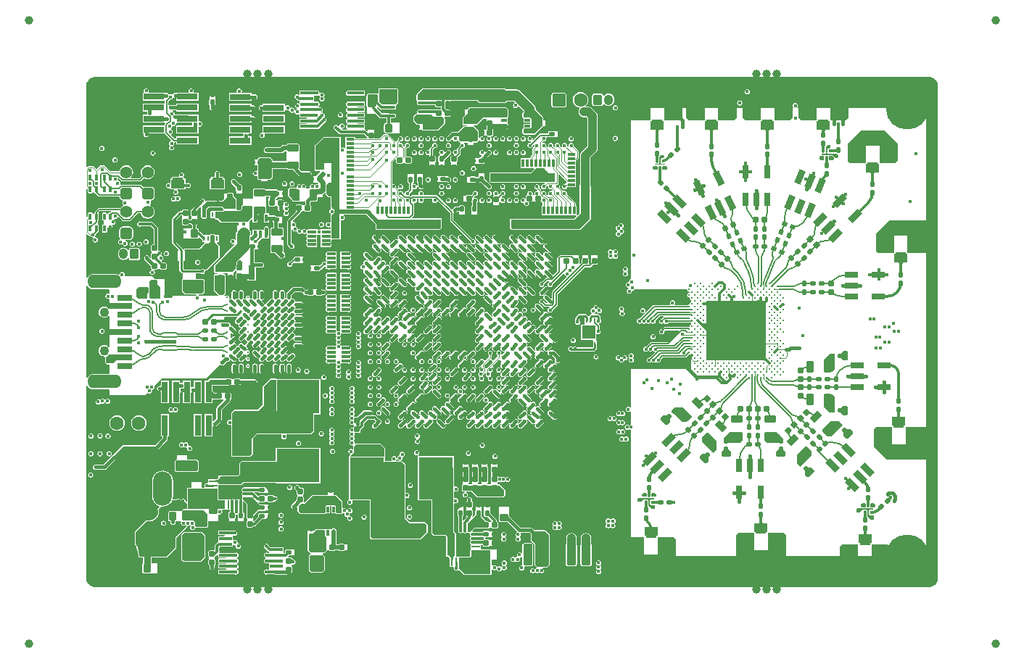
<source format=gtl>
G04 Layer_Physical_Order=1*
G04 Layer_Color=255*
%FSLAX44Y44*%
%MOMM*%
G71*
G01*
G75*
%ADD10C,0.2000*%
%ADD11C,0.3250*%
%ADD12C,0.1900*%
%ADD13C,0.1100*%
%ADD14C,0.1400*%
%ADD15C,0.1600*%
%ADD16C,0.1500*%
%ADD17C,0.3000*%
%ADD18C,0.3500*%
%ADD19R,1.5500X1.0000*%
%ADD20R,1.2000X1.6000*%
%ADD21R,1.2000X1.2000*%
%ADD22R,1.2000X2.1500*%
%ADD23R,0.1500X0.3500*%
G04:AMPARAMS|DCode=24|XSize=0.6mm|YSize=0.6mm|CornerRadius=0.06mm|HoleSize=0mm|Usage=FLASHONLY|Rotation=180.000|XOffset=0mm|YOffset=0mm|HoleType=Round|Shape=RoundedRectangle|*
%AMROUNDEDRECTD24*
21,1,0.6000,0.4800,0,0,180.0*
21,1,0.4800,0.6000,0,0,180.0*
1,1,0.1200,-0.2400,0.2400*
1,1,0.1200,0.2400,0.2400*
1,1,0.1200,0.2400,-0.2400*
1,1,0.1200,-0.2400,-0.2400*
%
%ADD24ROUNDEDRECTD24*%
G04:AMPARAMS|DCode=25|XSize=0.6mm|YSize=0.6mm|CornerRadius=0.06mm|HoleSize=0mm|Usage=FLASHONLY|Rotation=90.000|XOffset=0mm|YOffset=0mm|HoleType=Round|Shape=RoundedRectangle|*
%AMROUNDEDRECTD25*
21,1,0.6000,0.4800,0,0,90.0*
21,1,0.4800,0.6000,0,0,90.0*
1,1,0.1200,0.2400,0.2400*
1,1,0.1200,0.2400,-0.2400*
1,1,0.1200,-0.2400,-0.2400*
1,1,0.1200,-0.2400,0.2400*
%
%ADD25ROUNDEDRECTD25*%
G04:AMPARAMS|DCode=26|XSize=0.5mm|YSize=0.6mm|CornerRadius=0.05mm|HoleSize=0mm|Usage=FLASHONLY|Rotation=0.000|XOffset=0mm|YOffset=0mm|HoleType=Round|Shape=RoundedRectangle|*
%AMROUNDEDRECTD26*
21,1,0.5000,0.5000,0,0,0.0*
21,1,0.4000,0.6000,0,0,0.0*
1,1,0.1000,0.2000,-0.2500*
1,1,0.1000,-0.2000,-0.2500*
1,1,0.1000,-0.2000,0.2500*
1,1,0.1000,0.2000,0.2500*
%
%ADD26ROUNDEDRECTD26*%
%ADD27R,2.3500X1.6000*%
%ADD28R,0.3000X0.7000*%
G04:AMPARAMS|DCode=29|XSize=0.5mm|YSize=0.6mm|CornerRadius=0.05mm|HoleSize=0mm|Usage=FLASHONLY|Rotation=90.000|XOffset=0mm|YOffset=0mm|HoleType=Round|Shape=RoundedRectangle|*
%AMROUNDEDRECTD29*
21,1,0.5000,0.5000,0,0,90.0*
21,1,0.4000,0.6000,0,0,90.0*
1,1,0.1000,0.2500,0.2000*
1,1,0.1000,0.2500,-0.2000*
1,1,0.1000,-0.2500,-0.2000*
1,1,0.1000,-0.2500,0.2000*
%
%ADD29ROUNDEDRECTD29*%
G04:AMPARAMS|DCode=30|XSize=1mm|YSize=0.9mm|CornerRadius=0.1125mm|HoleSize=0mm|Usage=FLASHONLY|Rotation=0.000|XOffset=0mm|YOffset=0mm|HoleType=Round|Shape=RoundedRectangle|*
%AMROUNDEDRECTD30*
21,1,1.0000,0.6750,0,0,0.0*
21,1,0.7750,0.9000,0,0,0.0*
1,1,0.2250,0.3875,-0.3375*
1,1,0.2250,-0.3875,-0.3375*
1,1,0.2250,-0.3875,0.3375*
1,1,0.2250,0.3875,0.3375*
%
%ADD30ROUNDEDRECTD30*%
G04:AMPARAMS|DCode=31|XSize=1.3mm|YSize=0.8mm|CornerRadius=0.1mm|HoleSize=0mm|Usage=FLASHONLY|Rotation=0.000|XOffset=0mm|YOffset=0mm|HoleType=Round|Shape=RoundedRectangle|*
%AMROUNDEDRECTD31*
21,1,1.3000,0.6000,0,0,0.0*
21,1,1.1000,0.8000,0,0,0.0*
1,1,0.2000,0.5500,-0.3000*
1,1,0.2000,-0.5500,-0.3000*
1,1,0.2000,-0.5500,0.3000*
1,1,0.2000,0.5500,0.3000*
%
%ADD31ROUNDEDRECTD31*%
G04:AMPARAMS|DCode=32|XSize=0.7mm|YSize=0.4mm|CornerRadius=0.05mm|HoleSize=0mm|Usage=FLASHONLY|Rotation=270.000|XOffset=0mm|YOffset=0mm|HoleType=Round|Shape=RoundedRectangle|*
%AMROUNDEDRECTD32*
21,1,0.7000,0.3000,0,0,270.0*
21,1,0.6000,0.4000,0,0,270.0*
1,1,0.1000,-0.1500,-0.3000*
1,1,0.1000,-0.1500,0.3000*
1,1,0.1000,0.1500,0.3000*
1,1,0.1000,0.1500,-0.3000*
%
%ADD32ROUNDEDRECTD32*%
G04:AMPARAMS|DCode=33|XSize=1mm|YSize=0.9mm|CornerRadius=0.1125mm|HoleSize=0mm|Usage=FLASHONLY|Rotation=90.000|XOffset=0mm|YOffset=0mm|HoleType=Round|Shape=RoundedRectangle|*
%AMROUNDEDRECTD33*
21,1,1.0000,0.6750,0,0,90.0*
21,1,0.7750,0.9000,0,0,90.0*
1,1,0.2250,0.3375,0.3875*
1,1,0.2250,0.3375,-0.3875*
1,1,0.2250,-0.3375,-0.3875*
1,1,0.2250,-0.3375,0.3875*
%
%ADD33ROUNDEDRECTD33*%
%ADD34R,0.4000X0.8500*%
%ADD35R,1.5000X0.3500*%
%ADD36R,1.3000X2.6000*%
%ADD37R,2.4000X0.7500*%
%ADD38R,0.7500X2.4000*%
G04:AMPARAMS|DCode=39|XSize=2.5mm|YSize=2mm|CornerRadius=0.25mm|HoleSize=0mm|Usage=FLASHONLY|Rotation=90.000|XOffset=0mm|YOffset=0mm|HoleType=Round|Shape=RoundedRectangle|*
%AMROUNDEDRECTD39*
21,1,2.5000,1.5000,0,0,90.0*
21,1,2.0000,2.0000,0,0,90.0*
1,1,0.5000,0.7500,1.0000*
1,1,0.5000,0.7500,-1.0000*
1,1,0.5000,-0.7500,-1.0000*
1,1,0.5000,-0.7500,1.0000*
%
%ADD39ROUNDEDRECTD39*%
%ADD40R,0.2500X0.6250*%
%ADD41R,1.6000X1.6000*%
G04:AMPARAMS|DCode=42|XSize=2.5mm|YSize=1.1mm|CornerRadius=0.1375mm|HoleSize=0mm|Usage=FLASHONLY|Rotation=270.000|XOffset=0mm|YOffset=0mm|HoleType=Round|Shape=RoundedRectangle|*
%AMROUNDEDRECTD42*
21,1,2.5000,0.8250,0,0,270.0*
21,1,2.2250,1.1000,0,0,270.0*
1,1,0.2750,-0.4125,-1.1125*
1,1,0.2750,-0.4125,1.1125*
1,1,0.2750,0.4125,1.1125*
1,1,0.2750,0.4125,-1.1125*
%
%ADD42ROUNDEDRECTD42*%
G04:AMPARAMS|DCode=43|XSize=10mm|YSize=10.5mm|CornerRadius=1.25mm|HoleSize=0mm|Usage=FLASHONLY|Rotation=270.000|XOffset=0mm|YOffset=0mm|HoleType=Round|Shape=RoundedRectangle|*
%AMROUNDEDRECTD43*
21,1,10.0000,8.0000,0,0,270.0*
21,1,7.5000,10.5000,0,0,270.0*
1,1,2.5000,-4.0000,-3.7500*
1,1,2.5000,-4.0000,3.7500*
1,1,2.5000,4.0000,3.7500*
1,1,2.5000,4.0000,-3.7500*
%
%ADD43ROUNDEDRECTD43*%
%ADD44R,5.0000X4.0000*%
%ADD45R,2.5500X0.9000*%
%ADD46R,2.5500X1.4000*%
%ADD47R,0.2500X1.0000*%
%ADD48R,1.0000X0.2500*%
G04:AMPARAMS|DCode=49|XSize=1.8mm|YSize=1.15mm|CornerRadius=0.1437mm|HoleSize=0mm|Usage=FLASHONLY|Rotation=0.000|XOffset=0mm|YOffset=0mm|HoleType=Round|Shape=RoundedRectangle|*
%AMROUNDEDRECTD49*
21,1,1.8000,0.8625,0,0,0.0*
21,1,1.5125,1.1500,0,0,0.0*
1,1,0.2875,0.7562,-0.4313*
1,1,0.2875,-0.7562,-0.4313*
1,1,0.2875,-0.7562,0.4313*
1,1,0.2875,0.7562,0.4313*
%
%ADD49ROUNDEDRECTD49*%
G04:AMPARAMS|DCode=50|XSize=1.8mm|YSize=1.15mm|CornerRadius=0.1437mm|HoleSize=0mm|Usage=FLASHONLY|Rotation=90.000|XOffset=0mm|YOffset=0mm|HoleType=Round|Shape=RoundedRectangle|*
%AMROUNDEDRECTD50*
21,1,1.8000,0.8625,0,0,90.0*
21,1,1.5125,1.1500,0,0,90.0*
1,1,0.2875,0.4313,0.7562*
1,1,0.2875,0.4313,-0.7562*
1,1,0.2875,-0.4313,-0.7562*
1,1,0.2875,-0.4313,0.7562*
%
%ADD50ROUNDEDRECTD50*%
G04:AMPARAMS|DCode=51|XSize=1.3mm|YSize=0.8mm|CornerRadius=0.1mm|HoleSize=0mm|Usage=FLASHONLY|Rotation=90.000|XOffset=0mm|YOffset=0mm|HoleType=Round|Shape=RoundedRectangle|*
%AMROUNDEDRECTD51*
21,1,1.3000,0.6000,0,0,90.0*
21,1,1.1000,0.8000,0,0,90.0*
1,1,0.2000,0.3000,0.5500*
1,1,0.2000,0.3000,-0.5500*
1,1,0.2000,-0.3000,-0.5500*
1,1,0.2000,-0.3000,0.5500*
%
%ADD51ROUNDEDRECTD51*%
G04:AMPARAMS|DCode=52|XSize=1.3mm|YSize=0.8mm|CornerRadius=0.1mm|HoleSize=0mm|Usage=FLASHONLY|Rotation=45.000|XOffset=0mm|YOffset=0mm|HoleType=Round|Shape=RoundedRectangle|*
%AMROUNDEDRECTD52*
21,1,1.3000,0.6000,0,0,45.0*
21,1,1.1000,0.8000,0,0,45.0*
1,1,0.2000,0.6010,0.1768*
1,1,0.2000,-0.1768,-0.6010*
1,1,0.2000,-0.6010,-0.1768*
1,1,0.2000,0.1768,0.6010*
%
%ADD52ROUNDEDRECTD52*%
G04:AMPARAMS|DCode=53|XSize=1.3mm|YSize=0.8mm|CornerRadius=0.1mm|HoleSize=0mm|Usage=FLASHONLY|Rotation=315.000|XOffset=0mm|YOffset=0mm|HoleType=Round|Shape=RoundedRectangle|*
%AMROUNDEDRECTD53*
21,1,1.3000,0.6000,0,0,315.0*
21,1,1.1000,0.8000,0,0,315.0*
1,1,0.2000,0.1768,-0.6010*
1,1,0.2000,-0.6010,0.1768*
1,1,0.2000,-0.1768,0.6010*
1,1,0.2000,0.6010,-0.1768*
%
%ADD53ROUNDEDRECTD53*%
G04:AMPARAMS|DCode=54|XSize=0.5mm|YSize=0.6mm|CornerRadius=0.05mm|HoleSize=0mm|Usage=FLASHONLY|Rotation=67.500|XOffset=0mm|YOffset=0mm|HoleType=Round|Shape=RoundedRectangle|*
%AMROUNDEDRECTD54*
21,1,0.5000,0.5000,0,0,67.5*
21,1,0.4000,0.6000,0,0,67.5*
1,1,0.1000,0.3075,0.0891*
1,1,0.1000,0.1544,-0.2804*
1,1,0.1000,-0.3075,-0.0891*
1,1,0.1000,-0.1544,0.2804*
%
%ADD54ROUNDEDRECTD54*%
%ADD55R,0.9500X0.4000*%
%ADD56R,0.4000X0.9500*%
%ADD57R,0.9500X0.3500*%
%ADD58R,0.3500X0.9500*%
%ADD59R,0.9000X2.5500*%
%ADD60R,1.4000X2.5500*%
%ADD61R,4.0000X5.0000*%
%ADD62R,0.6000X0.3500*%
%ADD63R,0.6000X0.3000*%
%ADD64R,0.8000X1.7000*%
G04:AMPARAMS|DCode=65|XSize=0.5mm|YSize=0.6mm|CornerRadius=0.05mm|HoleSize=0mm|Usage=FLASHONLY|Rotation=135.000|XOffset=0mm|YOffset=0mm|HoleType=Round|Shape=RoundedRectangle|*
%AMROUNDEDRECTD65*
21,1,0.5000,0.5000,0,0,135.0*
21,1,0.4000,0.6000,0,0,135.0*
1,1,0.1000,0.0354,0.3182*
1,1,0.1000,0.3182,0.0354*
1,1,0.1000,-0.0354,-0.3182*
1,1,0.1000,-0.3182,-0.0354*
%
%ADD65ROUNDEDRECTD65*%
G04:AMPARAMS|DCode=66|XSize=0.5mm|YSize=0.6mm|CornerRadius=0.05mm|HoleSize=0mm|Usage=FLASHONLY|Rotation=337.500|XOffset=0mm|YOffset=0mm|HoleType=Round|Shape=RoundedRectangle|*
%AMROUNDEDRECTD66*
21,1,0.5000,0.5000,0,0,337.5*
21,1,0.4000,0.6000,0,0,337.5*
1,1,0.1000,0.0891,-0.3075*
1,1,0.1000,-0.2804,-0.1544*
1,1,0.1000,-0.0891,0.3075*
1,1,0.1000,0.2804,0.1544*
%
%ADD66ROUNDEDRECTD66*%
G04:AMPARAMS|DCode=67|XSize=0.76mm|YSize=1.65mm|CornerRadius=0mm|HoleSize=0mm|Usage=FLASHONLY|Rotation=315.000|XOffset=0mm|YOffset=0mm|HoleType=Round|Shape=Rectangle|*
%AMROTATEDRECTD67*
4,1,4,-0.8521,-0.3147,0.3147,0.8521,0.8521,0.3147,-0.3147,-0.8521,-0.8521,-0.3147,0.0*
%
%ADD67ROTATEDRECTD67*%

G04:AMPARAMS|DCode=68|XSize=0.6mm|YSize=0.6mm|CornerRadius=0.06mm|HoleSize=0mm|Usage=FLASHONLY|Rotation=225.000|XOffset=0mm|YOffset=0mm|HoleType=Round|Shape=RoundedRectangle|*
%AMROUNDEDRECTD68*
21,1,0.6000,0.4800,0,0,225.0*
21,1,0.4800,0.6000,0,0,225.0*
1,1,0.1200,-0.3394,0.0000*
1,1,0.1200,0.0000,0.3394*
1,1,0.1200,0.3394,0.0000*
1,1,0.1200,0.0000,-0.3394*
%
%ADD68ROUNDEDRECTD68*%
G04:AMPARAMS|DCode=69|XSize=0.5mm|YSize=0.6mm|CornerRadius=0.05mm|HoleSize=0mm|Usage=FLASHONLY|Rotation=225.000|XOffset=0mm|YOffset=0mm|HoleType=Round|Shape=RoundedRectangle|*
%AMROUNDEDRECTD69*
21,1,0.5000,0.5000,0,0,225.0*
21,1,0.4000,0.6000,0,0,225.0*
1,1,0.1000,-0.3182,0.0354*
1,1,0.1000,-0.0354,0.3182*
1,1,0.1000,0.3182,-0.0354*
1,1,0.1000,0.0354,-0.3182*
%
%ADD69ROUNDEDRECTD69*%
G04:AMPARAMS|DCode=70|XSize=0.5mm|YSize=0.6mm|CornerRadius=0.05mm|HoleSize=0mm|Usage=FLASHONLY|Rotation=25.000|XOffset=0mm|YOffset=0mm|HoleType=Round|Shape=RoundedRectangle|*
%AMROUNDEDRECTD70*
21,1,0.5000,0.5000,0,0,25.0*
21,1,0.4000,0.6000,0,0,25.0*
1,1,0.1000,0.2869,-0.1421*
1,1,0.1000,-0.0756,-0.3111*
1,1,0.1000,-0.2869,0.1421*
1,1,0.1000,0.0756,0.3111*
%
%ADD70ROUNDEDRECTD70*%
G04:AMPARAMS|DCode=71|XSize=0.5mm|YSize=0.6mm|CornerRadius=0.05mm|HoleSize=0mm|Usage=FLASHONLY|Rotation=115.000|XOffset=0mm|YOffset=0mm|HoleType=Round|Shape=RoundedRectangle|*
%AMROUNDEDRECTD71*
21,1,0.5000,0.5000,0,0,115.0*
21,1,0.4000,0.6000,0,0,115.0*
1,1,0.1000,0.1421,0.2869*
1,1,0.1000,0.3111,-0.0756*
1,1,0.1000,-0.1421,-0.2869*
1,1,0.1000,-0.3111,0.0756*
%
%ADD71ROUNDEDRECTD71*%
G04:AMPARAMS|DCode=72|XSize=0.6mm|YSize=0.6mm|CornerRadius=0.06mm|HoleSize=0mm|Usage=FLASHONLY|Rotation=315.000|XOffset=0mm|YOffset=0mm|HoleType=Round|Shape=RoundedRectangle|*
%AMROUNDEDRECTD72*
21,1,0.6000,0.4800,0,0,315.0*
21,1,0.4800,0.6000,0,0,315.0*
1,1,0.1200,0.0000,-0.3394*
1,1,0.1200,-0.3394,0.0000*
1,1,0.1200,0.0000,0.3394*
1,1,0.1200,0.3394,0.0000*
%
%ADD72ROUNDEDRECTD72*%
G04:AMPARAMS|DCode=73|XSize=0.6mm|YSize=0.6mm|CornerRadius=0.06mm|HoleSize=0mm|Usage=FLASHONLY|Rotation=115.000|XOffset=0mm|YOffset=0mm|HoleType=Round|Shape=RoundedRectangle|*
%AMROUNDEDRECTD73*
21,1,0.6000,0.4800,0,0,115.0*
21,1,0.4800,0.6000,0,0,115.0*
1,1,0.1200,0.1161,0.3189*
1,1,0.1200,0.3189,-0.1161*
1,1,0.1200,-0.1161,-0.3189*
1,1,0.1200,-0.3189,0.1161*
%
%ADD73ROUNDEDRECTD73*%
G04:AMPARAMS|DCode=74|XSize=0.76mm|YSize=1.65mm|CornerRadius=0mm|HoleSize=0mm|Usage=FLASHONLY|Rotation=45.000|XOffset=0mm|YOffset=0mm|HoleType=Round|Shape=Rectangle|*
%AMROTATEDRECTD74*
4,1,4,0.3147,-0.8521,-0.8521,0.3147,-0.3147,0.8521,0.8521,-0.3147,0.3147,-0.8521,0.0*
%
%ADD74ROTATEDRECTD74*%

%ADD75R,0.7600X1.6500*%
G04:AMPARAMS|DCode=76|XSize=0.76mm|YSize=1.65mm|CornerRadius=0mm|HoleSize=0mm|Usage=FLASHONLY|Rotation=157.500|XOffset=0mm|YOffset=0mm|HoleType=Round|Shape=Rectangle|*
%AMROTATEDRECTD76*
4,1,4,0.6668,0.6168,0.0354,-0.9076,-0.6668,-0.6168,-0.0354,0.9076,0.6668,0.6168,0.0*
%
%ADD76ROTATEDRECTD76*%

G04:AMPARAMS|DCode=77|XSize=0.76mm|YSize=1.65mm|CornerRadius=0mm|HoleSize=0mm|Usage=FLASHONLY|Rotation=25.000|XOffset=0mm|YOffset=0mm|HoleType=Round|Shape=Rectangle|*
%AMROTATEDRECTD77*
4,1,4,0.0043,-0.9083,-0.6931,0.5871,-0.0043,0.9083,0.6931,-0.5871,0.0043,-0.9083,0.0*
%
%ADD77ROTATEDRECTD77*%

%ADD78R,1.6500X0.7600*%
%ADD79R,0.6750X0.4000*%
%ADD80R,0.6750X0.2000*%
%ADD81C,0.3800*%
%ADD82C,0.2500*%
%ADD83R,1.4500X15.7750*%
%ADD84R,1.4500X58.0000*%
%ADD85R,1.4500X15.5000*%
%ADD86R,1.4500X4.2000*%
%ADD87C,1.0000*%
%ADD88R,1.6000X2.3500*%
%ADD89R,0.7000X0.3000*%
G04:AMPARAMS|DCode=90|XSize=1.6mm|YSize=0.3mm|CornerRadius=0.0375mm|HoleSize=0mm|Usage=FLASHONLY|Rotation=0.000|XOffset=0mm|YOffset=0mm|HoleType=Round|Shape=RoundedRectangle|*
%AMROUNDEDRECTD90*
21,1,1.6000,0.2250,0,0,0.0*
21,1,1.5250,0.3000,0,0,0.0*
1,1,0.0750,0.7625,-0.1125*
1,1,0.0750,-0.7625,-0.1125*
1,1,0.0750,-0.7625,0.1125*
1,1,0.0750,0.7625,0.1125*
%
%ADD90ROUNDEDRECTD90*%
%ADD91O,1.6000X0.3000*%
G04:AMPARAMS|DCode=92|XSize=1.6mm|YSize=1.9mm|CornerRadius=0.2mm|HoleSize=0mm|Usage=FLASHONLY|Rotation=180.000|XOffset=0mm|YOffset=0mm|HoleType=Round|Shape=RoundedRectangle|*
%AMROUNDEDRECTD92*
21,1,1.6000,1.5000,0,0,180.0*
21,1,1.2000,1.9000,0,0,180.0*
1,1,0.4000,-0.6000,0.7500*
1,1,0.4000,0.6000,0.7500*
1,1,0.4000,0.6000,-0.7500*
1,1,0.4000,-0.6000,-0.7500*
%
%ADD92ROUNDEDRECTD92*%
%ADD93R,1.5000X1.6000*%
%ADD94R,0.2500X0.6000*%
%ADD95R,0.3000X0.3500*%
%ADD96R,1.8000X0.7000*%
%ADD97R,0.2000X0.2000*%
%ADD98C,0.3100*%
%ADD99C,0.4000*%
%ADD100C,0.2500*%
%ADD101C,0.5000*%
%ADD102C,0.3090*%
%ADD103C,0.6000*%
%ADD104C,0.1000*%
%ADD105C,0.1200*%
%ADD106C,1.4000*%
%ADD107C,1.0000*%
%ADD108C,0.8000*%
%ADD109C,0.4500*%
%ADD110C,0.1300*%
%ADD111C,1.2000*%
%ADD112C,0.7000*%
%ADD113C,0.2700*%
%ADD114R,7.0000X7.0000*%
G04:AMPARAMS|DCode=115|XSize=1.524mm|YSize=1.524mm|CornerRadius=0.1905mm|HoleSize=0mm|Usage=FLASHONLY|Rotation=90.000|XOffset=0mm|YOffset=0mm|HoleType=Round|Shape=RoundedRectangle|*
%AMROUNDEDRECTD115*
21,1,1.5240,1.1430,0,0,90.0*
21,1,1.1430,1.5240,0,0,90.0*
1,1,0.3810,0.5715,0.5715*
1,1,0.3810,0.5715,-0.5715*
1,1,0.3810,-0.5715,-0.5715*
1,1,0.3810,-0.5715,0.5715*
%
%ADD115ROUNDEDRECTD115*%
%ADD116C,1.6000*%
%ADD117C,5.0000*%
G04:AMPARAMS|DCode=118|XSize=1.4mm|YSize=1.4mm|CornerRadius=0.35mm|HoleSize=0mm|Usage=FLASHONLY|Rotation=90.000|XOffset=0mm|YOffset=0mm|HoleType=Round|Shape=RoundedRectangle|*
%AMROUNDEDRECTD118*
21,1,1.4000,0.7000,0,0,90.0*
21,1,0.7000,1.4000,0,0,90.0*
1,1,0.7000,0.3500,0.3500*
1,1,0.7000,0.3500,-0.3500*
1,1,0.7000,-0.3500,-0.3500*
1,1,0.7000,-0.3500,0.3500*
%
%ADD118ROUNDEDRECTD118*%
%ADD119C,1.4000*%
G04:AMPARAMS|DCode=120|XSize=1.2mm|YSize=1.1mm|CornerRadius=0.1375mm|HoleSize=0mm|Usage=FLASHONLY|Rotation=270.000|XOffset=0mm|YOffset=0mm|HoleType=Round|Shape=RoundedRectangle|*
%AMROUNDEDRECTD120*
21,1,1.2000,0.8250,0,0,270.0*
21,1,0.9250,1.1000,0,0,270.0*
1,1,0.2750,-0.4125,-0.4625*
1,1,0.2750,-0.4125,0.4625*
1,1,0.2750,0.4125,0.4625*
1,1,0.2750,0.4125,-0.4625*
%
%ADD120ROUNDEDRECTD120*%
%ADD121O,1.1000X1.2000*%
%ADD122O,2.0000X4.0000*%
%ADD123O,2.2000X4.0000*%
%ADD124O,4.0000X2.0000*%
%ADD125C,0.6604*%
%ADD126O,4.0000X1.6000*%
%ADD127C,1.1000*%
%ADD128C,0.4000*%
%ADD129C,0.5000*%
G36*
X670086Y493336D02*
Y489836D01*
X669586Y489336D01*
X665836D01*
X664336Y490836D01*
Y492586D01*
X665586Y493836D01*
X669586D01*
X670086Y493336D01*
D02*
G37*
G36*
X897796Y183524D02*
Y181756D01*
X891785Y175746D01*
X890017D01*
X887012Y178751D01*
X887012Y182993D01*
X890548Y186529D01*
X894790D01*
X897796Y183524D01*
D02*
G37*
G36*
X681336Y492586D02*
Y490836D01*
X679836Y489336D01*
X676086D01*
X675586Y489836D01*
Y493336D01*
X676086Y493836D01*
X680086D01*
X681336Y492586D01*
D02*
G37*
G36*
X950000Y520000D02*
Y500000D01*
X947250Y497250D01*
X928750Y497250D01*
Y517750D01*
X912750D01*
Y497250D01*
X894250Y497250D01*
X891500Y500000D01*
Y520000D01*
X907000Y535500D01*
X934500D01*
X950000Y520000D01*
D02*
G37*
G36*
X164750Y366250D02*
X164750Y345750D01*
X162500Y343500D01*
X158250D01*
X152750Y349000D01*
Y366250D01*
X164750Y366250D01*
D02*
G37*
G36*
X923698Y486028D02*
X923422Y485930D01*
X923178Y485766D01*
X922967Y485536D01*
X922788Y485241D01*
X922642Y484880D01*
X922528Y484454D01*
X922447Y483961D01*
X922398Y483404D01*
X922382Y482780D01*
X919132D01*
X919116Y483404D01*
X919067Y483961D01*
X918986Y484454D01*
X918872Y484880D01*
X918725Y485241D01*
X918547Y485536D01*
X918335Y485766D01*
X918092Y485930D01*
X917815Y486028D01*
X917507Y486061D01*
X924007D01*
X923698Y486028D01*
D02*
G37*
G36*
X885598Y191479D02*
X872516Y178397D01*
X867920D01*
X862263Y184054D01*
Y186175D01*
X871633Y195544D01*
X881532D01*
X885598Y191479D01*
D02*
G37*
G36*
X812260Y348740D02*
X810510Y349240D01*
X812260D01*
X812260Y348740D01*
D02*
G37*
G36*
X139750Y360000D02*
Y346750D01*
X137750Y344750D01*
X118500Y344750D01*
X115750Y347500D01*
Y361000D01*
X138750D01*
X139750Y360000D01*
D02*
G37*
G36*
X796385Y243437D02*
X795635D01*
X794635Y244437D01*
X796385Y243437D01*
D02*
G37*
G36*
X4139Y354461D02*
X5581Y352581D01*
X7461Y351139D01*
X9651Y350232D01*
X12000Y349922D01*
X29265D01*
X29971Y349215D01*
X29964Y345324D01*
X28963Y344667D01*
X28250Y344809D01*
X27080Y344576D01*
X26087Y343913D01*
X25424Y342920D01*
X25191Y341750D01*
X25424Y340579D01*
X26087Y339587D01*
X27080Y338924D01*
X28250Y338691D01*
X28953Y338831D01*
X29952Y338168D01*
X29932Y327589D01*
X28932Y327250D01*
X28636Y327636D01*
X27278Y328678D01*
X25697Y329333D01*
X24000Y329556D01*
X22303Y329333D01*
X20722Y328678D01*
X19364Y327636D01*
X18322Y326278D01*
X17667Y324697D01*
X17444Y323000D01*
X17667Y321303D01*
X18322Y319722D01*
X19364Y318364D01*
X20722Y317322D01*
X22303Y316667D01*
X24000Y316444D01*
X25697Y316667D01*
X27278Y317322D01*
X28636Y318364D01*
X28916Y318730D01*
X29916Y318390D01*
X29851Y282694D01*
X28851Y282356D01*
X28636Y282636D01*
X27278Y283678D01*
X25697Y284333D01*
X24000Y284556D01*
X22303Y284333D01*
X20722Y283678D01*
X19364Y282636D01*
X18322Y281278D01*
X17667Y279697D01*
X17444Y278000D01*
X17667Y276303D01*
X18322Y274722D01*
X19364Y273364D01*
X20722Y272322D01*
X22303Y271667D01*
X24000Y271444D01*
X24123Y271460D01*
X24787Y270539D01*
X24668Y270250D01*
Y264500D01*
X24985Y263735D01*
X24985Y263735D01*
X26235Y262485D01*
X27000Y262168D01*
X29107D01*
X29813Y261460D01*
X29794Y251078D01*
X12000D01*
X9651Y250768D01*
X7461Y249862D01*
X5581Y248419D01*
X4139Y246539D01*
X4059Y246346D01*
X3059Y246545D01*
Y354455D01*
X4059Y354654D01*
X4139Y354461D01*
D02*
G37*
G36*
X984000Y151000D02*
X951250Y151000D01*
X937500D01*
X922000Y166500D01*
Y186500D01*
X924750Y189250D01*
X943250D01*
Y168750D01*
X959250D01*
Y189250D01*
X984000D01*
X984000Y151000D01*
D02*
G37*
G36*
X81000Y360750D02*
X89251Y352499D01*
X89250Y339750D01*
X88000Y338500D01*
X78250Y338500D01*
X76750Y340000D01*
X76750Y359500D01*
X78000Y360750D01*
X81000Y360750D01*
D02*
G37*
G36*
X729231Y182148D02*
X738600Y172779D01*
Y162879D01*
X734534Y158813D01*
X721453Y171895D01*
X721453Y176491D01*
X727110Y182148D01*
X729231Y182148D01*
D02*
G37*
G36*
X816300Y162993D02*
X819300Y159993D01*
Y155743D01*
X818050Y154493D01*
X809550D01*
X808300Y155743D01*
X808300Y159993D01*
X811300Y162993D01*
X816300Y162993D01*
D02*
G37*
G36*
X871500Y517500D02*
X871500Y515500D01*
X870500Y514500D01*
X868750Y514500D01*
X867750Y513500D01*
Y511500D01*
D01*
X867750Y509250D01*
X868750Y508250D01*
X873000Y508250D01*
Y508250D01*
X879000Y508250D01*
X880750Y506500D01*
X880750Y504500D01*
X879750Y503500D01*
X877750Y503500D01*
X874500Y506750D01*
X873000Y506750D01*
Y506750D01*
X861000D01*
Y508250D01*
X865250Y508250D01*
X866250Y509250D01*
X866250Y511500D01*
X866250Y516250D01*
X868500Y518500D01*
X870500Y518500D01*
X871500Y517500D01*
D02*
G37*
G36*
X769060Y181243D02*
Y173243D01*
X765810Y169993D01*
X747310D01*
Y175743D01*
X754310Y182743D01*
X767560D01*
X769060Y181243D01*
D02*
G37*
G36*
X875500Y504250D02*
Y502500D01*
X874000Y501000D01*
X870250D01*
X869750Y501500D01*
Y505000D01*
X870250Y505500D01*
X874250D01*
X875500Y504250D01*
D02*
G37*
G36*
X864250Y505000D02*
Y501500D01*
X863750Y501000D01*
X860000D01*
X858500Y502500D01*
Y504250D01*
X859750Y505500D01*
X863750D01*
X864250Y505000D01*
D02*
G37*
G36*
X677336Y505836D02*
X677336Y503836D01*
X676336Y502836D01*
X674586Y502836D01*
X673586Y501836D01*
Y499836D01*
D01*
X673586Y497586D01*
X674585Y496586D01*
X678836Y496586D01*
Y495086D01*
X666836D01*
Y496586D01*
X671085Y496586D01*
X672085Y497586D01*
X672086Y499836D01*
X672086Y504586D01*
X674336Y506836D01*
X676336Y506836D01*
X677336Y505836D01*
D02*
G37*
G36*
X816300Y175743D02*
Y169993D01*
X797800D01*
X794550Y173243D01*
Y181243D01*
X796050Y182743D01*
X809300D01*
X816300Y175743D01*
D02*
G37*
G36*
X75750Y351500D02*
Y346500D01*
X74250Y345000D01*
Y339250D01*
X63250Y339250D01*
X61000Y341500D01*
Y350000D01*
X63750Y352750D01*
X74500D01*
X75750Y351500D01*
D02*
G37*
G36*
X779600Y240187D02*
X779100Y240187D01*
X779600Y243687D01*
X779600Y240187D01*
D02*
G37*
G36*
X983000Y392250D02*
X961750Y392250D01*
Y412750D01*
X945750D01*
Y392250D01*
X927250Y392250D01*
X924500Y395000D01*
Y415000D01*
X940000Y430500D01*
X983000D01*
X983000Y392250D01*
D02*
G37*
G36*
X784510Y240437D02*
X784010Y240437D01*
Y243937D01*
X784510Y240437D01*
D02*
G37*
G36*
X782760Y240687D02*
X782510D01*
X782760Y243437D01*
X782760Y240687D01*
D02*
G37*
G36*
X781100D02*
X780850Y240687D01*
X780850Y243437D01*
X781100Y240687D01*
D02*
G37*
G36*
X177500Y455250D02*
X177500Y444000D01*
X164000D01*
X161750Y446250D01*
X145500D01*
X142750Y443500D01*
Y434500D01*
X141750Y433500D01*
X139000D01*
X138000Y434500D01*
Y446250D01*
X143750Y452000D01*
X161750D01*
X170000Y460250D01*
X172500D01*
X177500Y455250D01*
D02*
G37*
G36*
X153000Y412250D02*
Y405000D01*
X153000D01*
X157250Y400750D01*
Y387250D01*
X148250Y378250D01*
X143000Y373000D01*
X140533D01*
X139670Y373576D01*
X138500Y373809D01*
X137330Y373576D01*
X136533Y373044D01*
X117206D01*
X116044Y374206D01*
Y382500D01*
X117750D01*
X117750Y394500D01*
X117750D01*
X117384Y395384D01*
X118250Y396250D01*
X134750Y396250D01*
X136113Y397613D01*
X136420Y397674D01*
X137413Y398337D01*
X138076Y399329D01*
X138137Y399637D01*
X142000Y403500D01*
X145250D01*
X146750Y405000D01*
X147500D01*
Y405750D01*
X147750Y406000D01*
Y412750D01*
X148250Y413250D01*
X152000D01*
X153000Y412250D01*
D02*
G37*
G36*
X136918Y445899D02*
Y434500D01*
X136917Y434500D01*
X137235Y433735D01*
X137235Y433735D01*
X138235Y432735D01*
X139000Y432418D01*
X141750D01*
X142515Y432735D01*
X143515Y433735D01*
X143832Y434500D01*
Y443052D01*
X145948Y445168D01*
X161302D01*
X163235Y443235D01*
X163263Y443140D01*
X163273Y442136D01*
X162308Y441332D01*
X154000D01*
X153456Y441107D01*
X152533Y441004D01*
X152312Y441000D01*
X152000Y441000D01*
X148000D01*
Y433000D01*
X151918D01*
X152500Y433000D01*
X153209Y432297D01*
X153235Y432235D01*
X153735Y431735D01*
X154500Y431418D01*
X156302D01*
X159735Y427985D01*
X160500Y427668D01*
X178750D01*
Y418000D01*
X178750Y418000D01*
X178446Y417126D01*
X177706Y415338D01*
X177431Y413250D01*
Y407815D01*
X176431Y407512D01*
X176163Y407913D01*
X175171Y408576D01*
X174000Y408809D01*
X172830Y408576D01*
X171837Y407913D01*
X171174Y406921D01*
X170941Y405750D01*
X171174Y404580D01*
X171837Y403587D01*
X172830Y402924D01*
X174000Y402691D01*
X175171Y402924D01*
X175707Y403283D01*
X176344Y402506D01*
X164794Y390956D01*
X164364Y390395D01*
X152485Y378515D01*
X152168Y377750D01*
Y370000D01*
X152485Y369235D01*
X153250Y368918D01*
X155155D01*
X155846Y368147D01*
X155706Y367332D01*
X152750D01*
X151985Y367015D01*
X151668Y366250D01*
Y349000D01*
X151985Y348235D01*
X151985Y348235D01*
X157219Y343000D01*
X156844Y342000D01*
X135022D01*
X134913Y342163D01*
X134157Y342668D01*
X134425Y343668D01*
X137750D01*
X137750Y343667D01*
X138515Y343985D01*
X138515Y343985D01*
X140515Y345985D01*
X140832Y346750D01*
Y360000D01*
X140515Y360765D01*
X139515Y361765D01*
X138750Y362082D01*
X130500D01*
Y368456D01*
X136533D01*
X137330Y367924D01*
X138500Y367691D01*
X139670Y367924D01*
X140663Y368587D01*
X141326Y369579D01*
X141559Y370750D01*
X141480Y371145D01*
X142115Y371918D01*
X143000D01*
X143765Y372235D01*
X149015Y377485D01*
X149015Y377485D01*
X158015Y386485D01*
X158332Y387250D01*
Y400750D01*
X158015Y401515D01*
X158015Y401515D01*
X155455Y404076D01*
X155837Y405000D01*
X157500D01*
Y413000D01*
X153772D01*
X153765Y413015D01*
X152765Y414015D01*
X152000Y414332D01*
X148250D01*
X148250Y414332D01*
X147485Y414015D01*
X146985Y413515D01*
X146771Y413000D01*
X143000D01*
X143000Y413000D01*
X142500D01*
Y413000D01*
X142000Y413000D01*
X139855D01*
X136052Y416802D01*
X135225Y417355D01*
X134542Y417491D01*
Y418875D01*
X134377Y419704D01*
X133907Y420407D01*
X133204Y420877D01*
X132375Y421042D01*
X131549D01*
Y424798D01*
X131775Y424843D01*
X132304Y425197D01*
X132657Y425726D01*
X132781Y426350D01*
Y431150D01*
X132657Y431774D01*
X132304Y432304D01*
X132250Y432339D01*
Y435161D01*
X132304Y435197D01*
X132657Y435726D01*
X132781Y436350D01*
Y441150D01*
X132657Y441774D01*
X132304Y442304D01*
X132268Y442663D01*
X135962Y446357D01*
X136918Y445899D01*
D02*
G37*
G36*
X114469Y436350D02*
X114593Y435726D01*
X114946Y435196D01*
X115000Y435161D01*
Y432339D01*
X114946Y432304D01*
X114593Y431774D01*
X114469Y431150D01*
Y426350D01*
X114593Y425726D01*
X114946Y425196D01*
X115476Y424843D01*
X116100Y424719D01*
X120900D01*
X121524Y424843D01*
X122053Y425196D01*
X122407Y425726D01*
X122502Y426201D01*
X124748D01*
X124843Y425726D01*
X125197Y425197D01*
X125726Y424843D01*
X126350Y424719D01*
X126451D01*
Y421042D01*
X125625D01*
X125493Y421016D01*
X124500Y421000D01*
X124500Y421000D01*
X124500Y421000D01*
X116500D01*
Y409000D01*
X124500D01*
X124500Y409000D01*
X125493Y408984D01*
X125625Y408958D01*
X132375D01*
X133204Y409123D01*
X133907Y409593D01*
X134200Y410031D01*
X135324Y410322D01*
X138000Y407645D01*
Y405000D01*
X140594D01*
X140969Y404000D01*
X137372Y400402D01*
X137251Y400111D01*
X137076Y399848D01*
X137056Y399752D01*
X136632Y399118D01*
X135998Y398694D01*
X135902Y398675D01*
X135639Y398499D01*
X135347Y398378D01*
X134302Y397332D01*
X118250Y397332D01*
X118250Y397333D01*
X117485Y397015D01*
X117485Y397015D01*
X116924Y396454D01*
X116398Y396469D01*
X116117Y396553D01*
X115837Y396676D01*
X115372Y397372D01*
X115372Y397372D01*
X107294Y405450D01*
Y430550D01*
X113200Y436456D01*
X114469D01*
Y436350D01*
D02*
G37*
G36*
X196750Y445250D02*
Y434250D01*
X191250Y428750D01*
X160500D01*
X156750Y432500D01*
X154500D01*
X154000Y433000D01*
Y440250D01*
X162700D01*
X164200Y441500D01*
X182750Y441500D01*
X185000Y443750D01*
X185000Y446750D01*
X185750Y447500D01*
X194500D01*
X196750Y445250D01*
D02*
G37*
G36*
X4376Y466797D02*
Y463500D01*
X4852Y462352D01*
X6000Y461876D01*
X9000D01*
X10148Y462352D01*
X10459Y463102D01*
X11541D01*
X11852Y462352D01*
X13000Y461876D01*
X13600D01*
X16738Y458738D01*
X17317Y458352D01*
X18000Y458216D01*
X41412D01*
Y458000D01*
X41761Y456244D01*
X42756Y454756D01*
X44244Y453761D01*
X44942Y453622D01*
X45402Y452511D01*
X45174Y452170D01*
X44941Y451000D01*
X45174Y449829D01*
X45837Y448837D01*
X46172Y448613D01*
X46061Y447485D01*
X45465Y447238D01*
X43794Y445956D01*
X42704Y444534D01*
X17750D01*
X17067Y444398D01*
X16488Y444012D01*
X13238Y440762D01*
X12852Y440183D01*
X12716Y439500D01*
Y439256D01*
X11852Y438898D01*
X11541Y438148D01*
X10459D01*
X10148Y438898D01*
X9000Y439374D01*
X6000D01*
X4852Y438898D01*
X4376Y437750D01*
Y434442D01*
X4059Y434205D01*
X3059Y434708D01*
Y466532D01*
X4059Y467034D01*
X4376Y466797D01*
D02*
G37*
G36*
X709085Y202294D02*
Y200172D01*
X703428Y194515D01*
X698832D01*
X685751Y207597D01*
X689817Y211663D01*
X699716Y211663D01*
X709085Y202294D01*
D02*
G37*
G36*
X794010Y359437D02*
X793010Y358437D01*
X793260Y360437D01*
X794010Y359437D01*
D02*
G37*
G36*
X796760Y356437D02*
X796760Y358437D01*
X798010D01*
X796760Y356437D01*
D02*
G37*
G36*
X812260Y350187D02*
X810510D01*
X812260Y350687D01*
X812260Y350187D01*
D02*
G37*
G36*
X680794Y202654D02*
X684330Y199119D01*
Y194876D01*
X681324Y191871D01*
X679557D01*
X673546Y197881D01*
X673546Y199649D01*
X676552Y202654D01*
X680794Y202654D01*
D02*
G37*
G36*
X952891Y203096D02*
X952940Y202539D01*
X953021Y202047D01*
X953135Y201620D01*
X953281Y201259D01*
X953460Y200964D01*
X953671Y200734D01*
X953915Y200570D01*
X954191Y200472D01*
X954500Y200439D01*
X948000D01*
X948309Y200472D01*
X948585Y200570D01*
X948829Y200734D01*
X949040Y200964D01*
X949219Y201259D01*
X949365Y201620D01*
X949479Y202047D01*
X949560Y202539D01*
X949609Y203096D01*
X949625Y203720D01*
X952875D01*
X952891Y203096D01*
D02*
G37*
G36*
X876800Y224232D02*
X876800Y205732D01*
X871050Y205732D01*
X864050Y212732D01*
Y225982D01*
X865550Y227482D01*
X873550Y227482D01*
X876800Y224232D01*
D02*
G37*
G36*
X753625Y242625D02*
X751750Y240750D01*
X746750D01*
X747174Y243500D01*
X752750Y243500D01*
X753625Y242625D01*
D02*
G37*
G36*
X892300Y212472D02*
X892300Y203972D01*
X891050Y202722D01*
X886800Y202722D01*
X883800Y205722D01*
X883800Y210722D01*
X886800Y213722D01*
X891050D01*
X892300Y212472D01*
D02*
G37*
G36*
X177500Y381000D02*
Y374000D01*
X173500Y370000D01*
X153250Y370000D01*
Y377750D01*
X167000Y391500D01*
X177500Y381000D01*
D02*
G37*
G36*
X956744Y381028D02*
X956468Y380930D01*
X956224Y380766D01*
X956013Y380536D01*
X955834Y380241D01*
X955688Y379880D01*
X955574Y379454D01*
X955493Y378961D01*
X955444Y378404D01*
X955428Y377780D01*
X952178D01*
X952162Y378404D01*
X952113Y378961D01*
X952032Y379454D01*
X951918Y379880D01*
X951772Y380241D01*
X951593Y380536D01*
X951382Y380766D01*
X951138Y380930D01*
X950862Y381028D01*
X950553Y381061D01*
X957053D01*
X956744Y381028D01*
D02*
G37*
G36*
X752300Y162993D02*
X755300Y159993D01*
Y155743D01*
X754050Y154493D01*
X745550D01*
X744300Y155743D01*
X744300Y159993D01*
X747300Y162993D01*
X752300Y162993D01*
D02*
G37*
G36*
X660750Y99250D02*
X662250Y97750D01*
X666500Y97750D01*
X667000Y97250D01*
X667000Y93750D01*
X666500Y93250D01*
X663250Y93250D01*
X659250Y97250D01*
Y101500D01*
X660750D01*
Y99250D01*
D02*
G37*
G36*
X672277Y536278D02*
X672001Y536180D01*
X671757Y536016D01*
X671546Y535786D01*
X671367Y535491D01*
X671221Y535130D01*
X671107Y534703D01*
X671026Y534211D01*
X670977Y533654D01*
X670961Y533031D01*
X667711D01*
X667695Y533654D01*
X667646Y534211D01*
X667565Y534703D01*
X667451Y535130D01*
X667305Y535491D01*
X667126Y535786D01*
X666915Y536016D01*
X666671Y536180D01*
X666395Y536278D01*
X666086Y536311D01*
X672586D01*
X672277Y536278D01*
D02*
G37*
G36*
X735691Y536278D02*
X735415Y536180D01*
X735171Y536016D01*
X734960Y535786D01*
X734781Y535491D01*
X734635Y535130D01*
X734521Y534703D01*
X734440Y534211D01*
X734391Y533654D01*
X734375Y533030D01*
X731125D01*
X731109Y533654D01*
X731060Y534211D01*
X730979Y534703D01*
X730865Y535130D01*
X730719Y535491D01*
X730540Y535786D01*
X730329Y536016D01*
X730085Y536180D01*
X729809Y536278D01*
X729500Y536311D01*
X736000D01*
X735691Y536278D01*
D02*
G37*
G36*
X107750Y286750D02*
X92250D01*
Y290750D01*
X107750D01*
Y286750D01*
D02*
G37*
G36*
X852541Y138269D02*
Y136501D01*
X846530Y130491D01*
X844763Y130491D01*
X841757Y133496D01*
X841757Y137739D01*
X845293Y141274D01*
X849536D01*
X852541Y138269D01*
D02*
G37*
G36*
X177500Y317454D02*
X178964D01*
X179209Y317132D01*
X179423Y316499D01*
X177337Y314413D01*
X176674Y313421D01*
X176500Y312546D01*
Y311954D01*
X176674Y311080D01*
X177337Y310087D01*
X178330Y309424D01*
X179500Y309191D01*
X179613Y309214D01*
X180464Y308363D01*
X180441Y308250D01*
X180674Y307080D01*
X181337Y306087D01*
X182330Y305424D01*
X182834Y305324D01*
X183163Y304239D01*
X181337Y302413D01*
X180674Y301420D01*
X180441Y300250D01*
X180674Y299079D01*
X181337Y298087D01*
X182330Y297424D01*
X182834Y297324D01*
X183163Y296239D01*
X181337Y294413D01*
X180674Y293421D01*
X180441Y292250D01*
X180674Y291080D01*
X181337Y290087D01*
X182330Y289424D01*
X183500Y289191D01*
X184671Y289424D01*
X185663Y290087D01*
X187489Y291913D01*
X188574Y291584D01*
X188674Y291080D01*
X189337Y290087D01*
X190329Y289424D01*
X190834Y289324D01*
X191163Y288239D01*
X189337Y286413D01*
X188674Y285420D01*
X188574Y284916D01*
X187489Y284587D01*
X185663Y286413D01*
X184671Y287076D01*
X183500Y287309D01*
X182329Y287076D01*
X181337Y286413D01*
X180674Y285420D01*
X180441Y284250D01*
X179555Y283833D01*
X179445D01*
X178559Y284250D01*
X178326Y285420D01*
X177663Y286413D01*
X176670Y287076D01*
X176166Y287176D01*
X175837Y288261D01*
X177663Y290087D01*
X178326Y291080D01*
X178559Y292250D01*
X178326Y293421D01*
X177663Y294413D01*
X176670Y295076D01*
X175500Y295309D01*
X174329Y295076D01*
X173337Y294413D01*
X172424Y293500D01*
X171500Y293882D01*
Y298618D01*
X172424Y299000D01*
X173337Y298087D01*
X174329Y297424D01*
X175500Y297191D01*
X176670Y297424D01*
X177663Y298087D01*
X178326Y299079D01*
X178559Y300250D01*
X178326Y301421D01*
X177663Y302413D01*
X173663Y306413D01*
X172670Y307076D01*
X171500Y307309D01*
Y309000D01*
X169250Y311250D01*
X164500D01*
X163750Y312000D01*
Y316500D01*
X164750Y317500D01*
X177500D01*
Y317454D01*
D02*
G37*
G36*
X913641Y65846D02*
X913690Y65289D01*
X913771Y64797D01*
X913885Y64370D01*
X914031Y64009D01*
X914210Y63714D01*
X914421Y63484D01*
X914665Y63320D01*
X914941Y63222D01*
X915250Y63189D01*
X908750D01*
X909059Y63222D01*
X909335Y63320D01*
X909579Y63484D01*
X909790Y63714D01*
X909969Y64009D01*
X910115Y64370D01*
X910229Y64797D01*
X910310Y65289D01*
X910359Y65846D01*
X910375Y66469D01*
X913625D01*
X913641Y65846D01*
D02*
G37*
G36*
X912750Y99250D02*
Y95750D01*
X912250Y95250D01*
X908250D01*
X907000Y96500D01*
Y98250D01*
X908500Y99750D01*
X912250D01*
X912750Y99250D01*
D02*
G37*
G36*
X800941Y536278D02*
X800665Y536180D01*
X800421Y536016D01*
X800210Y535786D01*
X800031Y535491D01*
X799885Y535130D01*
X799771Y534703D01*
X799690Y534211D01*
X799641Y533654D01*
X799625Y533030D01*
X796375D01*
X796359Y533654D01*
X796310Y534211D01*
X796229Y534703D01*
X796115Y535130D01*
X795969Y535491D01*
X795790Y535786D01*
X795579Y536016D01*
X795335Y536180D01*
X795059Y536278D01*
X794750Y536311D01*
X801250D01*
X800941Y536278D01*
D02*
G37*
G36*
X866441D02*
X866165Y536180D01*
X865921Y536016D01*
X865710Y535786D01*
X865531Y535491D01*
X865385Y535130D01*
X865271Y534703D01*
X865190Y534211D01*
X865141Y533654D01*
X865125Y533030D01*
X861875D01*
X861859Y533654D01*
X861810Y534211D01*
X861729Y534703D01*
X861615Y535130D01*
X861469Y535491D01*
X861290Y535786D01*
X861079Y536016D01*
X860835Y536180D01*
X860559Y536278D01*
X860250Y536311D01*
X866750D01*
X866441Y536278D01*
D02*
G37*
G36*
X924000Y98250D02*
Y96500D01*
X922750Y95250D01*
X918750D01*
X918250Y95750D01*
Y99250D01*
X918750Y99750D01*
X922500D01*
X924000Y98250D01*
D02*
G37*
G36*
X668500Y110500D02*
Y108750D01*
X667250Y107500D01*
X663250D01*
X662750Y108000D01*
Y111500D01*
X663250Y112000D01*
X667000D01*
X668500Y110500D01*
D02*
G37*
G36*
X657250Y111500D02*
Y108000D01*
X656750Y107500D01*
X652750D01*
X651500Y108750D01*
Y110500D01*
X653000Y112000D01*
X656750D01*
X657250Y111500D01*
D02*
G37*
G36*
X666000Y104750D02*
X661750Y104750D01*
X660750Y103750D01*
X660750Y101500D01*
X659250D01*
X659250Y103750D01*
X658250Y104750D01*
X654000Y104750D01*
Y104750D01*
X653500D01*
X650250Y101500D01*
X647250Y101500D01*
X646250Y102500D01*
X646250Y105250D01*
X647250Y106250D01*
X654000D01*
Y106250D01*
X666000D01*
Y104750D01*
D02*
G37*
G36*
X38000Y266500D02*
X34750Y263250D01*
X27000D01*
X25750Y264500D01*
Y270250D01*
X29000Y273500D01*
X38000D01*
Y266500D01*
D02*
G37*
G36*
X726049Y157399D02*
X729585Y153864D01*
Y149621D01*
X726579Y146616D01*
X724811D01*
X718801Y152626D01*
Y154394D01*
X721806Y157399D01*
X726049Y157399D01*
D02*
G37*
G36*
X876800Y256222D02*
X873550Y252972D01*
X865550D01*
X864050Y254472D01*
Y267722D01*
X871050Y274722D01*
X876800D01*
Y256222D01*
D02*
G37*
G36*
X729010Y304687D02*
X726010Y304687D01*
X722010Y309687D01*
X729010D01*
Y304687D01*
D02*
G37*
G36*
X792041Y79096D02*
X792090Y78539D01*
X792171Y78046D01*
X792285Y77620D01*
X792431Y77259D01*
X792610Y76964D01*
X792821Y76734D01*
X793065Y76570D01*
X793341Y76472D01*
X793650Y76439D01*
X787150D01*
X787459Y76472D01*
X787735Y76570D01*
X787979Y76734D01*
X788190Y76964D01*
X788369Y77259D01*
X788515Y77620D01*
X788629Y78046D01*
X788710Y78539D01*
X788759Y79096D01*
X788775Y79720D01*
X792025D01*
X792041Y79096D01*
D02*
G37*
G36*
X15000Y597750D02*
X988000Y597750D01*
X988009D01*
X989990Y597356D01*
X991855Y596583D01*
X993534Y595462D01*
X994962Y594034D01*
X996083Y592355D01*
X996856Y590490D01*
X997250Y588509D01*
Y587500D01*
Y584500D01*
X996941D01*
Y561500D01*
X989000D01*
Y559500D01*
X987000Y561500D01*
X892750Y561500D01*
Y550250D01*
X890000Y547500D01*
X871500Y547500D01*
Y561500D01*
X855500D01*
Y547500D01*
X837000Y547500D01*
X834250Y550250D01*
Y561500D01*
X833460D01*
X833206Y561889D01*
X833022Y562500D01*
X833576Y563330D01*
X833809Y564500D01*
X833576Y565671D01*
X832913Y566663D01*
X831920Y567326D01*
X830750Y567559D01*
X829579Y567326D01*
X828587Y566663D01*
X827924Y565671D01*
X827691Y564500D01*
X827924Y563330D01*
X828478Y562500D01*
X828294Y561889D01*
X828040Y561500D01*
X827250D01*
Y550250D01*
X824500Y547500D01*
X806000Y547500D01*
Y561500D01*
X790000D01*
Y547500D01*
X771500Y547500D01*
X768750Y550250D01*
Y561500D01*
X762000D01*
Y550250D01*
X759250Y547500D01*
X740750Y547500D01*
Y561500D01*
X724750D01*
Y547500D01*
X706250Y547500D01*
X703500Y550250D01*
Y561500D01*
X698586D01*
Y550250D01*
X695836Y547500D01*
X677336Y547500D01*
Y561500D01*
X661336D01*
Y547500D01*
X642836Y547500D01*
X642836Y547500D01*
X638500D01*
Y361360D01*
X638330Y361326D01*
X637337Y360663D01*
X636674Y359670D01*
X636441Y358500D01*
X635512Y358045D01*
X634551Y357854D01*
X633559Y357191D01*
X632896Y356199D01*
X632663Y355028D01*
X632896Y353858D01*
X633559Y352865D01*
X634551Y352202D01*
X635722Y351969D01*
X635778Y351981D01*
X636708Y351146D01*
X636679Y350823D01*
X636539Y350731D01*
X635758Y350576D01*
X634766Y349913D01*
X634103Y348921D01*
X633870Y347750D01*
X634103Y346580D01*
X634766Y345587D01*
X635758Y344924D01*
X636929Y344691D01*
X638100Y344924D01*
X639092Y345587D01*
X639755Y346580D01*
X639910Y347360D01*
X640297Y347952D01*
X640890Y348340D01*
X641671Y348495D01*
X642663Y349158D01*
X643034Y349713D01*
X704220D01*
X704417Y348718D01*
X704981Y347875D01*
X705825Y347311D01*
X706681Y347141D01*
X706846Y347045D01*
X706981Y346627D01*
X706912Y346215D01*
X706762Y345642D01*
X705825Y345455D01*
X704981Y344892D01*
X704417Y344048D01*
X704220Y343053D01*
X704417Y342058D01*
X704981Y341215D01*
X705825Y340651D01*
X706681Y340481D01*
X707027Y340280D01*
X707555Y339752D01*
X707550Y339723D01*
X707748Y338728D01*
X708311Y337885D01*
X708750Y337592D01*
Y335195D01*
X708311Y334902D01*
X707748Y334058D01*
X707577Y333202D01*
X707376Y332856D01*
X706848Y332327D01*
X706820Y332333D01*
X705825Y332135D01*
X704981Y331572D01*
X704945Y331517D01*
X690402D01*
X689867Y332518D01*
X690076Y332830D01*
X690309Y334000D01*
X690076Y335171D01*
X689413Y336163D01*
X688420Y336826D01*
X687250Y337059D01*
X686079Y336826D01*
X685087Y336163D01*
X684424Y335171D01*
X684191Y334000D01*
X684424Y332830D01*
X684632Y332518D01*
X684098Y331517D01*
X665733D01*
X665051Y331382D01*
X664472Y330995D01*
X649077Y315600D01*
X648750Y315665D01*
X647579Y315432D01*
X646587Y314769D01*
X645924Y313777D01*
X645691Y312607D01*
X645924Y311436D01*
X646587Y310444D01*
X647579Y309781D01*
X648750Y309548D01*
X649921Y309781D01*
X650696Y310299D01*
X651837Y310390D01*
X652829Y309727D01*
X654000Y309494D01*
X655171Y309727D01*
X655946Y310245D01*
X657087Y310337D01*
X658080Y309674D01*
X659250Y309441D01*
X660421Y309674D01*
X661220Y310208D01*
X661875Y310284D01*
X662530Y310208D01*
X663329Y309674D01*
X664500Y309441D01*
X665670Y309674D01*
X666663Y310337D01*
X667326Y311329D01*
X667559Y312500D01*
X667470Y312947D01*
X672902Y318379D01*
X676441D01*
X676855Y317379D01*
X674947Y315470D01*
X674500Y315559D01*
X673329Y315326D01*
X672337Y314663D01*
X671674Y313671D01*
X671441Y312500D01*
X671674Y311329D01*
X672337Y310337D01*
X673329Y309674D01*
X674500Y309441D01*
X675670Y309674D01*
X676543Y310257D01*
X676936Y310359D01*
X677678D01*
X677750Y310250D01*
X678743Y309587D01*
X679913Y309354D01*
X681084Y309587D01*
X682076Y310250D01*
X682663Y311129D01*
X708484D01*
X708750Y310951D01*
Y308555D01*
X708311Y308262D01*
X707747Y307418D01*
X707577Y306562D01*
X707376Y306215D01*
X706848Y305687D01*
X706820Y305693D01*
X705957Y305521D01*
X677737D01*
X677054Y305386D01*
X676476Y304999D01*
X674738Y303261D01*
X674500Y303309D01*
X673330Y303076D01*
X672337Y302413D01*
X671674Y301420D01*
X671441Y300250D01*
X671674Y299079D01*
X672337Y298087D01*
X673330Y297424D01*
X674500Y297191D01*
X675671Y297424D01*
X676663Y298087D01*
X677326Y299079D01*
X677559Y300250D01*
X677429Y300905D01*
X678476Y301953D01*
X694428D01*
X694811Y301029D01*
X681614Y287832D01*
X662488D01*
X661844Y287704D01*
X661299Y287340D01*
X656890Y282931D01*
X656250Y283059D01*
X655079Y282826D01*
X654087Y282163D01*
X653424Y281171D01*
X653191Y280000D01*
X653424Y278829D01*
X654087Y277837D01*
X655079Y277174D01*
X656250Y276941D01*
X657421Y277174D01*
X658220Y277708D01*
X658875Y277784D01*
X659530Y277708D01*
X660330Y277174D01*
X661500Y276941D01*
X662671Y277174D01*
X663663Y277837D01*
X663899Y278190D01*
X665101D01*
X665337Y277837D01*
X666242Y277233D01*
X666402Y276989D01*
X666637Y276214D01*
X660435Y270011D01*
X660197Y270059D01*
X659026Y269826D01*
X658034Y269163D01*
X657371Y268171D01*
X657138Y267000D01*
X657371Y265829D01*
X658034Y264837D01*
X659026Y264174D01*
X660197Y263941D01*
X661367Y264174D01*
X662031Y264618D01*
X663087Y264837D01*
X664080Y264174D01*
X665250Y263941D01*
X666421Y264174D01*
X667220Y264708D01*
X668337Y264837D01*
X669329Y264174D01*
X670500Y263941D01*
X671671Y264174D01*
X672663Y264837D01*
X673326Y265829D01*
X673559Y267000D01*
X673470Y267447D01*
X676239Y270216D01*
X698093D01*
X698264Y270102D01*
X698947Y269966D01*
X702117D01*
X702800Y270102D01*
X703378Y270488D01*
X706756Y273866D01*
X706820Y273853D01*
X707750Y274038D01*
X707838Y274036D01*
X708750Y273473D01*
Y256473D01*
X638500D01*
Y212460D01*
X638111Y212206D01*
X637500Y212022D01*
X636670Y212576D01*
X635500Y212809D01*
X634329Y212576D01*
X633337Y211913D01*
X632674Y210921D01*
X632441Y209750D01*
X632674Y208580D01*
X633337Y207587D01*
X634329Y206924D01*
X635500Y206691D01*
X636670Y206924D01*
X637500Y207478D01*
X638111Y207294D01*
X638500Y207040D01*
Y191709D01*
X637830Y191576D01*
X636837Y190913D01*
X636663D01*
X635671Y191576D01*
X634500Y191809D01*
X633330Y191576D01*
X632337Y190913D01*
X631674Y189921D01*
X631441Y188750D01*
X631674Y187579D01*
X632337Y186587D01*
X633330Y185924D01*
X634500Y185691D01*
X635671Y185924D01*
X636663Y186587D01*
X636837D01*
X637830Y185924D01*
X638500Y185791D01*
Y60500D01*
X654250D01*
Y40000D01*
X670250D01*
Y60500D01*
X688750D01*
X691500Y57750D01*
Y38500D01*
X761150D01*
Y42500D01*
Y62500D01*
X763900Y65250D01*
X782400D01*
Y44750D01*
X798400D01*
Y65250D01*
X816900D01*
X819650Y62500D01*
Y42500D01*
Y38500D01*
X882750D01*
Y49250D01*
X885500Y52000D01*
X904000D01*
Y38500D01*
X920000D01*
Y52000D01*
X938500D01*
X941250Y49250D01*
Y38500D01*
X987000D01*
X989000Y40500D01*
Y38500D01*
X996941D01*
Y15250D01*
X997250D01*
Y12500D01*
Y11490D01*
X996856Y9510D01*
X996083Y7645D01*
X994962Y5966D01*
X993534Y4538D01*
X991855Y3417D01*
X989990Y2644D01*
X988009Y2250D01*
X985000D01*
Y2250D01*
X15000Y2250D01*
D01*
X11990D01*
X10010Y2644D01*
X8145Y3417D01*
X6466Y4538D01*
X5038Y5966D01*
X3917Y7645D01*
X3144Y9510D01*
X2750Y11490D01*
Y12500D01*
Y15250D01*
X3059D01*
Y237455D01*
X4059Y237654D01*
X4139Y237461D01*
X5581Y235581D01*
X7461Y234139D01*
X9651Y233232D01*
X12000Y232922D01*
X29054D01*
X29760Y232215D01*
X29750Y226500D01*
X72000D01*
X74337Y228837D01*
X75329Y228174D01*
X76500Y227941D01*
X77670Y228174D01*
X78663Y228837D01*
X79326Y229830D01*
X79559Y231000D01*
X79461Y231492D01*
X79492Y232249D01*
X80187Y232578D01*
X80670Y232674D01*
X81663Y233337D01*
X82326Y234329D01*
X82559Y235500D01*
X82326Y236670D01*
X82264Y236764D01*
X91000Y245500D01*
X143000D01*
X159337Y261837D01*
X160329Y261174D01*
X161500Y260941D01*
X162670Y261174D01*
X163663Y261837D01*
X167017Y265191D01*
X167500D01*
X168671Y265424D01*
X169663Y266087D01*
X170326Y267080D01*
X170426Y267584D01*
X171511Y267913D01*
X173337Y266087D01*
X174329Y265424D01*
X175500Y265191D01*
X176670Y265424D01*
X177663Y266087D01*
X178326Y267080D01*
X178559Y268250D01*
X178536Y268363D01*
X179387Y269214D01*
X179500Y269191D01*
X179613Y269214D01*
X180464Y268363D01*
X180441Y268250D01*
X180674Y267080D01*
X181337Y266087D01*
X182330Y265424D01*
X183500Y265191D01*
X184671Y265424D01*
X185663Y266087D01*
X188276Y268700D01*
X189085Y268309D01*
X189212Y268222D01*
X189381Y267372D01*
X189878Y266628D01*
X190622Y266131D01*
X191500Y265956D01*
X192378Y266131D01*
X193122Y266628D01*
X193619Y267372D01*
X193794Y268250D01*
X193619Y269128D01*
X193122Y269872D01*
X192378Y270369D01*
X191500Y270544D01*
X191120Y270469D01*
X190839Y270685D01*
X190373Y271314D01*
X190559Y272250D01*
X190373Y273186D01*
X190839Y273815D01*
X191120Y274032D01*
X191500Y273956D01*
X192378Y274131D01*
X193122Y274628D01*
X193619Y275372D01*
X193794Y276250D01*
X193619Y277128D01*
X193122Y277872D01*
X192378Y278369D01*
X191500Y278544D01*
X191120Y278468D01*
X190839Y278685D01*
X190373Y279314D01*
X190559Y280250D01*
X190536Y280363D01*
X191387Y281214D01*
X191500Y281191D01*
X192671Y281424D01*
X193663Y282087D01*
X195489Y283913D01*
X196574Y283584D01*
X196674Y283079D01*
X197337Y282087D01*
X198330Y281424D01*
X199500Y281191D01*
X200671Y281424D01*
X201663Y282087D01*
X203489Y283913D01*
X204574Y283584D01*
X204674Y283079D01*
X205337Y282087D01*
X206329Y281424D01*
X206834Y281324D01*
X207163Y280239D01*
X205337Y278413D01*
X204674Y277421D01*
X204574Y276916D01*
X203489Y276587D01*
X201663Y278413D01*
X200671Y279076D01*
X199500Y279309D01*
X198330Y279076D01*
X197337Y278413D01*
X196674Y277421D01*
X196441Y276250D01*
X196674Y275079D01*
X197337Y274087D01*
X201337Y270087D01*
X201337Y270087D01*
X202329Y269424D01*
X203500Y269191D01*
X203613Y269214D01*
X204464Y268363D01*
X204441Y268250D01*
X204674Y267080D01*
X205337Y266087D01*
X206329Y265424D01*
X207500Y265191D01*
X208671Y265424D01*
X209663Y266087D01*
X211489Y267913D01*
X212574Y267584D01*
X212674Y267080D01*
X213337Y266087D01*
X214329Y265424D01*
X215500Y265191D01*
X216670Y265424D01*
X217663Y266087D01*
X219489Y267913D01*
X220574Y267584D01*
X220674Y267080D01*
X221337Y266087D01*
X222330Y265424D01*
X223500Y265191D01*
X224671Y265424D01*
X225663Y266087D01*
X227489Y267913D01*
X228574Y267584D01*
X228674Y267080D01*
X229337Y266087D01*
X230329Y265424D01*
X231500Y265191D01*
X232671Y265424D01*
X233663Y266087D01*
X235489Y267913D01*
X236574Y267584D01*
X236674Y267080D01*
X237337Y266087D01*
X238330Y265424D01*
X239500Y265191D01*
X240671Y265424D01*
X241663Y266087D01*
X245663Y270087D01*
X245663Y270087D01*
X246326Y271079D01*
X246559Y272250D01*
X246326Y273421D01*
X245663Y274413D01*
X244671Y275076D01*
X243500Y275309D01*
X242329Y275076D01*
X241337Y274413D01*
X241337Y274413D01*
X239511Y272587D01*
X238426Y272916D01*
X238326Y273421D01*
X237663Y274413D01*
X236670Y275076D01*
X236166Y275176D01*
X235837Y276261D01*
X237663Y278087D01*
X237663Y278087D01*
X238326Y279079D01*
X238559Y280250D01*
X238326Y281420D01*
X237663Y282413D01*
X236670Y283076D01*
X236166Y283176D01*
X235837Y284261D01*
X237663Y286087D01*
X237663Y286087D01*
X238326Y287079D01*
X238559Y288250D01*
X238536Y288363D01*
X239387Y289214D01*
X239500Y289191D01*
X240671Y289424D01*
X241663Y290087D01*
X243489Y291913D01*
X244574Y291584D01*
X244674Y291080D01*
X245337Y290087D01*
X246329Y289424D01*
X247500Y289191D01*
X253157D01*
X254327Y289424D01*
X255320Y290087D01*
X255983Y291080D01*
X256216Y292250D01*
X255983Y293421D01*
X255320Y294413D01*
X254327Y295076D01*
X253157Y295309D01*
X247500D01*
X247387Y295286D01*
X246536Y296137D01*
X246559Y296250D01*
X246326Y297421D01*
X245663Y298413D01*
X244671Y299076D01*
X244166Y299176D01*
X243837Y300261D01*
X245663Y302087D01*
X245663Y302087D01*
X246326Y303079D01*
X246559Y304250D01*
X246536Y304363D01*
X247387Y305214D01*
X247500Y305191D01*
X253157D01*
X254327Y305424D01*
X255320Y306087D01*
X255983Y307080D01*
X256216Y308250D01*
X255983Y309421D01*
X255320Y310413D01*
X254327Y311076D01*
X253157Y311309D01*
X247500D01*
X247083Y312194D01*
Y312306D01*
X247132Y312410D01*
X247967Y313191D01*
X253157D01*
X254327Y313424D01*
X255320Y314087D01*
X255983Y315079D01*
X256216Y316250D01*
X255983Y317421D01*
X255320Y318413D01*
X254327Y319076D01*
X253157Y319309D01*
X247500D01*
X247387Y319286D01*
X246536Y320137D01*
X246559Y320250D01*
X246536Y320363D01*
X247387Y321214D01*
X247500Y321191D01*
X253157D01*
X254327Y321424D01*
X255320Y322087D01*
X255983Y323079D01*
X256216Y324250D01*
X255983Y325420D01*
X255320Y326413D01*
X254327Y327076D01*
X253157Y327309D01*
X247500D01*
X247387Y327286D01*
X246536Y328137D01*
X246559Y328250D01*
X246536Y328363D01*
X247387Y329214D01*
X247500Y329191D01*
X253157D01*
X254327Y329424D01*
X255320Y330087D01*
X255983Y331079D01*
X256216Y332250D01*
X255983Y333420D01*
X255320Y334413D01*
X254327Y335076D01*
X253157Y335309D01*
X247500D01*
X247387Y335286D01*
X246536Y336137D01*
X246559Y336250D01*
X246326Y337421D01*
X245663Y338413D01*
X244671Y339076D01*
X243500Y339309D01*
X243387Y339286D01*
X242536Y340137D01*
X242559Y340250D01*
Y342733D01*
X246517Y346691D01*
X252962D01*
X253736Y346174D01*
X254907Y345941D01*
X256077Y346174D01*
X256382Y345293D01*
X256424Y345079D01*
X257087Y344087D01*
X258079Y343424D01*
X259250Y343191D01*
X260616D01*
X260946Y342696D01*
X261476Y342343D01*
X262100Y342219D01*
X266900D01*
X267524Y342343D01*
X268053Y342696D01*
X268089Y342750D01*
X270911D01*
X270946Y342696D01*
X271476Y342343D01*
X272100Y342219D01*
X276900D01*
X277524Y342343D01*
X278053Y342696D01*
X278384Y343191D01*
X279750D01*
X280921Y343424D01*
X281913Y344087D01*
X282576Y345079D01*
X282809Y346250D01*
X282576Y347421D01*
X281913Y348413D01*
X280921Y349076D01*
X279750Y349309D01*
X278384D01*
X278053Y349804D01*
X277524Y350157D01*
X276900Y350281D01*
X272100D01*
X271476Y350157D01*
X270946Y349804D01*
X270911Y349750D01*
X268089D01*
X268053Y349804D01*
X267524Y350157D01*
X266900Y350281D01*
X262100D01*
X261476Y350157D01*
X260946Y349804D01*
X260616Y349309D01*
X259250D01*
X258079Y349076D01*
X257775Y349957D01*
X257733Y350171D01*
X257070Y351163D01*
X257070Y351163D01*
X256320Y351913D01*
X255327Y352576D01*
X254157Y352809D01*
X254157Y352809D01*
X245250D01*
X245250Y352809D01*
X244079Y352576D01*
X243087Y351913D01*
X237337Y346163D01*
X236674Y345171D01*
X236441Y344000D01*
X236441Y344000D01*
Y340717D01*
X235660Y339882D01*
X235555Y339833D01*
X235445D01*
X235340Y339882D01*
X234559Y340717D01*
X234559Y345907D01*
X234326Y347077D01*
X233663Y348070D01*
X232670Y348733D01*
X231500Y348966D01*
X230329Y348733D01*
X229337Y348070D01*
X228674Y347077D01*
X228441Y345907D01*
X228441Y340250D01*
X227556Y339833D01*
X227444D01*
X226559Y340250D01*
Y345907D01*
X226326Y347077D01*
X225663Y348070D01*
X224671Y348733D01*
X223500Y348966D01*
X222330Y348733D01*
X221337Y348070D01*
X220674Y347077D01*
X220441Y345907D01*
Y340250D01*
X220464Y340137D01*
X219613Y339286D01*
X219500Y339309D01*
X218329Y339076D01*
X217337Y338413D01*
X217337Y338413D01*
X213337Y334413D01*
X212674Y333420D01*
X212441Y332250D01*
X211556Y331833D01*
X211444D01*
X210559Y332250D01*
X210326Y333421D01*
X209663Y334413D01*
X207837Y336239D01*
X208166Y337324D01*
X208671Y337424D01*
X209663Y338087D01*
X210326Y339080D01*
X210559Y340250D01*
Y345907D01*
X210326Y347077D01*
X209663Y348070D01*
X208671Y348733D01*
X207500Y348966D01*
X206329Y348733D01*
X205337Y348070D01*
X204674Y347077D01*
X204441Y345907D01*
Y340250D01*
X204464Y340137D01*
X203613Y339286D01*
X203500Y339309D01*
X203387Y339286D01*
X202536Y340137D01*
X202559Y340250D01*
X202559Y345907D01*
X202326Y347077D01*
X201663Y348070D01*
X200671Y348733D01*
X199500Y348966D01*
X198330Y348733D01*
X197337Y348070D01*
X196674Y347077D01*
X196441Y345907D01*
X196441Y340250D01*
X196464Y340137D01*
X195613Y339286D01*
X195500Y339309D01*
X194564Y339123D01*
X193935Y339589D01*
X193718Y339870D01*
X193794Y340250D01*
X193619Y341128D01*
X193122Y341872D01*
X192378Y342369D01*
X191500Y342544D01*
X190622Y342369D01*
X189878Y341872D01*
X189381Y341128D01*
X189206Y340250D01*
X189282Y339870D01*
X189065Y339589D01*
X188436Y339123D01*
X187500Y339309D01*
X187387Y339286D01*
X186536Y340137D01*
X186559Y340250D01*
X186559Y345907D01*
X186326Y347077D01*
X185663Y348070D01*
X184671Y348733D01*
X183500Y348966D01*
X182330Y348733D01*
X181337Y348070D01*
X180674Y347077D01*
X180441Y345907D01*
X180441Y340250D01*
X180464Y340137D01*
X179613Y339286D01*
X179500Y339309D01*
X179387Y339286D01*
X178536Y340137D01*
X178559Y340250D01*
Y345907D01*
X178326Y347077D01*
X177663Y348070D01*
X176670Y348733D01*
X175500Y348966D01*
X174329Y348733D01*
X173337Y348070D01*
X172674Y347077D01*
X172441Y345907D01*
Y340250D01*
X172464Y340137D01*
X171613Y339286D01*
X171500Y339309D01*
X170564Y339123D01*
X169935Y339589D01*
X169718Y339870D01*
X169794Y340250D01*
X169619Y341128D01*
X169122Y341872D01*
X168378Y342369D01*
X167500Y342544D01*
X166622Y342369D01*
X165878Y341872D01*
X165750Y342000D01*
X163906D01*
X163531Y343000D01*
X165515Y344985D01*
X165832Y345750D01*
X165832Y366250D01*
X165515Y367015D01*
X164750Y367332D01*
X163000D01*
X163000Y368918D01*
X167750Y368918D01*
Y366250D01*
X174750Y366250D01*
Y369719D01*
X177001Y371971D01*
X178072Y371949D01*
X178250Y371805D01*
Y369089D01*
X178197Y369053D01*
X177843Y368524D01*
X177719Y367900D01*
Y365736D01*
X177672Y365500D01*
X177719Y365264D01*
Y363100D01*
X177843Y362476D01*
X178197Y361946D01*
X178726Y361593D01*
X179350Y361469D01*
X181514D01*
X181750Y361422D01*
X191000D01*
Y360250D01*
X201000D01*
Y375441D01*
X207250D01*
X208421Y375674D01*
X209413Y376337D01*
X210076Y377329D01*
X210309Y378500D01*
X210076Y379670D01*
X209413Y380663D01*
X208421Y381326D01*
X207250Y381559D01*
X199059D01*
Y395933D01*
X199500Y396750D01*
X203500D01*
Y403750D01*
X203500Y403750D01*
X203500D01*
X203355Y404750D01*
X203442Y404808D01*
X207634Y409000D01*
X209750Y409000D01*
X210500Y409000D01*
X216000D01*
Y413704D01*
X216059Y414000D01*
Y420500D01*
X215826Y421671D01*
X215163Y422663D01*
X214170Y423326D01*
X213000Y423559D01*
X211829Y423326D01*
X210837Y422663D01*
X210174Y421671D01*
X209941Y420500D01*
Y420317D01*
X209500Y419500D01*
X208941Y419500D01*
X203500D01*
X203500Y419500D01*
X203000D01*
Y419500D01*
X202500Y419500D01*
X197000D01*
Y414576D01*
X195911Y413487D01*
X194964Y413954D01*
X195069Y414750D01*
X194794Y416838D01*
X193988Y418784D01*
X193750Y419095D01*
Y429719D01*
X196000Y431969D01*
X197000Y431555D01*
Y428000D01*
X203000D01*
Y432954D01*
X203059Y433250D01*
Y436283D01*
X204287Y437511D01*
X210000D01*
Y433545D01*
X209941Y433250D01*
X210000Y432954D01*
Y428000D01*
X216000D01*
Y430191D01*
X220376D01*
Y428750D01*
X220852Y427602D01*
X221191Y427461D01*
Y422039D01*
X220000D01*
X219220Y421884D01*
X218558Y421442D01*
X218116Y420780D01*
X217961Y420000D01*
Y414000D01*
X217964Y413985D01*
X218000Y413000D01*
X218000Y413000D01*
X218000Y413000D01*
X218000Y401000D01*
X218000Y401000D01*
X217964Y400015D01*
X217961Y400000D01*
Y394000D01*
X218116Y393220D01*
X218558Y392558D01*
X219220Y392116D01*
X220000Y391961D01*
X222771D01*
X227866Y386866D01*
X229189Y385982D01*
X230750Y385672D01*
X232311Y385982D01*
X233634Y386866D01*
X234518Y388189D01*
X234828Y389750D01*
X234518Y391311D01*
X233634Y392634D01*
X232911Y393356D01*
X233039Y394000D01*
Y400000D01*
X233036Y400015D01*
X233000Y401000D01*
X233000Y401000D01*
X233000Y401000D01*
Y413000D01*
X233000Y413000D01*
X233036Y413985D01*
X233039Y414000D01*
Y420000D01*
X232884Y420780D01*
X232442Y421442D01*
X231780Y421884D01*
X231000Y422039D01*
X227309D01*
Y426329D01*
X227500Y427250D01*
X231500D01*
Y434250D01*
X227500D01*
Y434250D01*
X227000Y434374D01*
X226551Y434374D01*
X225202D01*
X224163Y435413D01*
X223171Y436076D01*
X222000Y436309D01*
X222000Y436309D01*
X216000D01*
Y438500D01*
X213315D01*
X212529Y439500D01*
X212539Y439550D01*
Y445550D01*
X212536Y445565D01*
X212500Y446550D01*
X212500Y446550D01*
X212500Y446550D01*
Y458472D01*
X216070D01*
X216325Y458081D01*
X216508Y457472D01*
X215732Y456311D01*
X215422Y454750D01*
Y450500D01*
X215469Y450264D01*
Y448100D01*
X215593Y447476D01*
X215947Y446946D01*
X216476Y446593D01*
X217100Y446469D01*
X219264D01*
X219500Y446422D01*
X219736Y446469D01*
X221900D01*
X222524Y446593D01*
X223053Y446946D01*
X223089Y447000D01*
X225911D01*
X225946Y446946D01*
X226441Y446616D01*
Y444000D01*
X226674Y442829D01*
X227337Y441837D01*
X228329Y441174D01*
X229500Y440941D01*
X230671Y441174D01*
X231663Y441837D01*
X232326Y442829D01*
X232340Y442902D01*
X233360D01*
X233424Y442579D01*
X233958Y441780D01*
X234034Y441125D01*
X233958Y440470D01*
X233424Y439670D01*
X233191Y438500D01*
X233424Y437329D01*
X234087Y436337D01*
X235079Y435674D01*
X236250Y435441D01*
X237421Y435674D01*
X238413Y436337D01*
X239076Y437329D01*
X239309Y438500D01*
X239076Y439670D01*
X238542Y440470D01*
X238466Y441125D01*
X238542Y441780D01*
X239076Y442579D01*
X239309Y443750D01*
X239076Y444921D01*
X238413Y445913D01*
Y446587D01*
X239076Y447579D01*
X239309Y448750D01*
X239076Y449921D01*
X238413Y450913D01*
X237421Y451576D01*
X236250Y451809D01*
X235079Y451576D01*
X234531Y451210D01*
X233531Y451744D01*
Y452900D01*
X233407Y453524D01*
X233053Y454053D01*
X232524Y454407D01*
X231900Y454531D01*
X227100D01*
X226476Y454407D01*
X225946Y454053D01*
X225911Y454000D01*
X224113D01*
X223797Y455000D01*
X226209Y457412D01*
X226561Y457482D01*
X226777Y457626D01*
X227500D01*
X227923Y457801D01*
X228000Y457750D01*
Y457750D01*
X232000Y457750D01*
X232000Y464750D01*
X228000D01*
X228000Y464750D01*
X227500Y464874D01*
X227398Y464874D01*
X227078Y464939D01*
X226584Y465434D01*
X225261Y466318D01*
X223700Y466628D01*
X223700Y466628D01*
X212185D01*
X211942Y466992D01*
X211280Y467434D01*
X210500Y467589D01*
X199500D01*
X198720Y467434D01*
X198058Y466992D01*
X197616Y466330D01*
X197461Y465550D01*
Y459550D01*
X197464Y459535D01*
X197500Y458550D01*
X197500Y458550D01*
X197500Y458550D01*
Y455500D01*
X185750D01*
Y448582D01*
X184985Y448265D01*
X184235Y447515D01*
X183918Y446750D01*
X183918Y444198D01*
X182302Y442583D01*
X178920D01*
X178409Y443582D01*
X178582Y444000D01*
X178582Y455250D01*
X178582Y455250D01*
X178265Y456016D01*
X178265Y456016D01*
X174781Y459499D01*
Y460650D01*
X174657Y461274D01*
X174303Y461804D01*
X173774Y462157D01*
X173150Y462281D01*
X168350D01*
X167726Y462157D01*
X167197Y461804D01*
X167161Y461750D01*
X163750D01*
Y455531D01*
X161302Y453082D01*
X143750D01*
X143750Y453082D01*
X142985Y452765D01*
X142787Y452568D01*
X142376Y452644D01*
X141767Y452962D01*
X141576Y453921D01*
X140913Y454913D01*
X139921Y455576D01*
X138750Y455809D01*
X137579Y455576D01*
X136587Y454913D01*
X135924Y453921D01*
X135827Y453432D01*
X126948Y444553D01*
X126395Y443726D01*
X126202Y442752D01*
X125726Y442657D01*
X125197Y442304D01*
X124843Y441774D01*
X124719Y441150D01*
Y436350D01*
X124843Y435726D01*
X125197Y435197D01*
X125250Y435161D01*
Y432339D01*
X125197Y432304D01*
X124843Y431774D01*
X124748Y431299D01*
X122502D01*
X122407Y431774D01*
X122053Y432304D01*
X122000Y432339D01*
X122000Y435161D01*
X122053Y435196D01*
X122407Y435726D01*
X122531Y436350D01*
Y441150D01*
X122407Y441774D01*
X122053Y442304D01*
X121524Y442657D01*
X120900Y442781D01*
X116100D01*
X115476Y442657D01*
X114946Y442304D01*
X114593Y441774D01*
X114469Y441150D01*
Y441044D01*
X112250D01*
X111372Y440869D01*
X110628Y440372D01*
X103378Y433122D01*
X102881Y432378D01*
X102706Y431500D01*
Y404500D01*
X102881Y403622D01*
X103378Y402878D01*
X110756Y395500D01*
X110342Y394500D01*
X109750D01*
X109750Y382500D01*
X111456D01*
Y372750D01*
X111631Y371872D01*
X112128Y371128D01*
X114128Y369128D01*
X114128Y369128D01*
X114872Y368631D01*
X115500Y368506D01*
Y361979D01*
X114985Y361765D01*
X114668Y361000D01*
Y347500D01*
X114668Y347500D01*
X114985Y346735D01*
X114985Y346735D01*
X117735Y343985D01*
X117735Y343985D01*
X118500Y343668D01*
X131075Y343668D01*
X131342Y342668D01*
X130587Y342163D01*
X130478Y342000D01*
X103500D01*
Y341250D01*
X102250Y340000D01*
X95500D01*
X94500Y341000D01*
Y350250D01*
Y358500D01*
Y361750D01*
X86500D01*
X86500Y361750D01*
X85506Y361766D01*
X85375Y361792D01*
X82958D01*
X79750Y365000D01*
X48133D01*
X47610Y366000D01*
X47809Y367000D01*
X47576Y368171D01*
X46913Y369163D01*
X45921Y369826D01*
X44750Y370059D01*
X43580Y369826D01*
X42587Y369163D01*
X41924Y368171D01*
X41732Y367206D01*
X41124Y366833D01*
X40728Y366716D01*
X40539Y366861D01*
X38350Y367768D01*
X36000Y368078D01*
X12000D01*
X9651Y367768D01*
X7461Y366861D01*
X5581Y365419D01*
X4139Y363539D01*
X4059Y363346D01*
X3059Y363545D01*
Y413839D01*
X3983Y414221D01*
X5852Y412352D01*
X7000Y411876D01*
X7977D01*
X8337Y411337D01*
X9330Y410674D01*
X10496Y410442D01*
X10780Y410068D01*
X10991Y409519D01*
X10424Y408671D01*
X10191Y407500D01*
X10424Y406329D01*
X11087Y405337D01*
X12079Y404674D01*
X13250Y404441D01*
X14420Y404674D01*
X15413Y405337D01*
X16076Y406329D01*
X16309Y407500D01*
X16076Y408671D01*
X15413Y409663D01*
X14420Y410326D01*
X13254Y410558D01*
X12970Y410932D01*
X12759Y411481D01*
X13326Y412329D01*
X13559Y413500D01*
X13530Y413646D01*
X15942Y416058D01*
X15942Y416058D01*
X15988Y416126D01*
X16000D01*
X17148Y416602D01*
X17623Y417750D01*
Y423750D01*
X17148Y424898D01*
X16250Y425270D01*
Y428260D01*
X16284Y428432D01*
Y430244D01*
X17148Y430602D01*
X17623Y431750D01*
Y437750D01*
X17148Y438898D01*
X17027Y439504D01*
X18489Y440966D01*
X31405D01*
X31791Y440075D01*
X31228Y439374D01*
X29750D01*
X28602Y438898D01*
X28291Y438148D01*
X27209D01*
X26898Y438898D01*
X25750Y439374D01*
X22750D01*
X21602Y438898D01*
X21126Y437750D01*
Y431750D01*
X21602Y430602D01*
X22750Y430126D01*
X23000D01*
Y425374D01*
X22750D01*
X21602Y424898D01*
X21126Y423750D01*
Y417750D01*
X21602Y416602D01*
X22750Y416126D01*
X25750D01*
X26898Y416602D01*
X27373Y417750D01*
Y422000D01*
X33000D01*
Y424602D01*
X33773Y425236D01*
X34000Y425191D01*
X35171Y425424D01*
X36163Y426087D01*
X36826Y427079D01*
X37059Y428250D01*
X36826Y429421D01*
X36163Y430413D01*
X35171Y431076D01*
X35136Y431320D01*
X35178Y431401D01*
X36040Y432082D01*
X36750Y431941D01*
X37920Y432174D01*
X38913Y432837D01*
X39576Y433829D01*
X39581Y433857D01*
X40666Y434186D01*
X44614Y430238D01*
X45193Y429851D01*
X45876Y429716D01*
X53500D01*
X54183Y429851D01*
X54762Y430238D01*
X62989Y438466D01*
X66666D01*
X66706Y438162D01*
X67512Y436216D01*
X68794Y434544D01*
X70465Y433262D01*
X72412Y432456D01*
X74500Y432181D01*
X76588Y432456D01*
X78534Y433262D01*
X80206Y434544D01*
X81488Y436216D01*
X82294Y438162D01*
X82569Y440250D01*
X82294Y442338D01*
X81488Y444285D01*
X80206Y445956D01*
X78534Y447238D01*
X77245Y447772D01*
X77134Y448901D01*
X77413Y449087D01*
X78076Y450079D01*
X78309Y451250D01*
X78076Y452421D01*
X78050Y452460D01*
X78544Y453520D01*
X79756Y453761D01*
X81244Y454756D01*
X82239Y456244D01*
X82588Y458000D01*
Y465000D01*
X82239Y466756D01*
X81244Y468244D01*
X79756Y469239D01*
X78000Y469588D01*
X71000D01*
X69278Y469246D01*
X67012Y471512D01*
X66433Y471898D01*
X65750Y472034D01*
X43825D01*
X43142Y471898D01*
X43018Y471815D01*
X42297Y472536D01*
X42326Y472579D01*
X42559Y473750D01*
X42326Y474921D01*
X41663Y475913D01*
X40670Y476576D01*
X40322Y476645D01*
X39586Y477320D01*
X39654Y477720D01*
X39809Y478500D01*
X39684Y479129D01*
X40605Y479621D01*
X43738Y476488D01*
X44317Y476101D01*
X45000Y475966D01*
X65750D01*
X66433Y476101D01*
X67012Y476488D01*
X70222Y479699D01*
X70465Y479512D01*
X72412Y478706D01*
X74500Y478431D01*
X76588Y478706D01*
X78534Y479512D01*
X80206Y480794D01*
X81488Y482466D01*
X82294Y484412D01*
X82569Y486500D01*
X82294Y488588D01*
X81488Y490535D01*
X80206Y492206D01*
X78534Y493488D01*
X76588Y494294D01*
X74500Y494569D01*
X72412Y494294D01*
X70465Y493488D01*
X68794Y492206D01*
X67512Y490535D01*
X66706Y488588D01*
X66431Y486500D01*
X66706Y484412D01*
X67512Y482466D01*
X67699Y482222D01*
X65011Y479534D01*
X55119D01*
X54798Y480481D01*
X55206Y480794D01*
X56488Y482466D01*
X57294Y484412D01*
X57569Y486500D01*
X57294Y488588D01*
X56488Y490535D01*
X55206Y492206D01*
X53534Y493488D01*
X51588Y494294D01*
X49500Y494569D01*
X47412Y494294D01*
X45465Y493488D01*
X43794Y492206D01*
X42512Y490535D01*
X41706Y488588D01*
X41646Y488131D01*
X30749D01*
X24377Y494504D01*
X23848Y494857D01*
X23223Y494981D01*
X23223Y494981D01*
X19759D01*
X19759Y494981D01*
X19135Y494857D01*
X18605Y494504D01*
X14454Y490353D01*
X11553Y493254D01*
X11024Y493607D01*
X10400Y493731D01*
X10400Y493731D01*
X5759D01*
X5135Y493607D01*
X4605Y493254D01*
X4605Y493254D01*
X3983Y492631D01*
X3059Y493014D01*
Y584750D01*
X2750D01*
Y587500D01*
Y588510D01*
X3144Y590490D01*
X3916Y592355D01*
X5038Y594034D01*
X6466Y595462D01*
X8145Y596584D01*
X10010Y597356D01*
X11990Y597750D01*
X15000D01*
D01*
D02*
G37*
G36*
X892300Y276472D02*
X892300Y267972D01*
X891050Y266722D01*
X886800Y266722D01*
X883800Y269722D01*
X883800Y274722D01*
X886800Y277722D01*
X891050Y277722D01*
X892300Y276472D01*
D02*
G37*
G36*
X849896Y160373D02*
Y155777D01*
X836814Y142695D01*
X832749Y146761D01*
Y156660D01*
X842118Y166030D01*
X844239D01*
X849896Y160373D01*
D02*
G37*
G36*
X921500Y92500D02*
X917250Y92500D01*
X916250Y91500D01*
X916250Y89250D01*
Y87000D01*
X917750Y85500D01*
X922000Y85500D01*
X922500Y85000D01*
X922500Y81501D01*
X922000Y81000D01*
X918750Y81000D01*
X914750Y85000D01*
Y89250D01*
X914750D01*
X914750Y91500D01*
X913750Y92500D01*
X909500Y92500D01*
X909000D01*
X905750Y89250D01*
X902750Y89250D01*
X901750Y90250D01*
X901750Y93000D01*
X902750Y94000D01*
X921500D01*
Y92500D01*
D02*
G37*
%LPC*%
G36*
X21225Y303924D02*
X20055Y303691D01*
X19062Y303028D01*
X18399Y302036D01*
X18166Y300865D01*
X18399Y299694D01*
X19062Y298702D01*
X20055Y298039D01*
X21225Y297806D01*
X22396Y298039D01*
X23388Y298702D01*
X24051Y299694D01*
X24284Y300865D01*
X24051Y302036D01*
X23388Y303028D01*
X22396Y303691D01*
X21225Y303924D01*
D02*
G37*
G36*
X133000Y384309D02*
X131830Y384076D01*
X130837Y383413D01*
X130174Y382421D01*
X129941Y381250D01*
X130174Y380079D01*
X130837Y379087D01*
X131830Y378424D01*
X133000Y378191D01*
X134171Y378424D01*
X135163Y379087D01*
X135826Y380079D01*
X136059Y381250D01*
X135826Y382421D01*
X135163Y383413D01*
X134171Y384076D01*
X133000Y384309D01*
D02*
G37*
G36*
X334500Y248457D02*
X333368Y248232D01*
X332409Y247591D01*
X331768Y246632D01*
X331543Y245500D01*
X331768Y244368D01*
X332409Y243409D01*
X333368Y242768D01*
X334500Y242543D01*
X335631Y242768D01*
X336591Y243409D01*
X337232Y244368D01*
X337457Y245500D01*
X337232Y246632D01*
X336591Y247591D01*
X335631Y248232D01*
X334500Y248457D01*
D02*
G37*
G36*
Y268457D02*
X333368Y268232D01*
X332409Y267591D01*
X331768Y266632D01*
X331543Y265500D01*
X331768Y264368D01*
X332409Y263409D01*
X333368Y262768D01*
X334500Y262543D01*
X335631Y262768D01*
X336591Y263409D01*
X337232Y264368D01*
X337457Y265500D01*
X337232Y266632D01*
X336591Y267591D01*
X335631Y268232D01*
X334500Y268457D01*
D02*
G37*
G36*
X250250Y258809D02*
X249079Y258576D01*
X248087Y257913D01*
X247424Y256921D01*
X247191Y255750D01*
X247424Y254580D01*
X248087Y253587D01*
X249079Y252924D01*
X250250Y252691D01*
X251420Y252924D01*
X252413Y253587D01*
X253076Y254580D01*
X253309Y255750D01*
X253076Y256921D01*
X252413Y257913D01*
X251420Y258576D01*
X250250Y258809D01*
D02*
G37*
G36*
X449500Y253559D02*
X448330Y253326D01*
X447337Y252663D01*
X442337Y247663D01*
X441674Y246670D01*
X441441Y245500D01*
X441674Y244329D01*
X442337Y243337D01*
X443330Y242674D01*
X444500Y242441D01*
X445671Y242674D01*
X446663Y243337D01*
X451663Y248337D01*
X452326Y249329D01*
X452559Y250500D01*
X452326Y251670D01*
X451663Y252663D01*
X450671Y253326D01*
X449500Y253559D01*
D02*
G37*
G36*
X191500Y262544D02*
X190622Y262369D01*
X189878Y261872D01*
X189381Y261128D01*
X189206Y260250D01*
X189381Y259372D01*
X189878Y258628D01*
X190622Y258131D01*
X191500Y257956D01*
X192378Y258131D01*
X193122Y258628D01*
X193619Y259372D01*
X193794Y260250D01*
X193619Y261128D01*
X193122Y261872D01*
X192378Y262369D01*
X191500Y262544D01*
D02*
G37*
G36*
X344500Y268457D02*
X343368Y268232D01*
X342409Y267591D01*
X341768Y266632D01*
X341543Y265500D01*
X341768Y264368D01*
X342409Y263409D01*
X343368Y262768D01*
X344500Y262543D01*
X345631Y262768D01*
X346591Y263409D01*
X347232Y264368D01*
X347457Y265500D01*
X347232Y266632D01*
X346591Y267591D01*
X345631Y268232D01*
X344500Y268457D01*
D02*
G37*
G36*
X434500Y238457D02*
X433368Y238232D01*
X432409Y237591D01*
X431768Y236632D01*
X431543Y235500D01*
X431768Y234368D01*
X432409Y233409D01*
X433368Y232768D01*
X434500Y232543D01*
X435631Y232768D01*
X436591Y233409D01*
X437232Y234368D01*
X437457Y235500D01*
X437232Y236632D01*
X436591Y237591D01*
X435631Y238232D01*
X434500Y238457D01*
D02*
G37*
G36*
X444500D02*
X443368Y238232D01*
X442409Y237591D01*
X441768Y236632D01*
X441543Y235500D01*
X441768Y234368D01*
X442409Y233409D01*
X443368Y232768D01*
X444500Y232543D01*
X445631Y232768D01*
X446591Y233409D01*
X447232Y234368D01*
X447457Y235500D01*
X447232Y236632D01*
X446591Y237591D01*
X445631Y238232D01*
X444500Y238457D01*
D02*
G37*
G36*
X404500Y268457D02*
X403368Y268232D01*
X402409Y267591D01*
X401768Y266632D01*
X401543Y265500D01*
X401768Y264368D01*
X402409Y263409D01*
X403368Y262768D01*
X404500Y262543D01*
X405631Y262768D01*
X406591Y263409D01*
X407232Y264368D01*
X407457Y265500D01*
X407232Y266632D01*
X406591Y267591D01*
X405631Y268232D01*
X404500Y268457D01*
D02*
G37*
G36*
X414500Y238457D02*
X413368Y238232D01*
X412409Y237591D01*
X411768Y236632D01*
X411543Y235500D01*
X411768Y234368D01*
X412409Y233409D01*
X413368Y232768D01*
X414500Y232543D01*
X415631Y232768D01*
X416591Y233409D01*
X417232Y234368D01*
X417457Y235500D01*
X417232Y236632D01*
X416591Y237591D01*
X415631Y238232D01*
X414500Y238457D01*
D02*
G37*
G36*
X334500D02*
X333368Y238232D01*
X332409Y237591D01*
X331768Y236632D01*
X331543Y235500D01*
X331768Y234368D01*
X332409Y233409D01*
X333368Y232768D01*
X334500Y232543D01*
X335631Y232768D01*
X336591Y233409D01*
X337232Y234368D01*
X337457Y235500D01*
X337232Y236632D01*
X336591Y237591D01*
X335631Y238232D01*
X334500Y238457D01*
D02*
G37*
G36*
X414500Y268457D02*
X413368Y268232D01*
X412409Y267591D01*
X411768Y266632D01*
X411543Y265500D01*
X411768Y264368D01*
X412409Y263409D01*
X413368Y262768D01*
X414500Y262543D01*
X415631Y262768D01*
X416591Y263409D01*
X417232Y264368D01*
X417457Y265500D01*
X417232Y266632D01*
X416591Y267591D01*
X415631Y268232D01*
X414500Y268457D01*
D02*
G37*
G36*
X344500Y238457D02*
X343368Y238232D01*
X342409Y237591D01*
X341768Y236632D01*
X341543Y235500D01*
X341768Y234368D01*
X342409Y233409D01*
X343368Y232768D01*
X344500Y232543D01*
X345631Y232768D01*
X346591Y233409D01*
X347232Y234368D01*
X347457Y235500D01*
X347232Y236632D01*
X346591Y237591D01*
X345631Y238232D01*
X344500Y238457D01*
D02*
G37*
G36*
X454500D02*
X453368Y238232D01*
X452409Y237591D01*
X451768Y236632D01*
X451543Y235500D01*
X451768Y234368D01*
X452409Y233409D01*
X453368Y232768D01*
X454500Y232543D01*
X455631Y232768D01*
X456591Y233409D01*
X457232Y234368D01*
X457457Y235500D01*
X457232Y236632D01*
X456591Y237591D01*
X455631Y238232D01*
X454500Y238457D01*
D02*
G37*
G36*
X374500Y248559D02*
X373329Y248326D01*
X372337Y247663D01*
X367337Y242663D01*
X366674Y241670D01*
X366441Y240500D01*
X366674Y239329D01*
X367337Y238337D01*
X368329Y237674D01*
X369500Y237441D01*
X370671Y237674D01*
X371663Y238337D01*
X376663Y243337D01*
X377326Y244329D01*
X377559Y245500D01*
X377326Y246670D01*
X376663Y247663D01*
X375671Y248326D01*
X374500Y248559D01*
D02*
G37*
G36*
X148500Y245828D02*
X146939Y245518D01*
X145616Y244634D01*
X145616Y244634D01*
X143982Y243000D01*
X140999D01*
Y217000D01*
X150499D01*
Y220717D01*
X150749Y220922D01*
X158000D01*
X158236Y220969D01*
X160400D01*
X161024Y221093D01*
X161554Y221446D01*
X161589Y221500D01*
X163010D01*
X163424Y220500D01*
X155587Y212663D01*
X154924Y211670D01*
X154691Y210500D01*
X154691Y210500D01*
Y198767D01*
X151500Y195575D01*
X150500Y195990D01*
Y204000D01*
X141000D01*
Y178000D01*
X150500D01*
Y189610D01*
X151500Y190145D01*
X151830Y189924D01*
X153000Y189691D01*
X154171Y189924D01*
X155163Y190587D01*
X159913Y195337D01*
X159913Y195337D01*
X160576Y196329D01*
X160809Y197500D01*
Y209233D01*
X170163Y218587D01*
X170826Y219580D01*
X171059Y220750D01*
X171059Y220750D01*
Y221116D01*
X171553Y221446D01*
X171907Y221976D01*
X172031Y222600D01*
Y227400D01*
X171907Y228024D01*
X171553Y228554D01*
X171024Y228907D01*
X170400Y229031D01*
X165600D01*
X164976Y228907D01*
X164447Y228554D01*
X164411Y228500D01*
X161589D01*
X161554Y228554D01*
X161024Y228907D01*
X160400Y229031D01*
X158236D01*
X158000Y229078D01*
X152439D01*
X150499Y231017D01*
Y237672D01*
X169250D01*
X169486Y237719D01*
X171650D01*
X172274Y237843D01*
X172803Y238197D01*
X172839Y238250D01*
X175661D01*
X175696Y238197D01*
X176226Y237843D01*
X176850Y237719D01*
X181650D01*
X182274Y237843D01*
X182803Y238197D01*
X183134Y238691D01*
X199250D01*
X200421Y238924D01*
X201413Y239587D01*
X202076Y240579D01*
X202309Y241750D01*
X202076Y242920D01*
X201413Y243913D01*
X200421Y244576D01*
X199250Y244809D01*
X183134D01*
X182803Y245303D01*
X182274Y245657D01*
X181650Y245781D01*
X176850D01*
X176226Y245657D01*
X175696Y245303D01*
X175661Y245250D01*
X172839D01*
X172803Y245303D01*
X172274Y245657D01*
X171650Y245781D01*
X169486D01*
X169250Y245828D01*
X148500D01*
X148500Y245828D01*
D02*
G37*
G36*
X354500Y268457D02*
X353368Y268232D01*
X352409Y267591D01*
X351768Y266632D01*
X351543Y265500D01*
X351768Y264368D01*
X352409Y263409D01*
X353368Y262768D01*
X354500Y262543D01*
X355631Y262768D01*
X356591Y263409D01*
X357232Y264368D01*
X357457Y265500D01*
X357232Y266632D01*
X356591Y267591D01*
X355631Y268232D01*
X354500Y268457D01*
D02*
G37*
G36*
X137750Y243000D02*
X128250D01*
Y235559D01*
X127000D01*
X126000Y235360D01*
X125000Y235883D01*
Y243000D01*
X115500D01*
Y240883D01*
X114500Y240360D01*
X113500Y240559D01*
X112250D01*
Y243000D01*
X102750D01*
Y217000D01*
X112250D01*
Y229193D01*
X113250Y229727D01*
X113329Y229674D01*
X114500Y229441D01*
X115500D01*
Y217000D01*
X125000D01*
Y229117D01*
X126000Y229640D01*
X127000Y229441D01*
X128250D01*
Y217000D01*
X137750D01*
Y243000D01*
D02*
G37*
G36*
X484500Y238457D02*
X483368Y238232D01*
X482409Y237591D01*
X481768Y236632D01*
X481543Y235500D01*
X481768Y234368D01*
X482409Y233409D01*
X483368Y232768D01*
X484500Y232543D01*
X485631Y232768D01*
X486591Y233409D01*
X487232Y234368D01*
X487457Y235500D01*
X487232Y236632D01*
X486591Y237591D01*
X485631Y238232D01*
X484500Y238457D01*
D02*
G37*
G36*
X394500Y268457D02*
X393368Y268232D01*
X392409Y267591D01*
X391768Y266632D01*
X391543Y265500D01*
X391768Y264368D01*
X392409Y263409D01*
X393368Y262768D01*
X394500Y262543D01*
X395631Y262768D01*
X396591Y263409D01*
X397232Y264368D01*
X397457Y265500D01*
X397232Y266632D01*
X396591Y267591D01*
X395631Y268232D01*
X394500Y268457D01*
D02*
G37*
G36*
X364500D02*
X363368Y268232D01*
X362409Y267591D01*
X361768Y266632D01*
X361543Y265500D01*
X361768Y264368D01*
X362409Y263409D01*
X363368Y262768D01*
X364500Y262543D01*
X365631Y262768D01*
X366591Y263409D01*
X367232Y264368D01*
X367457Y265500D01*
X367232Y266632D01*
X366591Y267591D01*
X365631Y268232D01*
X364500Y268457D01*
D02*
G37*
G36*
X484500Y258457D02*
X483368Y258232D01*
X482409Y257591D01*
X481768Y256632D01*
X481543Y255500D01*
X481768Y254368D01*
X482409Y253409D01*
X483368Y252768D01*
X484500Y252543D01*
X485631Y252768D01*
X486591Y253409D01*
X487232Y254368D01*
X487457Y255500D01*
X487232Y256632D01*
X486591Y257591D01*
X485631Y258232D01*
X484500Y258457D01*
D02*
G37*
G36*
X320750Y267059D02*
X319580Y266826D01*
X318587Y266163D01*
X317924Y265171D01*
X317691Y264000D01*
X317924Y262830D01*
X318587Y261837D01*
Y261163D01*
X317924Y260171D01*
X317691Y259000D01*
X317924Y257830D01*
X318587Y256837D01*
Y256163D01*
X317924Y255171D01*
X317691Y254000D01*
X317924Y252830D01*
X318587Y251837D01*
Y251163D01*
X317924Y250171D01*
X317691Y249000D01*
X317924Y247830D01*
X318587Y246837D01*
X319580Y246174D01*
X320750Y245941D01*
X321921Y246174D01*
X322913Y246837D01*
X323576Y247830D01*
X323809Y249000D01*
X323576Y250171D01*
X322913Y251163D01*
Y251837D01*
X323576Y252830D01*
X323809Y254000D01*
X323576Y255171D01*
X322913Y256163D01*
Y256837D01*
X323576Y257830D01*
X323809Y259000D01*
X323576Y260171D01*
X322913Y261163D01*
Y261837D01*
X323576Y262830D01*
X323809Y264000D01*
X323576Y265171D01*
X322913Y266163D01*
X321921Y266826D01*
X320750Y267059D01*
D02*
G37*
G36*
X344500Y258559D02*
X343330Y258326D01*
X342337Y257663D01*
X337337Y252663D01*
X336674Y251670D01*
X336441Y250500D01*
X336674Y249329D01*
X337337Y248337D01*
X338330Y247674D01*
X339500Y247441D01*
X340671Y247674D01*
X341663Y248337D01*
X346663Y253337D01*
X347326Y254329D01*
X347559Y255500D01*
X347326Y256670D01*
X346663Y257663D01*
X345671Y258326D01*
X344500Y258559D01*
D02*
G37*
G36*
X434500D02*
X433329Y258326D01*
X432337Y257663D01*
X427337Y252663D01*
X426674Y251670D01*
X426441Y250500D01*
X426674Y249329D01*
X427337Y248337D01*
X428329Y247674D01*
X429500Y247441D01*
X430671Y247674D01*
X431663Y248337D01*
X436663Y253337D01*
X437326Y254329D01*
X437559Y255500D01*
X437326Y256670D01*
X436663Y257663D01*
X435671Y258326D01*
X434500Y258559D01*
D02*
G37*
G36*
X369500Y263559D02*
X368330Y263326D01*
X367337Y262663D01*
X362337Y257663D01*
X361674Y256670D01*
X361441Y255500D01*
X361674Y254329D01*
X362337Y253337D01*
X363330Y252674D01*
X364500Y252441D01*
X365671Y252674D01*
X366663Y253337D01*
X371663Y258337D01*
X372326Y259329D01*
X372559Y260500D01*
X372326Y261670D01*
X371663Y262663D01*
X370671Y263326D01*
X369500Y263559D01*
D02*
G37*
G36*
X239500Y263309D02*
X238329Y263076D01*
X237337Y262413D01*
X236674Y261420D01*
X236441Y260250D01*
X236441Y254593D01*
X236674Y253423D01*
X237337Y252430D01*
X238330Y251767D01*
X239500Y251534D01*
X240671Y251767D01*
X241663Y252430D01*
X242326Y253423D01*
X242559Y254593D01*
X242559Y260250D01*
X242326Y261420D01*
X241663Y262413D01*
X240671Y263076D01*
X239500Y263309D01*
D02*
G37*
G36*
X231500D02*
X230329Y263076D01*
X229337Y262413D01*
X228674Y261420D01*
X228441Y260250D01*
X228441Y254593D01*
X228674Y253423D01*
X229337Y252430D01*
X230329Y251767D01*
X231500Y251534D01*
X232670Y251767D01*
X233663Y252430D01*
X234326Y253423D01*
X234559Y254593D01*
X234559Y260250D01*
X234326Y261420D01*
X233663Y262413D01*
X232670Y263076D01*
X231500Y263309D01*
D02*
G37*
G36*
X409500Y263559D02*
X408330Y263326D01*
X407337Y262663D01*
X402337Y257663D01*
X401674Y256670D01*
X401441Y255500D01*
X401674Y254329D01*
X402337Y253337D01*
X403330Y252674D01*
X404500Y252441D01*
X405671Y252674D01*
X406465Y253205D01*
X407102Y252428D01*
X406810Y252136D01*
X402864Y248190D01*
X402572Y247898D01*
X401795Y248535D01*
X402029Y248885D01*
X402326Y249329D01*
X402559Y250500D01*
X402326Y251670D01*
X401663Y252663D01*
X400671Y253326D01*
X399500Y253559D01*
X398330Y253326D01*
X397337Y252663D01*
X392337Y247663D01*
X391674Y246670D01*
X391441Y245500D01*
X391674Y244329D01*
X392337Y243337D01*
X393330Y242674D01*
X394500Y242441D01*
X395671Y242674D01*
X396465Y243205D01*
X397102Y242428D01*
X396810Y242136D01*
X392337Y237663D01*
X391674Y236670D01*
X391441Y235500D01*
X391674Y234329D01*
X392337Y233337D01*
X393330Y232674D01*
X394500Y232441D01*
X395671Y232674D01*
X396663Y233337D01*
X397337Y232663D01*
X396674Y231670D01*
X396441Y230500D01*
X396674Y229329D01*
X397337Y228337D01*
X398330Y227674D01*
X399500Y227441D01*
X400671Y227674D01*
X401663Y228337D01*
X405931Y232605D01*
X406428Y233102D01*
X406428D01*
X405981Y232655D01*
X406523Y233024D01*
X406942Y232680D01*
X407089Y232292D01*
X406674Y231670D01*
X406441Y230500D01*
X406674Y229329D01*
X407337Y228337D01*
X412337Y223337D01*
X413330Y222674D01*
X414500Y222441D01*
X415671Y222674D01*
X416663Y223337D01*
X417326Y224329D01*
X417559Y225500D01*
X417326Y226670D01*
X416663Y227663D01*
X411663Y232663D01*
X410671Y233326D01*
X409500Y233559D01*
X408330Y233326D01*
X407716Y232916D01*
X406669Y233326D01*
X406663Y233337D01*
X407326Y234329D01*
X407559Y235500D01*
X407326Y236670D01*
X406663Y237663D01*
X405671Y238326D01*
X404500Y238559D01*
X403330Y238326D01*
X402337Y237663D01*
X401663Y238337D01*
X402326Y239329D01*
X402559Y240500D01*
X402326Y241670D01*
X401663Y242663D01*
X400671Y243326D01*
X399500Y243559D01*
X398330Y243326D01*
X397535Y242795D01*
X396898Y243572D01*
X397190Y243864D01*
X401135Y247810D01*
X401428Y248102D01*
X402205Y247465D01*
X401971Y247115D01*
X401674Y246670D01*
X401441Y245500D01*
X401674Y244329D01*
X402337Y243337D01*
X403330Y242674D01*
X404500Y242441D01*
X405671Y242674D01*
X406663Y243337D01*
X407337Y242663D01*
X406674Y241670D01*
X406441Y240500D01*
X406674Y239329D01*
X407337Y238337D01*
X408330Y237674D01*
X409500Y237441D01*
X410671Y237674D01*
X411663Y238337D01*
X416663Y243337D01*
X417326Y244329D01*
X417559Y245500D01*
X417326Y246670D01*
X416663Y247663D01*
X415671Y248326D01*
X414500Y248559D01*
X413330Y248326D01*
X412337Y247663D01*
X411663Y248337D01*
X412326Y249329D01*
X412559Y250500D01*
X412326Y251670D01*
X411663Y252663D01*
X410671Y253326D01*
X409500Y253559D01*
X408330Y253326D01*
X407535Y252795D01*
X406898Y253572D01*
X407190Y253864D01*
X411663Y258337D01*
X412326Y259329D01*
X412559Y260500D01*
X412326Y261670D01*
X411663Y262663D01*
X410671Y263326D01*
X409500Y263559D01*
D02*
G37*
G36*
X207500Y263309D02*
X206329Y263076D01*
X205337Y262413D01*
X204674Y261420D01*
X204441Y260250D01*
Y254593D01*
X204674Y253423D01*
X205337Y252430D01*
X206329Y251767D01*
X207500Y251534D01*
X208671Y251767D01*
X209663Y252430D01*
X210326Y253423D01*
X210559Y254593D01*
Y260250D01*
X210326Y261420D01*
X209663Y262413D01*
X208671Y263076D01*
X207500Y263309D01*
D02*
G37*
G36*
X223500D02*
X222330Y263076D01*
X221337Y262413D01*
X220674Y261420D01*
X220441Y260250D01*
X220441Y254593D01*
X220674Y253423D01*
X221337Y252430D01*
X222330Y251767D01*
X223500Y251534D01*
X224671Y251767D01*
X225663Y252430D01*
X226326Y253423D01*
X226559Y254593D01*
X226559Y260250D01*
X226326Y261420D01*
X225663Y262413D01*
X224671Y263076D01*
X223500Y263309D01*
D02*
G37*
G36*
X175500D02*
X174329Y263076D01*
X173337Y262413D01*
X172674Y261420D01*
X172441Y260250D01*
X172441Y254593D01*
X172674Y253423D01*
X173337Y252430D01*
X174329Y251767D01*
X175500Y251534D01*
X176670Y251767D01*
X177663Y252430D01*
X178326Y253423D01*
X178559Y254593D01*
X178559Y260250D01*
X178326Y261420D01*
X177663Y262413D01*
X176670Y263076D01*
X175500Y263309D01*
D02*
G37*
G36*
X183500D02*
X182329Y263076D01*
X181337Y262413D01*
X180674Y261420D01*
X180441Y260250D01*
X180441Y254593D01*
X180674Y253423D01*
X181337Y252430D01*
X182330Y251767D01*
X183500Y251534D01*
X184671Y251767D01*
X185663Y252430D01*
X186326Y253423D01*
X186559Y254593D01*
X186559Y260250D01*
X186326Y261420D01*
X185663Y262413D01*
X184671Y263076D01*
X183500Y263309D01*
D02*
G37*
G36*
X260250Y257059D02*
X259079Y256826D01*
X258087Y256163D01*
X257424Y255170D01*
X257191Y254000D01*
X257424Y252829D01*
X258087Y251837D01*
X259079Y251174D01*
X260250Y250941D01*
X261420Y251174D01*
X262413Y251837D01*
X263076Y252829D01*
X263309Y254000D01*
X263076Y255170D01*
X262413Y256163D01*
X261420Y256826D01*
X260250Y257059D01*
D02*
G37*
G36*
X199500Y263309D02*
X198330Y263076D01*
X197337Y262413D01*
X196674Y261420D01*
X196441Y260250D01*
X196441Y254593D01*
X196674Y253423D01*
X197337Y252430D01*
X198330Y251767D01*
X199500Y251534D01*
X200671Y251767D01*
X201663Y252430D01*
X202326Y253423D01*
X202559Y254593D01*
X202559Y260250D01*
X202326Y261420D01*
X201663Y262413D01*
X200671Y263076D01*
X199500Y263309D01*
D02*
G37*
G36*
X374500Y258457D02*
X373368Y258232D01*
X372409Y257591D01*
X371768Y256632D01*
X371543Y255500D01*
X371768Y254368D01*
X372409Y253409D01*
X373368Y252768D01*
X374500Y252543D01*
X375631Y252768D01*
X376591Y253409D01*
X377232Y254368D01*
X377457Y255500D01*
X377232Y256632D01*
X376591Y257591D01*
X375631Y258232D01*
X374500Y258457D01*
D02*
G37*
G36*
X424500Y248457D02*
X423368Y248232D01*
X422409Y247591D01*
X421768Y246632D01*
X421543Y245500D01*
X421768Y244368D01*
X422409Y243409D01*
X423368Y242768D01*
X424500Y242543D01*
X425631Y242768D01*
X426591Y243409D01*
X427232Y244368D01*
X427457Y245500D01*
X427232Y246632D01*
X426591Y247591D01*
X425631Y248232D01*
X424500Y248457D01*
D02*
G37*
G36*
X444500Y258457D02*
X443368Y258232D01*
X442409Y257591D01*
X441768Y256632D01*
X441543Y255500D01*
X441768Y254368D01*
X442409Y253409D01*
X443368Y252768D01*
X444500Y252543D01*
X445631Y252768D01*
X446591Y253409D01*
X447232Y254368D01*
X447457Y255500D01*
X447232Y256632D01*
X446591Y257591D01*
X445631Y258232D01*
X444500Y258457D01*
D02*
G37*
G36*
X424500D02*
X423368Y258232D01*
X422409Y257591D01*
X421768Y256632D01*
X421543Y255500D01*
X421768Y254368D01*
X422409Y253409D01*
X423368Y252768D01*
X424500Y252543D01*
X425631Y252768D01*
X426591Y253409D01*
X427232Y254368D01*
X427457Y255500D01*
X427232Y256632D01*
X426591Y257591D01*
X425631Y258232D01*
X424500Y258457D01*
D02*
G37*
G36*
X344500Y248457D02*
X343368Y248232D01*
X342409Y247591D01*
X341768Y246632D01*
X341543Y245500D01*
X341768Y244368D01*
X342409Y243409D01*
X343368Y242768D01*
X344500Y242543D01*
X345631Y242768D01*
X346591Y243409D01*
X347232Y244368D01*
X347457Y245500D01*
X347232Y246632D01*
X346591Y247591D01*
X345631Y248232D01*
X344500Y248457D01*
D02*
G37*
G36*
X454500Y258457D02*
X453368Y258232D01*
X452409Y257591D01*
X451768Y256632D01*
X451543Y255500D01*
X451768Y254368D01*
X452409Y253409D01*
X453368Y252768D01*
X454500Y252543D01*
X455631Y252768D01*
X456591Y253409D01*
X457232Y254368D01*
X457457Y255500D01*
X457232Y256632D01*
X456591Y257591D01*
X455631Y258232D01*
X454500Y258457D01*
D02*
G37*
G36*
X384500Y248457D02*
X383368Y248232D01*
X382409Y247591D01*
X381768Y246632D01*
X381543Y245500D01*
X381768Y244368D01*
X382409Y243409D01*
X383368Y242768D01*
X384500Y242543D01*
X385631Y242768D01*
X386591Y243409D01*
X387232Y244368D01*
X387457Y245500D01*
X387232Y246632D01*
X386591Y247591D01*
X385631Y248232D01*
X384500Y248457D01*
D02*
G37*
G36*
X414500Y258457D02*
X413368Y258232D01*
X412409Y257591D01*
X411768Y256632D01*
X411543Y255500D01*
X411768Y254368D01*
X412409Y253409D01*
X413368Y252768D01*
X414500Y252543D01*
X415631Y252768D01*
X416591Y253409D01*
X417232Y254368D01*
X417457Y255500D01*
X417232Y256632D01*
X416591Y257591D01*
X415631Y258232D01*
X414500Y258457D01*
D02*
G37*
G36*
X280250Y250309D02*
X279079Y250076D01*
X278087Y249413D01*
X277424Y248421D01*
X277191Y247250D01*
X277424Y246080D01*
X278087Y245087D01*
X279079Y244424D01*
X280250Y244191D01*
X281420Y244424D01*
X282413Y245087D01*
X283076Y246080D01*
X283309Y247250D01*
X283076Y248421D01*
X282413Y249413D01*
X281420Y250076D01*
X280250Y250309D01*
D02*
G37*
G36*
X309000Y256059D02*
X307829Y255826D01*
X306837Y255163D01*
X306174Y254171D01*
X305941Y253000D01*
X306174Y251830D01*
X306824Y250857D01*
X306968Y250613D01*
Y249750D01*
X306837Y249663D01*
X306174Y248671D01*
X305941Y247500D01*
X306174Y246329D01*
X306837Y245337D01*
X307829Y244674D01*
X309000Y244441D01*
X310170Y244674D01*
X311163Y245337D01*
X311826Y246329D01*
X312059Y247500D01*
X311826Y248671D01*
X311176Y249643D01*
X311032Y249887D01*
Y250750D01*
X311163Y250837D01*
X311826Y251830D01*
X312059Y253000D01*
X311826Y254171D01*
X311163Y255163D01*
X310171Y255826D01*
X309000Y256059D01*
D02*
G37*
G36*
X384500Y258457D02*
X383368Y258232D01*
X382409Y257591D01*
X381768Y256632D01*
X381543Y255500D01*
X381768Y254368D01*
X382409Y253409D01*
X383368Y252768D01*
X384500Y252543D01*
X385631Y252768D01*
X386591Y253409D01*
X387232Y254368D01*
X387457Y255500D01*
X387232Y256632D01*
X386591Y257591D01*
X385631Y258232D01*
X384500Y258457D01*
D02*
G37*
G36*
X454500Y248457D02*
X453368Y248232D01*
X452409Y247591D01*
X451768Y246632D01*
X451543Y245500D01*
X451768Y244368D01*
X452409Y243409D01*
X453368Y242768D01*
X454500Y242543D01*
X455631Y242768D01*
X456591Y243409D01*
X457232Y244368D01*
X457457Y245500D01*
X457232Y246632D01*
X456591Y247591D01*
X455631Y248232D01*
X454500Y248457D01*
D02*
G37*
G36*
X394500Y258457D02*
X393368Y258232D01*
X392409Y257591D01*
X391768Y256632D01*
X391543Y255500D01*
X391768Y254368D01*
X392409Y253409D01*
X393368Y252768D01*
X394500Y252543D01*
X395631Y252768D01*
X396591Y253409D01*
X397232Y254368D01*
X397457Y255500D01*
X397232Y256632D01*
X396591Y257591D01*
X395631Y258232D01*
X394500Y258457D01*
D02*
G37*
G36*
X484500Y248457D02*
X483368Y248232D01*
X482409Y247591D01*
X481768Y246632D01*
X481543Y245500D01*
X481768Y244368D01*
X482409Y243409D01*
X483368Y242768D01*
X484500Y242543D01*
X485631Y242768D01*
X486591Y243409D01*
X487232Y244368D01*
X487457Y245500D01*
X487232Y246632D01*
X486591Y247591D01*
X485631Y248232D01*
X484500Y248457D01*
D02*
G37*
G36*
X276000Y164750D02*
X224000D01*
Y149582D01*
X184500Y149582D01*
X184500Y149583D01*
X183735Y149265D01*
X183735Y149265D01*
X181485Y147015D01*
X181485Y147015D01*
X181168Y146250D01*
X181168Y133698D01*
X179802Y132332D01*
X160250D01*
X160051Y132250D01*
X157250D01*
Y129781D01*
X155552Y128082D01*
X153750D01*
X153551Y128000D01*
X145000D01*
Y124330D01*
X144000Y123509D01*
X143750Y123559D01*
X142579Y123326D01*
X141587Y122663D01*
X140924Y121671D01*
X140691Y120500D01*
X140924Y119330D01*
X141089Y119082D01*
X140555Y118082D01*
X137750D01*
Y124750D01*
X125750D01*
Y118082D01*
X121500D01*
X120735Y117765D01*
X120418Y117000D01*
Y102420D01*
X119494Y102037D01*
X118692Y102839D01*
X118576Y103420D01*
X117913Y104413D01*
X116920Y105076D01*
X115750Y105309D01*
X114579Y105076D01*
X113841Y104582D01*
X112159D01*
X111420Y105076D01*
X110250Y105309D01*
X109080Y105076D01*
X108341Y104582D01*
X104593D01*
X103785Y105582D01*
X104103Y108000D01*
Y126000D01*
X103691Y129133D01*
X102482Y132052D01*
X100558Y134558D01*
X98052Y136482D01*
X95133Y137691D01*
X92000Y138104D01*
X88867Y137691D01*
X85948Y136482D01*
X83441Y134558D01*
X81518Y132052D01*
X80309Y129133D01*
X79896Y126000D01*
Y108000D01*
X80309Y104867D01*
X81518Y101948D01*
X83441Y99441D01*
X85948Y97518D01*
X87973Y96679D01*
X88168Y95699D01*
X86527Y94058D01*
X86445Y93859D01*
X86293Y93707D01*
Y93491D01*
X86210Y93293D01*
X86293Y93094D01*
Y92878D01*
X86413Y92589D01*
X86753Y90000D01*
X86412Y87411D01*
X85413Y84998D01*
X83823Y82927D01*
X81752Y81337D01*
X79339Y80338D01*
X76679Y79987D01*
X72905D01*
X72140Y79670D01*
X59735Y67265D01*
X59418Y66500D01*
X59418Y52496D01*
X59519Y52251D01*
X59545Y51986D01*
X61632Y48082D01*
X63057Y43385D01*
X63549Y38394D01*
X63689Y38131D01*
X63789Y37804D01*
X63814Y37791D01*
X63823Y37764D01*
X64495Y37023D01*
X64520Y37011D01*
X64531Y36985D01*
X64891Y36835D01*
X65243Y36669D01*
X65270Y36679D01*
X65297Y36668D01*
X68652D01*
Y29121D01*
X68373Y28704D01*
X68208Y27875D01*
Y20125D01*
X68373Y19296D01*
X68843Y18593D01*
X69546Y18123D01*
X70375Y17958D01*
X77125D01*
X77256Y17984D01*
X78250Y18000D01*
X78250Y18000D01*
X78250Y18000D01*
X86250D01*
Y30000D01*
X78848D01*
Y36668D01*
X96500Y36668D01*
X96500Y36668D01*
X96500Y36668D01*
X96750D01*
X97515Y36985D01*
X100515Y39985D01*
X100692Y40411D01*
X107390Y47110D01*
X107707Y47875D01*
Y59302D01*
X120508Y72103D01*
X120533Y72162D01*
X120590Y72194D01*
X120688Y72537D01*
X120825Y72868D01*
X121252Y73389D01*
X121477Y73596D01*
X121625Y73566D01*
X122796Y73799D01*
X123596Y74334D01*
X123698Y74345D01*
X124633Y73565D01*
X124612Y73326D01*
X124174Y72670D01*
X123941Y71500D01*
X124174Y70329D01*
X124837Y69337D01*
X125829Y68674D01*
X127000Y68441D01*
X128170Y68674D01*
X129163Y69337D01*
X129826Y70329D01*
X129951Y70956D01*
X129956Y70963D01*
X130989Y71519D01*
X131005Y71519D01*
X131250Y71418D01*
X142500D01*
X143265Y71735D01*
X143265Y71735D01*
X144765Y73235D01*
X145082Y74000D01*
Y78069D01*
X145250Y79000D01*
X157250D01*
Y86283D01*
X158232Y87044D01*
X158750Y86941D01*
X159921Y87174D01*
X160913Y87837D01*
X161576Y88829D01*
X161809Y90000D01*
X161576Y91171D01*
X162112Y92168D01*
X164750D01*
X164949Y92250D01*
X166250Y92250D01*
X166750Y92250D01*
X170750Y92250D01*
X170905Y91314D01*
Y89781D01*
X170600D01*
X169976Y89657D01*
X169447Y89304D01*
X169093Y88774D01*
X168969Y88150D01*
Y83350D01*
X169093Y82726D01*
X169447Y82197D01*
X169500Y82161D01*
Y78750D01*
X176500Y78750D01*
Y82161D01*
X176553Y82197D01*
X176907Y82726D01*
X177031Y83350D01*
Y86512D01*
X178031Y87284D01*
X178500Y87191D01*
X178876Y87266D01*
X179876Y86450D01*
Y83250D01*
X180051Y82827D01*
X180000Y82750D01*
X180000D01*
Y78750D01*
X187000Y78750D01*
X187000Y82077D01*
X187032Y82878D01*
X187124Y83250D01*
X187124Y83699D01*
X187124Y83699D01*
X187124Y84024D01*
Y88250D01*
X186648Y89398D01*
X186095Y89627D01*
X186095Y101460D01*
X187095Y101874D01*
X189918Y99052D01*
X189918Y85750D01*
X189969Y85627D01*
Y83350D01*
X190093Y82726D01*
X190446Y82197D01*
X190500Y82161D01*
Y79339D01*
X190446Y79304D01*
X190093Y78774D01*
X189969Y78150D01*
Y73350D01*
X190093Y72726D01*
X190446Y72196D01*
X190976Y71843D01*
X191600Y71719D01*
X196400D01*
X197024Y71843D01*
X197554Y72196D01*
X197907Y72726D01*
X197993Y73155D01*
X199000D01*
X199993Y73353D01*
X200835Y73915D01*
X208046Y81126D01*
X210500D01*
X210923Y81302D01*
X211000Y81250D01*
Y81250D01*
X215000D01*
Y88250D01*
X211673D01*
X210872Y88282D01*
X210500Y88374D01*
X210051Y88374D01*
X210051Y88374D01*
X209726Y88374D01*
X205500D01*
X204352Y87898D01*
X203876Y86750D01*
Y84296D01*
X198767Y79187D01*
X197554Y79304D01*
X197500Y79339D01*
Y82161D01*
X197554Y82197D01*
X197907Y82726D01*
X198031Y83350D01*
Y85251D01*
X203948Y91168D01*
X205401D01*
X205500Y91126D01*
X209726D01*
X210051Y91126D01*
X210051Y91126D01*
X210500Y91126D01*
X210872Y91218D01*
X211673Y91250D01*
X215000Y91250D01*
Y98250D01*
X211000D01*
Y98250D01*
X210923Y98198D01*
X210500Y98374D01*
X206157D01*
X203353Y101177D01*
X203687Y102145D01*
X203750Y102195D01*
X204156Y102132D01*
X204447Y101697D01*
X204976Y101343D01*
X205600Y101219D01*
X210400D01*
X211024Y101343D01*
X211554Y101697D01*
X211589Y101750D01*
X214411D01*
X214447Y101697D01*
X214976Y101343D01*
X215600Y101219D01*
X220400D01*
X221024Y101343D01*
X221553Y101697D01*
X221907Y102226D01*
X221942Y102402D01*
X223000Y102191D01*
X224170Y102424D01*
X225163Y103087D01*
X225826Y104080D01*
X225846Y104180D01*
X225897Y104257D01*
X226095Y105250D01*
X225897Y106243D01*
X225846Y106320D01*
X225826Y106421D01*
X225163Y107413D01*
X224170Y108076D01*
X223000Y108309D01*
X221942Y108098D01*
X221907Y108274D01*
X221553Y108804D01*
X221024Y109157D01*
X220400Y109281D01*
X215600D01*
X214976Y109157D01*
X214447Y108804D01*
X214411Y108750D01*
X211589D01*
X211554Y108804D01*
X211024Y109157D01*
X210400Y109281D01*
X205600D01*
X204976Y109157D01*
X204447Y108804D01*
X204280Y108554D01*
X203346Y108319D01*
X203085Y108335D01*
X202345Y109075D01*
X202326Y109171D01*
X201663Y110163D01*
X200671Y110826D01*
X200575Y110845D01*
X199265Y112155D01*
X199679Y113155D01*
X204123D01*
X204352Y112602D01*
X205500Y112126D01*
X210500D01*
X210923Y112302D01*
X211000Y112250D01*
Y112250D01*
X215000D01*
Y119250D01*
X211673D01*
X210872Y119282D01*
X210500Y119374D01*
X210051Y119374D01*
X210051Y119374D01*
X209726Y119374D01*
X205500D01*
X204352Y118898D01*
X204123Y118345D01*
X187000D01*
X186007Y118147D01*
X185786Y118000D01*
X185000D01*
Y117338D01*
X184603Y116743D01*
X184405Y115750D01*
X184603Y114757D01*
X184823Y114427D01*
X185000Y113500D01*
Y113000D01*
X184823Y112073D01*
X184603Y111743D01*
X184405Y110750D01*
X184603Y109757D01*
X184823Y109427D01*
X185000Y108500D01*
X185000Y108000D01*
X184930Y107029D01*
X184918Y107000D01*
Y105505D01*
X184895Y105458D01*
X183918Y104762D01*
X183500Y104845D01*
X182507Y104647D01*
X182177Y104427D01*
X181250Y104250D01*
X180750D01*
X179823Y104427D01*
X179493Y104647D01*
X178500Y104845D01*
X177507Y104647D01*
X177177Y104427D01*
X176250Y104250D01*
X175750D01*
X174823Y104427D01*
X174493Y104647D01*
X173500Y104845D01*
X172507Y104647D01*
X171912Y104250D01*
X170750Y104250D01*
X170250Y104250D01*
X166750D01*
X165750Y104250D01*
X164949Y104250D01*
X164750Y104332D01*
X157698D01*
X157082Y104948D01*
Y117000D01*
X157070Y117029D01*
X157000Y118000D01*
X157000Y118500D01*
X157000Y118500D01*
Y120354D01*
X157140Y120855D01*
X158188Y121194D01*
X158250Y121168D01*
X183750D01*
X183750Y121168D01*
X183949Y121250D01*
X184750D01*
Y121719D01*
X186448Y123418D01*
X224000Y123418D01*
Y122750D01*
X276000D01*
Y164750D01*
D02*
G37*
G36*
X121000Y155750D02*
X109000D01*
Y151639D01*
X108250Y151082D01*
X107485Y150765D01*
Y150765D01*
X106235Y149515D01*
X105918Y148750D01*
X105918Y138750D01*
X105918Y138750D01*
X106235Y137985D01*
X106235Y137985D01*
X107485Y136735D01*
X107485Y136735D01*
X108250Y136418D01*
X132000D01*
X132765Y136735D01*
X134015Y137985D01*
X134332Y138750D01*
Y148750D01*
X134332Y148750D01*
X134332Y148750D01*
X134169Y149144D01*
X134015Y149515D01*
X134015Y149515D01*
X134015Y149515D01*
X132765Y150765D01*
X132765Y150765D01*
X132000Y151082D01*
X121000Y151082D01*
Y155750D01*
D02*
G37*
G36*
X8250Y160809D02*
X7079Y160576D01*
X6087Y159913D01*
X5424Y158920D01*
X5191Y157750D01*
X5424Y156579D01*
X6087Y155587D01*
X7079Y154924D01*
X8250Y154691D01*
X9420Y154924D01*
X10413Y155587D01*
X11076Y156579D01*
X11309Y157750D01*
X11076Y158920D01*
X10413Y159913D01*
X9420Y160576D01*
X8250Y160809D01*
D02*
G37*
G36*
X480000Y157809D02*
X478829Y157576D01*
X477837Y156913D01*
X477174Y155920D01*
X476941Y154750D01*
X477174Y153580D01*
X477837Y152587D01*
X478829Y151924D01*
X480000Y151691D01*
X481171Y151924D01*
X482163Y152587D01*
X482826Y153580D01*
X483059Y154750D01*
X482826Y155920D01*
X482163Y156913D01*
X481171Y157576D01*
X480000Y157809D01*
D02*
G37*
G36*
X8000Y136059D02*
X6830Y135826D01*
X5837Y135163D01*
X5174Y134171D01*
X4941Y133000D01*
X5174Y131830D01*
X5837Y130837D01*
X6830Y130174D01*
X8000Y129941D01*
X9171Y130174D01*
X10163Y130837D01*
X10826Y131830D01*
X11059Y133000D01*
X10826Y134171D01*
X10163Y135163D01*
X9171Y135826D01*
X8000Y136059D01*
D02*
G37*
G36*
X240250Y121559D02*
X239079Y121326D01*
X238087Y120663D01*
X237424Y119670D01*
X237191Y118500D01*
X237424Y117330D01*
X238087Y116337D01*
X239079Y115674D01*
X240250Y115441D01*
X241420Y115674D01*
X242413Y116337D01*
X243076Y117330D01*
X243309Y118500D01*
X243076Y119670D01*
X242413Y120663D01*
X241420Y121326D01*
X240250Y121559D01*
D02*
G37*
G36*
X388750Y162059D02*
X387579Y161826D01*
X386587Y161163D01*
X385924Y160170D01*
X385691Y159000D01*
X385924Y157830D01*
X386587Y156837D01*
X387579Y156174D01*
X388750Y155941D01*
X389114Y156014D01*
X389795Y155877D01*
X390000Y155170D01*
X390000Y154623D01*
Y103250D01*
X405918D01*
Y65000D01*
X405918Y65000D01*
X406235Y64235D01*
X406235Y64235D01*
X408485Y61985D01*
X408485Y61985D01*
X409250Y61668D01*
X421802D01*
X423168Y60302D01*
Y40750D01*
X423250Y40551D01*
Y37750D01*
X425719D01*
X427418Y36052D01*
Y34250D01*
X427500Y34051D01*
Y25500D01*
X431170D01*
X431991Y24500D01*
X431941Y24250D01*
X432174Y23080D01*
X432837Y22087D01*
X433829Y21424D01*
X435000Y21191D01*
X436171Y21424D01*
X437163Y22087D01*
X438372Y22097D01*
X443985Y16485D01*
X444750Y16168D01*
X474750Y16168D01*
X475515Y16485D01*
X475832Y17250D01*
Y23075D01*
X476832Y23342D01*
X477337Y22587D01*
X478330Y21924D01*
X479500Y21691D01*
X480671Y21924D01*
X481125Y22228D01*
X482122Y22087D01*
X482295Y21898D01*
X482837Y21087D01*
X483829Y20424D01*
X485000Y20191D01*
X486171Y20424D01*
X487163Y21087D01*
X487782Y22014D01*
X487905Y22101D01*
X488904Y22375D01*
X489580Y21924D01*
X490750Y21691D01*
X491921Y21924D01*
X492913Y22587D01*
X493576Y23579D01*
X493809Y24750D01*
X493576Y25921D01*
X493041Y26720D01*
X492966Y27375D01*
X493041Y28030D01*
X493576Y28830D01*
X493809Y30000D01*
X493576Y31170D01*
X492913Y32163D01*
X491921Y32826D01*
X490750Y33059D01*
X489580Y32826D01*
X488587Y32163D01*
X487924Y31170D01*
X487691Y30000D01*
X487924Y28830D01*
X488459Y28030D01*
X488534Y27375D01*
X488459Y26720D01*
X487968Y25986D01*
X487845Y25899D01*
X486846Y25625D01*
X486171Y26076D01*
X485000Y26309D01*
X483829Y26076D01*
X483375Y25772D01*
X482378Y25913D01*
X482205Y26102D01*
X481663Y26913D01*
X480671Y27576D01*
X479500Y27809D01*
X478330Y27576D01*
X477337Y26913D01*
X476832Y26158D01*
X475832Y26425D01*
Y34250D01*
X482500D01*
Y46250D01*
X474949D01*
X474750Y46333D01*
X464077Y46333D01*
X463250Y47333D01*
X463250Y51250D01*
X464186Y51405D01*
X465719D01*
Y51100D01*
X465843Y50476D01*
X466197Y49947D01*
X466726Y49593D01*
X467350Y49469D01*
X472150D01*
X472774Y49593D01*
X473303Y49947D01*
X473339Y50000D01*
X476750Y50000D01*
Y57000D01*
X473339D01*
X473303Y57054D01*
X472774Y57407D01*
X472150Y57531D01*
X468988D01*
X468216Y58531D01*
X468309Y59000D01*
X468234Y59376D01*
X469050Y60377D01*
X472250D01*
X472673Y60552D01*
X472750Y60500D01*
Y60500D01*
X476750D01*
Y67500D01*
X473423Y67500D01*
X472622Y67532D01*
X472250Y67624D01*
X471801Y67624D01*
X471801Y67624D01*
X471476Y67624D01*
X467250D01*
X466102Y67148D01*
X465873Y66595D01*
X454040D01*
X453626Y67595D01*
X456448Y70418D01*
X469750Y70418D01*
X469873Y70469D01*
X472150D01*
X472774Y70593D01*
X473303Y70946D01*
X473339Y71000D01*
X476161D01*
X476197Y70946D01*
X476726Y70593D01*
X477350Y70469D01*
X482150D01*
X482774Y70593D01*
X483303Y70946D01*
X483657Y71476D01*
X483781Y72100D01*
Y76900D01*
X483657Y77524D01*
X483303Y78054D01*
X482774Y78407D01*
X482345Y78493D01*
Y79500D01*
X482147Y80493D01*
X481585Y81335D01*
X474374Y88546D01*
Y91000D01*
X474198Y91423D01*
X474250Y91500D01*
X474250D01*
Y95500D01*
X467250Y95500D01*
Y92173D01*
X467218Y91372D01*
X467126Y91000D01*
X467126Y90551D01*
X467126Y90551D01*
X467126Y90226D01*
Y86000D01*
X467602Y84852D01*
X468750Y84376D01*
X471204D01*
X476313Y79267D01*
X476196Y78053D01*
X476161Y78000D01*
X473339Y78000D01*
X473303Y78054D01*
X472774Y78407D01*
X472150Y78531D01*
X470249D01*
X464332Y84448D01*
Y85901D01*
X464374Y86000D01*
Y90551D01*
X464374Y91000D01*
X464250Y91500D01*
X464250D01*
Y95500D01*
X457250D01*
Y91500D01*
X457250D01*
X457301Y91423D01*
X457126Y91000D01*
Y86657D01*
X454323Y83854D01*
X453355Y84186D01*
X453306Y84251D01*
X453368Y84656D01*
X453803Y84946D01*
X454157Y85476D01*
X454281Y86100D01*
Y90900D01*
X454157Y91524D01*
X453803Y92054D01*
X453750Y92089D01*
X453750Y94911D01*
X453803Y94946D01*
X454157Y95476D01*
X454281Y96100D01*
Y100900D01*
X454157Y101524D01*
X453803Y102054D01*
X453773Y102074D01*
X453258Y102633D01*
X453198Y103442D01*
X453309Y104000D01*
X453076Y105171D01*
X452413Y106163D01*
X451421Y106826D01*
X450250Y107059D01*
X449080Y106826D01*
X448087Y106163D01*
X447424Y105171D01*
X447191Y104000D01*
X447302Y103442D01*
X447242Y102633D01*
X446726Y102074D01*
X446696Y102054D01*
X446343Y101524D01*
X446219Y100900D01*
Y96100D01*
X446343Y95476D01*
X446696Y94946D01*
X446750Y94911D01*
Y92089D01*
X446697Y92054D01*
X446343Y91524D01*
X446219Y90900D01*
Y86100D01*
X446343Y85476D01*
X446697Y84946D01*
X446946Y84780D01*
X447181Y83846D01*
X447165Y83585D01*
X446425Y82845D01*
X446329Y82826D01*
X445337Y82163D01*
X444674Y81171D01*
X444655Y81075D01*
X443345Y79765D01*
X442345Y80179D01*
Y84623D01*
X442898Y84852D01*
X443374Y86000D01*
Y91000D01*
X443199Y91423D01*
X443250Y91500D01*
X443250D01*
Y95500D01*
X436250Y95500D01*
Y92173D01*
X436218Y91372D01*
X436126Y91000D01*
X436126Y90551D01*
X436126Y90551D01*
X436126Y90226D01*
Y86000D01*
X436602Y84852D01*
X437155Y84623D01*
Y67500D01*
X437353Y66507D01*
X437500Y66287D01*
Y65500D01*
X438162D01*
X438757Y65103D01*
X439750Y64905D01*
X440743Y65103D01*
X441073Y65323D01*
X442000Y65500D01*
X442500D01*
X443427Y65323D01*
X443757Y65103D01*
X444750Y64905D01*
X445743Y65103D01*
X446073Y65323D01*
X447000Y65500D01*
X447500Y65500D01*
X448471Y65430D01*
X448500Y65418D01*
X449995D01*
X450042Y65395D01*
X450738Y64418D01*
X450655Y64000D01*
X450853Y63007D01*
X451073Y62677D01*
X451250Y61750D01*
Y61250D01*
X451073Y60323D01*
X450853Y59993D01*
X450655Y59000D01*
X450853Y58007D01*
X451073Y57677D01*
X451250Y56750D01*
Y56250D01*
X451073Y55323D01*
X450853Y54993D01*
X450655Y54000D01*
X450853Y53007D01*
X451250Y52412D01*
X451250Y51250D01*
X451250Y50750D01*
Y47250D01*
X451250Y46750D01*
X451250Y45449D01*
X451168Y45250D01*
Y38198D01*
X450552Y37582D01*
X438500Y37582D01*
X438471Y37570D01*
X437500Y37500D01*
X437000Y37500D01*
X437000Y37500D01*
X435146D01*
X434645Y37640D01*
X434306Y38688D01*
X434332Y38750D01*
Y64250D01*
X434332Y64250D01*
X434250Y64449D01*
Y65250D01*
X433781D01*
X432082Y66948D01*
Y99638D01*
X433079Y100174D01*
X434250Y99941D01*
X435420Y100174D01*
X436413Y100837D01*
X437076Y101830D01*
X437309Y103000D01*
X437076Y104171D01*
X436413Y105163D01*
X435420Y105826D01*
X434250Y106059D01*
X433079Y105826D01*
X432082Y106362D01*
Y113305D01*
X433082Y113839D01*
X433330Y113674D01*
X434500Y113441D01*
X435671Y113674D01*
X436663Y114337D01*
X437326Y115330D01*
X437559Y116500D01*
X437326Y117670D01*
X436663Y118663D01*
X435671Y119326D01*
X434500Y119559D01*
X433330Y119326D01*
X433082Y119161D01*
X432082Y119695D01*
Y142000D01*
X432000Y142199D01*
Y155250D01*
X390967D01*
X390777Y155250D01*
X390624Y155441D01*
X390831Y156783D01*
X390913Y156837D01*
X391576Y157830D01*
X391809Y159000D01*
X391576Y160170D01*
X390913Y161163D01*
X389921Y161826D01*
X388750Y162059D01*
D02*
G37*
G36*
X449500Y145750D02*
X442500D01*
Y142339D01*
X442447Y142304D01*
X442093Y141774D01*
X441969Y141150D01*
Y138986D01*
X441922Y138750D01*
Y127750D01*
X441969Y127514D01*
Y125350D01*
X442093Y124726D01*
X442447Y124196D01*
X442500Y124161D01*
Y121832D01*
X441735Y121515D01*
X441418Y120750D01*
Y115250D01*
X441418Y115250D01*
X441735Y114485D01*
X442235Y113985D01*
X443000Y113668D01*
X444692D01*
X444790Y112668D01*
X444329Y112576D01*
X443337Y111913D01*
X442674Y110920D01*
X442441Y109750D01*
X442674Y108580D01*
X443337Y107587D01*
X444329Y106924D01*
X445500Y106691D01*
X446670Y106924D01*
X447663Y107587D01*
X448326Y108580D01*
X448559Y109750D01*
X448326Y110920D01*
X447663Y111913D01*
X446670Y112576D01*
X446210Y112668D01*
X446308Y113668D01*
X452552D01*
X458985Y107235D01*
X459750Y106918D01*
X489250D01*
X490015Y107235D01*
X490015Y107235D01*
X491765Y108985D01*
X492082Y109750D01*
Y115500D01*
X491765Y116265D01*
X486515Y121515D01*
X485750Y121832D01*
X482750D01*
Y124161D01*
X482803Y124196D01*
X482978Y124457D01*
X483944Y124867D01*
X484211Y124898D01*
X485250Y124691D01*
X486421Y124924D01*
X486875Y125227D01*
X487625Y125508D01*
X488375Y125227D01*
X488829Y124924D01*
X490000Y124691D01*
X491171Y124924D01*
X491625Y125227D01*
X492375Y125508D01*
X493125Y125227D01*
X493579Y124924D01*
X494750Y124691D01*
X495920Y124924D01*
X496913Y125587D01*
X497576Y126580D01*
X497809Y127750D01*
X497576Y128920D01*
X496913Y129913D01*
X495920Y130576D01*
X494750Y130809D01*
X493579Y130576D01*
X493125Y130273D01*
X492375Y129992D01*
X491625Y130273D01*
X491171Y130576D01*
X490000Y130809D01*
X488829Y130576D01*
X488375Y130273D01*
X487625Y129992D01*
X486875Y130273D01*
X486421Y130576D01*
X485250Y130809D01*
X484328Y130625D01*
X483328Y131185D01*
Y138750D01*
X483281Y138986D01*
Y141150D01*
X483157Y141774D01*
X482803Y142304D01*
X482750Y142339D01*
Y145750D01*
X475750D01*
Y142339D01*
X475696Y142304D01*
X475343Y141774D01*
X475219Y141150D01*
Y138986D01*
X475172Y138750D01*
Y127750D01*
X475219Y127514D01*
Y125350D01*
X475343Y124726D01*
X475696Y124196D01*
X475750Y124161D01*
Y121832D01*
X471500D01*
Y124161D01*
X471553Y124196D01*
X471907Y124726D01*
X472031Y125350D01*
Y127514D01*
X472078Y127750D01*
Y138750D01*
X472031Y138986D01*
Y141150D01*
X471907Y141774D01*
X471553Y142304D01*
X471500Y142339D01*
Y145750D01*
X464500D01*
Y142339D01*
X464446Y142304D01*
X464093Y141774D01*
X463969Y141150D01*
Y138986D01*
X463922Y138750D01*
Y127750D01*
X463969Y127514D01*
Y125350D01*
X464093Y124726D01*
X464446Y124196D01*
X464500Y124161D01*
Y121832D01*
X460500D01*
Y124161D01*
X460554Y124197D01*
X460907Y124726D01*
X461031Y125350D01*
Y127514D01*
X461078Y127750D01*
Y138750D01*
X461031Y138986D01*
Y141150D01*
X460907Y141774D01*
X460554Y142304D01*
X460500Y142339D01*
Y145750D01*
X453500D01*
Y142339D01*
X453447Y142304D01*
X453093Y141774D01*
X452969Y141150D01*
Y138986D01*
X452922Y138750D01*
Y127750D01*
X452969Y127514D01*
Y125350D01*
X453093Y124726D01*
X453447Y124197D01*
X453500Y124161D01*
Y121832D01*
X449500D01*
Y124161D01*
X449553Y124196D01*
X449907Y124726D01*
X450031Y125350D01*
Y127514D01*
X450078Y127750D01*
Y138750D01*
X450031Y138986D01*
Y141150D01*
X449907Y141774D01*
X449553Y142304D01*
X449500Y142339D01*
Y145750D01*
D02*
G37*
G36*
X381250Y124059D02*
X380079Y123826D01*
X379087Y123163D01*
X378424Y122170D01*
X378191Y121000D01*
X378424Y119830D01*
X379087Y118837D01*
X380079Y118174D01*
X381250Y117941D01*
X382421Y118174D01*
X383413Y118837D01*
X384076Y119830D01*
X384309Y121000D01*
X384076Y122170D01*
X383413Y123163D01*
X382421Y123826D01*
X381250Y124059D01*
D02*
G37*
G36*
X250750Y172809D02*
X249580Y172576D01*
X248587Y171913D01*
X247924Y170921D01*
X247691Y169750D01*
X247924Y168580D01*
X248587Y167587D01*
X249580Y166924D01*
X250750Y166691D01*
X251921Y166924D01*
X252913Y167587D01*
X253576Y168580D01*
X253809Y169750D01*
X253576Y170921D01*
X252913Y171913D01*
X251921Y172576D01*
X250750Y172809D01*
D02*
G37*
G36*
X465250Y170488D02*
X464080Y170255D01*
X463087Y169592D01*
X462424Y168599D01*
X462191Y167429D01*
X462424Y166258D01*
X463087Y165266D01*
X464080Y164603D01*
X465250Y164370D01*
X466421Y164603D01*
X467413Y165266D01*
X468076Y166258D01*
X468309Y167429D01*
X468076Y168599D01*
X467413Y169592D01*
X466421Y170255D01*
X465250Y170488D01*
D02*
G37*
G36*
X389250Y181559D02*
X388079Y181326D01*
X387087Y180663D01*
X386424Y179671D01*
X386191Y178500D01*
X386424Y177330D01*
X387087Y176337D01*
X388008Y175722D01*
X388038Y175637D01*
X388078Y175347D01*
X388074Y174655D01*
X387337Y174163D01*
X386674Y173171D01*
X386441Y172000D01*
X386674Y170830D01*
X387337Y169837D01*
X388330Y169174D01*
X389500Y168941D01*
X390671Y169174D01*
X391663Y169837D01*
X392326Y170830D01*
X392559Y172000D01*
X392326Y173171D01*
X391663Y174163D01*
X390742Y174778D01*
X390712Y174863D01*
X390672Y175153D01*
X390676Y175844D01*
X391413Y176337D01*
X392076Y177330D01*
X392309Y178500D01*
X392076Y179671D01*
X391413Y180663D01*
X390421Y181326D01*
X389250Y181559D01*
D02*
G37*
G36*
X289500Y188559D02*
X288329Y188326D01*
X287337Y187663D01*
X286674Y186670D01*
X286441Y185500D01*
X286674Y184329D01*
X287337Y183337D01*
Y182663D01*
X286674Y181670D01*
X286441Y180500D01*
X286674Y179329D01*
X287337Y178337D01*
Y177663D01*
X286674Y176670D01*
X286441Y175500D01*
X286674Y174329D01*
X287337Y173337D01*
Y172663D01*
X286674Y171670D01*
X286441Y170500D01*
X286674Y169329D01*
X287337Y168337D01*
X288329Y167674D01*
X289500Y167441D01*
X290671Y167674D01*
X291663Y168337D01*
X292326Y169329D01*
X292559Y170500D01*
X292326Y171670D01*
X291663Y172663D01*
Y173337D01*
X292326Y174329D01*
X292559Y175500D01*
X292326Y176670D01*
X291663Y177663D01*
Y178337D01*
X292326Y179329D01*
X292559Y180500D01*
X292326Y181670D01*
X291663Y182663D01*
Y183337D01*
X292326Y184329D01*
X292559Y185500D01*
X292326Y186670D01*
X291663Y187663D01*
X290671Y188326D01*
X289500Y188559D01*
D02*
G37*
G36*
X99500Y204000D02*
X90000D01*
Y178000D01*
X91691D01*
Y176517D01*
X82983Y167809D01*
X46875D01*
X45704Y167576D01*
X44712Y166913D01*
X23108Y145309D01*
X13625D01*
X12454Y145076D01*
X11462Y144413D01*
X10799Y143420D01*
X10566Y142250D01*
X10799Y141080D01*
X11462Y140087D01*
X12454Y139424D01*
X13625Y139191D01*
X24375D01*
X24375Y139191D01*
X25545Y139424D01*
X26538Y140087D01*
X48142Y161691D01*
X84250D01*
X84250Y161691D01*
X85421Y161924D01*
X86413Y162587D01*
X96912Y173087D01*
X96912Y173087D01*
X97576Y174079D01*
X97808Y175250D01*
X97808Y175250D01*
Y178000D01*
X99500D01*
Y204000D01*
D02*
G37*
G36*
X29750Y160809D02*
X28579Y160576D01*
X27587Y159913D01*
X26924Y158920D01*
X26691Y157750D01*
X26924Y156579D01*
X27587Y155587D01*
X28579Y154924D01*
X29750Y154691D01*
X30921Y154924D01*
X31913Y155587D01*
X32576Y156579D01*
X32809Y157750D01*
X32576Y158920D01*
X31913Y159913D01*
X30921Y160576D01*
X29750Y160809D01*
D02*
G37*
G36*
X19000D02*
X17829Y160576D01*
X16837Y159913D01*
X16174Y158920D01*
X15941Y157750D01*
X16174Y156579D01*
X16837Y155587D01*
X17829Y154924D01*
X19000Y154691D01*
X20171Y154924D01*
X21163Y155587D01*
X21826Y156579D01*
X22059Y157750D01*
X21826Y158920D01*
X21163Y159913D01*
X20171Y160576D01*
X19000Y160809D01*
D02*
G37*
G36*
X290500Y163559D02*
X289329Y163326D01*
X288337Y162663D01*
X287674Y161670D01*
X287441Y160500D01*
X287674Y159330D01*
X288337Y158337D01*
X289329Y157674D01*
X290500Y157441D01*
X291671Y157674D01*
X292663Y158337D01*
X293326Y159330D01*
X293559Y160500D01*
X293326Y161670D01*
X292663Y162663D01*
X291671Y163326D01*
X290500Y163559D01*
D02*
G37*
G36*
X449000Y161309D02*
X447830Y161076D01*
X446837Y160413D01*
X446174Y159421D01*
X445941Y158250D01*
X446174Y157079D01*
X446837Y156087D01*
X447830Y155424D01*
X449000Y155191D01*
X450171Y155424D01*
X451163Y156087D01*
X451826Y157079D01*
X452059Y158250D01*
X451826Y159421D01*
X451163Y160413D01*
X450171Y161076D01*
X449000Y161309D01*
D02*
G37*
G36*
X380250Y97809D02*
X379080Y97576D01*
X378087Y96913D01*
X377424Y95920D01*
X377191Y94750D01*
X377424Y93580D01*
X378087Y92587D01*
X379080Y91924D01*
X380250Y91691D01*
X381421Y91924D01*
X382413Y92587D01*
X383076Y93580D01*
X383309Y94750D01*
X383076Y95920D01*
X382413Y96913D01*
X381421Y97576D01*
X380250Y97809D01*
D02*
G37*
G36*
X490250Y66559D02*
X489080Y66326D01*
X488087Y65663D01*
X487424Y64671D01*
X487191Y63500D01*
X487424Y62330D01*
X488074Y61357D01*
X488218Y61113D01*
Y60250D01*
X488087Y60163D01*
X487424Y59170D01*
X487191Y58000D01*
X487424Y56829D01*
X488087Y55837D01*
X489080Y55174D01*
X490250Y54941D01*
X491421Y55174D01*
X492413Y55837D01*
X493076Y56829D01*
X493309Y58000D01*
X493076Y59170D01*
X492426Y60143D01*
X492282Y60387D01*
Y61250D01*
X492413Y61337D01*
X493076Y62330D01*
X493309Y63500D01*
X493076Y64671D01*
X492413Y65663D01*
X491421Y66326D01*
X490250Y66559D01*
D02*
G37*
G36*
X213000Y52809D02*
X211829Y52576D01*
X210837Y51913D01*
X210174Y50921D01*
X209941Y49750D01*
X210174Y48580D01*
X210837Y47587D01*
X211829Y46924D01*
X211868Y46916D01*
X215018Y43767D01*
X215927Y43159D01*
X216250Y43095D01*
X216250Y43000D01*
X216120Y42054D01*
X214203D01*
X214170Y42076D01*
X213000Y42309D01*
X211829Y42076D01*
X210837Y41413D01*
X210174Y40420D01*
X209941Y39250D01*
X210174Y38080D01*
X210837Y37087D01*
X211633Y36556D01*
X211721Y36114D01*
Y35885D01*
X211633Y35444D01*
X210837Y34913D01*
X210174Y33921D01*
X209941Y32750D01*
X210174Y31579D01*
X210837Y30587D01*
X211829Y29924D01*
X213000Y29691D01*
X214170Y29924D01*
X214203Y29946D01*
X216120D01*
X216250Y29000D01*
X216250Y28946D01*
Y23554D01*
X216250Y23500D01*
X216120Y22554D01*
X214203D01*
X214170Y22576D01*
X213000Y22809D01*
X211829Y22576D01*
X210837Y21913D01*
X210174Y20921D01*
X209941Y19750D01*
X210174Y18579D01*
X210837Y17587D01*
X211829Y16924D01*
X213000Y16691D01*
X214170Y16924D01*
X214203Y16946D01*
X222296D01*
X222329Y16924D01*
X223500Y16691D01*
X236500D01*
X236500Y16691D01*
X237670Y16924D01*
X238663Y17587D01*
X239544Y18469D01*
X241650D01*
X242274Y18593D01*
X242803Y18946D01*
X243157Y19476D01*
X243281Y20100D01*
Y24900D01*
X243157Y25524D01*
X242803Y26054D01*
X242750Y26089D01*
Y27533D01*
X243750Y28291D01*
X244250Y28191D01*
X245420Y28424D01*
X246413Y29087D01*
X247076Y30080D01*
X247309Y31250D01*
X247076Y32420D01*
X246413Y33413D01*
X245420Y34076D01*
X244932Y34173D01*
X244802Y34302D01*
X243976Y34855D01*
X243262Y34997D01*
X243157Y35524D01*
X242803Y36054D01*
X242274Y36407D01*
X241650Y36531D01*
X238620D01*
X238246Y37531D01*
X239592Y38876D01*
X241750D01*
X242173Y39051D01*
X242250Y39000D01*
Y39000D01*
X246250D01*
Y46000D01*
X242250D01*
Y46000D01*
X242173Y45948D01*
X241750Y46124D01*
X236750D01*
X235602Y45648D01*
X235126Y44500D01*
Y42342D01*
X234839Y42054D01*
X233380D01*
X233250Y43000D01*
X233250Y43054D01*
Y48500D01*
X225021D01*
X224750Y48554D01*
X218162D01*
X215834Y50882D01*
X215826Y50921D01*
X215163Y51913D01*
X214170Y52576D01*
X213000Y52809D01*
D02*
G37*
G36*
X137750Y66332D02*
X117500Y66332D01*
X117500Y66332D01*
X116735Y66015D01*
X114235Y63515D01*
X114235Y63515D01*
X113918Y62750D01*
Y35000D01*
X113918Y35000D01*
X114235Y34235D01*
X114235Y34234D01*
X116735Y31735D01*
X116735Y31735D01*
X117500Y31418D01*
X136000D01*
X136765Y31735D01*
X141515Y36485D01*
X141833Y37250D01*
X141832Y62250D01*
X141515Y63015D01*
X138515Y66015D01*
X137750Y66332D01*
D02*
G37*
G36*
X176250Y68309D02*
X175079Y68076D01*
X175047Y68054D01*
X165750D01*
X165479Y68000D01*
X157250D01*
Y62500D01*
X164475D01*
X164475Y62500D01*
X164031Y61500D01*
X157250D01*
Y56000D01*
X157250D01*
X157364Y55870D01*
X157250Y55000D01*
X156677Y54840D01*
X156394Y54651D01*
X155767Y54233D01*
X153517Y51983D01*
X152910Y51073D01*
X152696Y50000D01*
Y45892D01*
X151900Y45031D01*
X147100D01*
X146476Y44907D01*
X145947Y44553D01*
X145593Y44024D01*
X145469Y43400D01*
Y38600D01*
X145593Y37975D01*
X145947Y37446D01*
X146000Y37410D01*
Y34589D01*
X145947Y34553D01*
X145593Y34024D01*
X145469Y33400D01*
Y28600D01*
X145593Y27975D01*
X145947Y27446D01*
X146441Y27116D01*
Y25000D01*
X146674Y23830D01*
X147337Y22837D01*
X148329Y22174D01*
X149500Y21941D01*
X150670Y22174D01*
X151663Y22837D01*
X152326Y23830D01*
X152559Y25000D01*
Y27115D01*
X153054Y27446D01*
X153407Y27975D01*
X153531Y28600D01*
Y33400D01*
X153407Y34024D01*
X153054Y34553D01*
X153000Y34589D01*
Y37410D01*
X153054Y37446D01*
X153407Y37975D01*
X153470Y38289D01*
X154073Y38409D01*
X154982Y39017D01*
X156326Y40361D01*
X157250Y39978D01*
Y36500D01*
X166729D01*
Y35500D01*
X157250D01*
Y30000D01*
X166729D01*
Y29000D01*
X157250D01*
Y23500D01*
X166729D01*
Y22500D01*
X157250D01*
Y17000D01*
X166729D01*
X167000Y16946D01*
X176297D01*
X176330Y16924D01*
X177500Y16691D01*
X178671Y16924D01*
X179663Y17587D01*
X180326Y18579D01*
X180559Y19750D01*
X180326Y20921D01*
X179663Y21913D01*
X178867Y22444D01*
X178779Y22885D01*
Y23115D01*
X178867Y23556D01*
X179663Y24087D01*
X180326Y25080D01*
X180559Y26250D01*
X180326Y27420D01*
X179663Y28413D01*
X178867Y28944D01*
X178779Y29385D01*
Y29615D01*
X178867Y30056D01*
X179663Y30587D01*
X180326Y31579D01*
X180559Y32750D01*
X180326Y33921D01*
X179663Y34913D01*
X178867Y35444D01*
X178779Y35885D01*
Y36114D01*
X178867Y36556D01*
X179663Y37087D01*
X180326Y38080D01*
X180559Y39250D01*
X180326Y40420D01*
X179663Y41413D01*
X178671Y42076D01*
X177500Y42309D01*
X176330Y42076D01*
X176297Y42054D01*
X167000D01*
X166729Y42000D01*
X158916D01*
X158204Y43000D01*
X158304Y43500D01*
Y48839D01*
X158911Y49446D01*
X165750D01*
X166021Y49500D01*
X174250D01*
Y50693D01*
X175250Y51227D01*
X175329Y51174D01*
X176500Y50941D01*
X176665Y50974D01*
X177516Y50124D01*
X177441Y49750D01*
X177674Y48580D01*
X178337Y47587D01*
X179329Y46924D01*
X180500Y46691D01*
X181670Y46924D01*
X182663Y47587D01*
X183326Y48580D01*
X183559Y49750D01*
X183326Y50921D01*
X182663Y51913D01*
X181670Y52576D01*
X180500Y52809D01*
X180335Y52776D01*
X179485Y53626D01*
X179559Y54000D01*
X179326Y55170D01*
X178663Y56163D01*
X177670Y56826D01*
X176500Y57059D01*
X175329Y56826D01*
X175250Y56773D01*
X174250Y57307D01*
Y61446D01*
X174250Y61500D01*
X174296Y61836D01*
X175355Y62369D01*
X176250Y62191D01*
X177421Y62424D01*
X178413Y63087D01*
X179076Y64079D01*
X179309Y65250D01*
X179076Y66420D01*
X178413Y67413D01*
X177421Y68076D01*
X176250Y68309D01*
D02*
G37*
G36*
X522275Y53296D02*
X514025D01*
X513098Y53112D01*
X512313Y52587D01*
X511788Y51802D01*
X511604Y50875D01*
Y42305D01*
X510924Y42022D01*
X510603Y41953D01*
X509670Y42576D01*
X508500Y42809D01*
X507329Y42576D01*
X506337Y41913D01*
X505674Y40921D01*
X505441Y39750D01*
X505674Y38579D01*
X505890Y38257D01*
X505429Y37146D01*
X505079Y37076D01*
X504280Y36542D01*
X503625Y36466D01*
X502970Y36542D01*
X502170Y37076D01*
X501000Y37309D01*
X499829Y37076D01*
X498837Y36413D01*
X498174Y35420D01*
X497941Y34250D01*
X498174Y33080D01*
X498837Y32087D01*
X499829Y31424D01*
X501000Y31191D01*
X502170Y31424D01*
X503163Y32087D01*
X504087D01*
X505079Y31424D01*
X506250Y31191D01*
X507421Y31424D01*
X508413Y32087D01*
X509076Y33080D01*
X509309Y34250D01*
X509076Y35420D01*
X508860Y35743D01*
X509320Y36855D01*
X509670Y36924D01*
X510603Y37547D01*
X510924Y37478D01*
X511604Y37195D01*
Y28625D01*
X511628Y28503D01*
X511256Y27573D01*
X510888Y27487D01*
X510079Y27326D01*
X509087Y26663D01*
X508424Y25670D01*
X508191Y24500D01*
X508424Y23330D01*
X509087Y22337D01*
X510079Y21674D01*
X511250Y21441D01*
X512421Y21674D01*
X513413Y22337D01*
X514076Y23330D01*
X514309Y24500D01*
X514169Y25203D01*
X514772Y26114D01*
X514912Y26203D01*
X522275D01*
X523202Y26388D01*
X523987Y26913D01*
X524512Y27698D01*
X524697Y28625D01*
Y50875D01*
X524512Y51802D01*
X523987Y52587D01*
X523202Y53112D01*
X522275Y53296D01*
D02*
G37*
G36*
X496750Y95750D02*
X484750D01*
Y87750D01*
X484750Y87750D01*
X484734Y86756D01*
X484708Y86625D01*
Y79875D01*
X484873Y79046D01*
X485343Y78343D01*
X486046Y77873D01*
X486875Y77708D01*
X494625D01*
X494909Y77765D01*
X505476Y67198D01*
X505293Y65967D01*
X504837Y65663D01*
X504174Y64671D01*
X503941Y63500D01*
X504174Y62330D01*
X504824Y61357D01*
X504968Y61113D01*
Y60250D01*
X504837Y60163D01*
X504174Y59170D01*
X503941Y58000D01*
X504174Y56829D01*
X504837Y55837D01*
X505830Y55174D01*
X507000Y54941D01*
X508171Y55174D01*
X509163Y55837D01*
X509826Y56829D01*
X510059Y58000D01*
X509826Y59170D01*
X509176Y60143D01*
X509032Y60387D01*
Y61250D01*
X509163Y61337D01*
X509826Y62330D01*
X510059Y63500D01*
X509871Y64441D01*
X510422Y65441D01*
X520495D01*
X521693Y64244D01*
X521693Y56975D01*
X522010Y56210D01*
X522010Y56210D01*
X526218Y52002D01*
Y28500D01*
X526218Y28500D01*
X526535Y27735D01*
X528992Y25277D01*
X528990Y24992D01*
X528849Y24229D01*
X528079Y24076D01*
X527087Y23413D01*
X526413D01*
X525420Y24076D01*
X524250Y24309D01*
X523079Y24076D01*
X522087Y23413D01*
X521424Y22420D01*
X521191Y21250D01*
X521424Y20080D01*
X522087Y19087D01*
X523079Y18424D01*
X524250Y18191D01*
X525420Y18424D01*
X526413Y19087D01*
X527087D01*
X528079Y18424D01*
X529250Y18191D01*
X530421Y18424D01*
X531413Y19087D01*
X532087D01*
X533079Y18424D01*
X534250Y18191D01*
X535420Y18424D01*
X536413Y19087D01*
X537076Y20080D01*
X537309Y21250D01*
X537076Y22420D01*
X536413Y23413D01*
X535657Y23918D01*
X535924Y24918D01*
X540300D01*
X540300Y24918D01*
X541065Y25235D01*
X543565Y27735D01*
X543882Y28500D01*
Y63000D01*
X543882Y63000D01*
X543565Y63766D01*
X543565Y63766D01*
X539078Y68253D01*
X539078Y68253D01*
X538313Y68570D01*
X526018Y68570D01*
X523925Y70663D01*
X522933Y71326D01*
X521763Y71559D01*
X521762Y71559D01*
X509767D01*
X496792Y84534D01*
Y86625D01*
X496765Y86756D01*
X496750Y87750D01*
X496750Y87750D01*
X496750Y87750D01*
Y95750D01*
D02*
G37*
G36*
X601000Y33559D02*
X599829Y33326D01*
X598837Y32663D01*
X598174Y31670D01*
X597941Y30500D01*
X598174Y29330D01*
X598709Y28530D01*
X598784Y27875D01*
X598709Y27220D01*
X598174Y26421D01*
X597941Y25250D01*
X598174Y24079D01*
X598837Y23087D01*
Y22413D01*
X598174Y21421D01*
X597941Y20250D01*
X598174Y19080D01*
X598837Y18087D01*
X599829Y17424D01*
X601000Y17191D01*
X602171Y17424D01*
X603163Y18087D01*
X603826Y19080D01*
X604059Y20250D01*
X603826Y21421D01*
X603163Y22413D01*
Y23087D01*
X603826Y24079D01*
X604059Y25250D01*
X603826Y26421D01*
X603292Y27220D01*
X603216Y27875D01*
X603292Y28530D01*
X603826Y29330D01*
X604059Y30500D01*
X603826Y31670D01*
X603163Y32663D01*
X602171Y33326D01*
X601000Y33559D01*
D02*
G37*
G36*
X586350Y65167D02*
X584009Y64702D01*
X582024Y63376D01*
X580698Y61391D01*
X580233Y59050D01*
Y52168D01*
X579988Y51802D01*
X579804Y50875D01*
Y28625D01*
X579988Y27698D01*
X580513Y26913D01*
X581298Y26388D01*
X582225Y26203D01*
X590475D01*
X591402Y26388D01*
X592187Y26913D01*
X592712Y27698D01*
X592896Y28625D01*
Y50875D01*
X592712Y51802D01*
X592467Y52168D01*
Y59050D01*
X592002Y61391D01*
X590676Y63376D01*
X588691Y64702D01*
X586350Y65167D01*
D02*
G37*
G36*
X569300D02*
X566959Y64702D01*
X564974Y63376D01*
X563648Y61391D01*
X563182Y59050D01*
Y52168D01*
X562938Y51802D01*
X562753Y50875D01*
Y28625D01*
X562938Y27698D01*
X563463Y26913D01*
X564248Y26388D01*
X565175Y26203D01*
X573425D01*
X574352Y26388D01*
X575137Y26913D01*
X575662Y27698D01*
X575846Y28625D01*
Y50875D01*
X575662Y51802D01*
X575418Y52168D01*
Y59050D01*
X574952Y61391D01*
X573626Y63376D01*
X571641Y64702D01*
X569300Y65167D01*
D02*
G37*
G36*
X380250Y87059D02*
X379080Y86826D01*
X378087Y86163D01*
X377424Y85170D01*
X377191Y84000D01*
X377424Y82830D01*
X378087Y81837D01*
X379080Y81174D01*
X380250Y80941D01*
X381421Y81174D01*
X382413Y81837D01*
X383076Y82830D01*
X383309Y84000D01*
X383076Y85170D01*
X382413Y86163D01*
X381421Y86826D01*
X380250Y87059D01*
D02*
G37*
G36*
X327250Y86809D02*
X326079Y86576D01*
X325087Y85913D01*
X324424Y84921D01*
X324191Y83750D01*
X324424Y82579D01*
X325087Y81587D01*
X326079Y80924D01*
X327250Y80691D01*
X328420Y80924D01*
X329413Y81587D01*
X330076Y82579D01*
X330309Y83750D01*
X330076Y84921D01*
X329413Y85913D01*
X328420Y86576D01*
X327250Y86809D01*
D02*
G37*
G36*
X230500Y88809D02*
X229329Y88576D01*
X228337Y87913D01*
X227674Y86920D01*
X227441Y85750D01*
X227674Y84579D01*
X228337Y83587D01*
X229329Y82924D01*
X230500Y82691D01*
X231670Y82924D01*
X232663Y83587D01*
X233326Y84579D01*
X233559Y85750D01*
X233326Y86920D01*
X232663Y87913D01*
X231670Y88576D01*
X230500Y88809D01*
D02*
G37*
G36*
X617750Y82309D02*
X616580Y82076D01*
X615587Y81413D01*
X615500Y81283D01*
X614500D01*
X614413Y81413D01*
X613420Y82076D01*
X612250Y82309D01*
X611079Y82076D01*
X610087Y81413D01*
X609424Y80421D01*
X609191Y79250D01*
X609424Y78080D01*
X610074Y77107D01*
X610218Y76863D01*
Y76137D01*
X610074Y75893D01*
X609424Y74921D01*
X609191Y73750D01*
X609424Y72579D01*
X610087Y71587D01*
X611079Y70924D01*
X612250Y70691D01*
X613420Y70924D01*
X614220Y71459D01*
X614875Y71534D01*
X615530Y71459D01*
X616329Y70924D01*
X617500Y70691D01*
X618671Y70924D01*
X619663Y71587D01*
X620326Y72579D01*
X620559Y73750D01*
X620326Y74921D01*
X619711Y75841D01*
X619663Y75913D01*
X619809Y77018D01*
X619913Y77087D01*
X620576Y78080D01*
X620809Y79250D01*
X620576Y80421D01*
X619913Y81413D01*
X618921Y82076D01*
X617750Y82309D01*
D02*
G37*
G36*
X248743Y121566D02*
X247572Y121333D01*
X246580Y120670D01*
X245917Y119678D01*
X245684Y118507D01*
Y118007D01*
X245684Y118007D01*
X245917Y116837D01*
X246580Y115844D01*
X248719Y113706D01*
Y111600D01*
X248843Y110976D01*
X249196Y110447D01*
X249250Y110411D01*
Y107589D01*
X249196Y107554D01*
X248843Y107024D01*
X248719Y106400D01*
Y104295D01*
X242837Y98413D01*
X242174Y97421D01*
X241941Y96250D01*
X242174Y95079D01*
X242837Y94087D01*
X243829Y93424D01*
X245000Y93191D01*
X246171Y93424D01*
X247163Y94087D01*
X247163Y94087D01*
X248744Y95668D01*
X249668Y95285D01*
Y90750D01*
X249985Y89985D01*
X249985Y89985D01*
X252485Y87485D01*
X253250Y87168D01*
X281000D01*
X281765Y87485D01*
X282531Y88250D01*
X287500D01*
Y96418D01*
X289000D01*
Y88250D01*
X293969D01*
X294735Y87485D01*
X295500Y87168D01*
X299750D01*
X299750Y87168D01*
X300515Y87485D01*
X300515Y87485D01*
X301489Y88458D01*
X301515Y88485D01*
X302709Y88754D01*
X302829Y88674D01*
X303794Y88482D01*
X304024Y88401D01*
X304547Y87530D01*
X304441Y87000D01*
X304674Y85829D01*
X305337Y84837D01*
X306329Y84174D01*
X306899Y84061D01*
X307537Y83534D01*
X307587Y82982D01*
X307441Y82250D01*
X307674Y81080D01*
X308337Y80087D01*
X309329Y79424D01*
X310500Y79191D01*
X311670Y79424D01*
X312663Y80087D01*
X313326Y81080D01*
X313559Y82250D01*
X313326Y83420D01*
X312663Y84413D01*
X311670Y85076D01*
X311101Y85189D01*
X310463Y85716D01*
X310413Y86268D01*
X310559Y87000D01*
X310461Y87492D01*
X310492Y88249D01*
X311187Y88578D01*
X311670Y88674D01*
X312663Y89337D01*
X313326Y90330D01*
X313559Y91500D01*
X313326Y92670D01*
X312663Y93663D01*
X311670Y94326D01*
X310500Y94559D01*
X309329Y94326D01*
X308337Y93663D01*
X307806Y92867D01*
X307365Y92779D01*
X307135D01*
X306694Y92867D01*
X306163Y93663D01*
X305170Y94326D01*
X304000Y94559D01*
X302829Y94326D01*
X301832Y94862D01*
Y101500D01*
X301515Y102265D01*
X301515Y102265D01*
X294515Y109265D01*
X294515Y109265D01*
X293750Y109582D01*
X291750D01*
X291750Y112500D01*
X284750Y112500D01*
X284750Y109582D01*
X282750D01*
X267250D01*
X267250Y109582D01*
X266485Y109265D01*
X266485Y109265D01*
X258115Y100896D01*
X257599Y100972D01*
X256781Y101600D01*
Y106400D01*
X256657Y107024D01*
X256304Y107554D01*
X256250Y107589D01*
Y110411D01*
X256304Y110447D01*
X256657Y110976D01*
X256781Y111600D01*
Y116400D01*
X256657Y117024D01*
X256304Y117554D01*
X255774Y117907D01*
X255150Y118031D01*
X253044D01*
X251611Y119465D01*
X251569Y119678D01*
X250905Y120670D01*
X249913Y121333D01*
X248743Y121566D01*
D02*
G37*
G36*
X291500Y71069D02*
X290134Y70797D01*
X288977Y70023D01*
X288500Y69310D01*
X287500Y69613D01*
Y69750D01*
X282500D01*
Y69750D01*
X281548Y69579D01*
X281000Y69750D01*
D01*
X280500Y69832D01*
X271250D01*
X271250Y69832D01*
X270485Y69515D01*
X269254Y68285D01*
X268500Y67750D01*
Y67750D01*
X268500Y67750D01*
X261500Y67750D01*
Y64423D01*
X261468Y63622D01*
X261376Y63250D01*
X261376Y62801D01*
X261376Y62801D01*
X261376Y62476D01*
Y58250D01*
X261418Y58151D01*
Y45250D01*
X261418Y45250D01*
X261735Y44485D01*
X261735Y44485D01*
X264485Y41735D01*
X264926Y41552D01*
X264958Y41135D01*
X264827Y40511D01*
X264235Y40265D01*
X264235Y40265D01*
X262735Y38765D01*
X262418Y38000D01*
X262418Y22250D01*
X262418Y22250D01*
X262735Y21485D01*
X265235Y18985D01*
X266000Y18668D01*
X278000Y18668D01*
X278765Y18985D01*
X281015Y21235D01*
X281332Y22000D01*
Y37500D01*
X281015Y38265D01*
X279015Y40265D01*
X278648Y40418D01*
X278847Y41418D01*
X280500D01*
X281265Y41735D01*
X281265Y41735D01*
X283515Y43985D01*
X283832Y44750D01*
X286161Y44750D01*
X286196Y44696D01*
X286726Y44343D01*
X287350Y44219D01*
X292150D01*
X292774Y44343D01*
X293281Y44681D01*
X297219D01*
X297726Y44343D01*
X298350Y44219D01*
X303150D01*
X303774Y44343D01*
X304303Y44696D01*
X304339Y44750D01*
X307750D01*
X307750Y51750D01*
X304339D01*
X304303Y51803D01*
X303774Y52157D01*
X303150Y52281D01*
X298350D01*
X297726Y52157D01*
X297219Y51819D01*
X295069D01*
Y67500D01*
X294797Y68866D01*
X294023Y70023D01*
X292866Y70797D01*
X291500Y71069D01*
D02*
G37*
G36*
X230500Y73059D02*
X229329Y72826D01*
X228337Y72163D01*
X227674Y71171D01*
X227441Y70000D01*
X227674Y68829D01*
X228337Y67837D01*
X229329Y67174D01*
X230500Y66941D01*
X231670Y67174D01*
X232663Y67837D01*
X233326Y68829D01*
X233559Y70000D01*
X233326Y71171D01*
X232663Y72163D01*
X231670Y72826D01*
X230500Y73059D01*
D02*
G37*
G36*
X555000Y79309D02*
X553829Y79076D01*
X552837Y78413D01*
X552163D01*
X551171Y79076D01*
X550000Y79309D01*
X548829Y79076D01*
X547837Y78413D01*
X547174Y77421D01*
X546941Y76250D01*
X547174Y75079D01*
X547478Y74625D01*
X547758Y73875D01*
X547478Y73125D01*
X547174Y72671D01*
X546941Y71500D01*
X547174Y70329D01*
X547837Y69337D01*
X548829Y68674D01*
X550000Y68441D01*
X551171Y68674D01*
X552163Y69337D01*
X552837D01*
X553829Y68674D01*
X555000Y68441D01*
X556171Y68674D01*
X557163Y69337D01*
X557826Y70329D01*
X558059Y71500D01*
X557826Y72671D01*
X557523Y73125D01*
X557242Y73875D01*
X557523Y74625D01*
X557826Y75079D01*
X558059Y76250D01*
X557826Y77421D01*
X557163Y78413D01*
X556171Y79076D01*
X555000Y79309D01*
D02*
G37*
G36*
X230500Y80809D02*
X229329Y80576D01*
X228337Y79913D01*
X227674Y78920D01*
X227441Y77750D01*
X227674Y76579D01*
X228337Y75587D01*
X229329Y74924D01*
X230500Y74691D01*
X231670Y74924D01*
X232663Y75587D01*
X233326Y76579D01*
X233559Y77750D01*
X233326Y78920D01*
X232663Y79913D01*
X231670Y80576D01*
X230500Y80809D01*
D02*
G37*
G36*
X313000Y237059D02*
X311829Y236826D01*
X310837Y236163D01*
X310174Y235170D01*
X309941Y234000D01*
X310174Y232829D01*
X310837Y231837D01*
Y231163D01*
X310174Y230171D01*
X309941Y229000D01*
X310174Y227829D01*
X310837Y226837D01*
Y226163D01*
X310174Y225170D01*
X309941Y224000D01*
X310174Y222829D01*
X310837Y221837D01*
Y221163D01*
X310174Y220171D01*
X309941Y219000D01*
X310174Y217829D01*
X310837Y216837D01*
X311829Y216174D01*
X313000Y215941D01*
X314170Y216174D01*
X315163Y216837D01*
X315826Y217829D01*
X316059Y219000D01*
X315826Y220171D01*
X315163Y221163D01*
Y221837D01*
X315826Y222829D01*
X316059Y224000D01*
X315826Y225170D01*
X315163Y226163D01*
Y226837D01*
X315826Y227829D01*
X316059Y229000D01*
X315826Y230171D01*
X315163Y231163D01*
Y231837D01*
X315826Y232829D01*
X316059Y234000D01*
X315826Y235170D01*
X315163Y236163D01*
X314170Y236826D01*
X313000Y237059D01*
D02*
G37*
G36*
X289500D02*
X288330Y236826D01*
X287337Y236163D01*
X286674Y235170D01*
X286441Y234000D01*
X286674Y232829D01*
X287337Y231837D01*
Y231163D01*
X286674Y230171D01*
X286441Y229000D01*
X286674Y227829D01*
X287337Y226837D01*
Y226163D01*
X286674Y225170D01*
X286441Y224000D01*
X286674Y222829D01*
X287337Y221837D01*
Y221163D01*
X286674Y220171D01*
X286441Y219000D01*
X286674Y217829D01*
X287337Y216837D01*
X288330Y216174D01*
X289500Y215941D01*
X290671Y216174D01*
X291663Y216837D01*
X292326Y217829D01*
X292559Y219000D01*
X292326Y220171D01*
X291663Y221163D01*
Y221837D01*
X292326Y222829D01*
X292559Y224000D01*
X292326Y225170D01*
X291663Y226163D01*
Y226837D01*
X292326Y227829D01*
X292559Y229000D01*
X292326Y230171D01*
X291663Y231163D01*
Y231837D01*
X292326Y232829D01*
X292559Y234000D01*
X292326Y235170D01*
X291663Y236163D01*
X290671Y236826D01*
X289500Y237059D01*
D02*
G37*
G36*
X374500Y228559D02*
X373329Y228326D01*
X372337Y227663D01*
X367337Y222663D01*
X366674Y221670D01*
X366441Y220500D01*
X366674Y219329D01*
X367337Y218337D01*
X368329Y217674D01*
X369500Y217441D01*
X370671Y217674D01*
X371663Y218337D01*
X376663Y223337D01*
X377326Y224329D01*
X377559Y225500D01*
X377326Y226670D01*
X376663Y227663D01*
X375671Y228326D01*
X374500Y228559D01*
D02*
G37*
G36*
X99500Y243000D02*
X90000D01*
Y237059D01*
X88500D01*
X87330Y236826D01*
X86337Y236163D01*
X85674Y235170D01*
X85441Y234000D01*
X85674Y232829D01*
X86337Y231837D01*
X87330Y231174D01*
X88500Y230941D01*
X89482D01*
X90000Y230424D01*
Y217000D01*
X99500D01*
Y243000D01*
D02*
G37*
G36*
X364500Y218457D02*
X363368Y218232D01*
X362409Y217591D01*
X361768Y216632D01*
X361543Y215500D01*
X361768Y214368D01*
X362409Y213409D01*
X363368Y212768D01*
X364500Y212543D01*
X365631Y212768D01*
X366591Y213409D01*
X367232Y214368D01*
X367457Y215500D01*
X367232Y216632D01*
X366591Y217591D01*
X365631Y218232D01*
X364500Y218457D01*
D02*
G37*
G36*
X107000Y212059D02*
X105829Y211826D01*
X104837Y211163D01*
X103798Y211407D01*
X103170Y211826D01*
X102000Y212059D01*
X100829Y211826D01*
X99837Y211163D01*
X99174Y210170D01*
X98941Y209000D01*
X99174Y207829D01*
X99837Y206837D01*
X100829Y206174D01*
X102000Y205941D01*
X103170Y206174D01*
X104163Y206837D01*
X105203Y206593D01*
X105829Y206174D01*
X107000Y205941D01*
X108170Y206174D01*
X109163Y206837D01*
X109826Y207829D01*
X110059Y209000D01*
X109826Y210171D01*
X109163Y211163D01*
X108170Y211826D01*
X107000Y212059D01*
D02*
G37*
G36*
X629000Y207809D02*
X627830Y207576D01*
X626837Y206913D01*
X626663D01*
X625671Y207576D01*
X624500Y207809D01*
X623330Y207576D01*
X622337Y206913D01*
X621674Y205921D01*
X621441Y204750D01*
X621674Y203580D01*
X622337Y202587D01*
X623330Y201924D01*
X624500Y201691D01*
X625671Y201924D01*
X626663Y202587D01*
X626837D01*
X627830Y201924D01*
X629000Y201691D01*
X630171Y201924D01*
X631163Y202587D01*
X631826Y203580D01*
X632059Y204750D01*
X631826Y205921D01*
X631163Y206913D01*
X630171Y207576D01*
X629000Y207809D01*
D02*
G37*
G36*
X354500Y218457D02*
X353368Y218232D01*
X352409Y217591D01*
X351768Y216632D01*
X351543Y215500D01*
X351768Y214368D01*
X352409Y213409D01*
X353368Y212768D01*
X354500Y212543D01*
X355631Y212768D01*
X356591Y213409D01*
X357232Y214368D01*
X357457Y215500D01*
X357232Y216632D01*
X356591Y217591D01*
X355631Y218232D01*
X354500Y218457D01*
D02*
G37*
G36*
X334500D02*
X333368Y218232D01*
X332409Y217591D01*
X331768Y216632D01*
X331543Y215500D01*
X331768Y214368D01*
X332409Y213409D01*
X333368Y212768D01*
X334500Y212543D01*
X335631Y212768D01*
X336591Y213409D01*
X337232Y214368D01*
X337457Y215500D01*
X337232Y216632D01*
X336591Y217591D01*
X335631Y218232D01*
X334500Y218457D01*
D02*
G37*
G36*
X424500Y228457D02*
X423368Y228232D01*
X422409Y227591D01*
X421768Y226632D01*
X421543Y225500D01*
X421768Y224368D01*
X422409Y223409D01*
X423368Y222768D01*
X424500Y222543D01*
X425631Y222768D01*
X426591Y223409D01*
X427232Y224368D01*
X427457Y225500D01*
X427232Y226632D01*
X426591Y227591D01*
X425631Y228232D01*
X424500Y228457D01*
D02*
G37*
G36*
X364500D02*
X363368Y228232D01*
X362409Y227591D01*
X361768Y226632D01*
X361543Y225500D01*
X361768Y224368D01*
X362409Y223409D01*
X363368Y222768D01*
X364500Y222543D01*
X365631Y222768D01*
X366591Y223409D01*
X367232Y224368D01*
X367457Y225500D01*
X367232Y226632D01*
X366591Y227591D01*
X365631Y228232D01*
X364500Y228457D01*
D02*
G37*
G36*
X384500Y238559D02*
X383329Y238326D01*
X382337Y237663D01*
X377337Y232663D01*
X376674Y231670D01*
X376441Y230500D01*
X376674Y229329D01*
X377337Y228337D01*
X378329Y227674D01*
X379500Y227441D01*
X380671Y227674D01*
X381663Y228337D01*
X386663Y233337D01*
X387326Y234329D01*
X387559Y235500D01*
X387326Y236670D01*
X386663Y237663D01*
X385671Y238326D01*
X384500Y238559D01*
D02*
G37*
G36*
X364500D02*
X363329Y238326D01*
X362337Y237663D01*
X357337Y232663D01*
X356674Y231670D01*
X356441Y230500D01*
X356674Y229329D01*
X357337Y228337D01*
X358330Y227674D01*
X359500Y227441D01*
X360671Y227674D01*
X361663Y228337D01*
X366663Y233337D01*
X367326Y234329D01*
X367559Y235500D01*
X367326Y236670D01*
X366663Y237663D01*
X365671Y238326D01*
X364500Y238559D01*
D02*
G37*
G36*
X344500Y228457D02*
X343368Y228232D01*
X342409Y227591D01*
X341768Y226632D01*
X341543Y225500D01*
X341768Y224368D01*
X342409Y223409D01*
X343368Y222768D01*
X344500Y222543D01*
X345631Y222768D01*
X346591Y223409D01*
X347232Y224368D01*
X347457Y225500D01*
X347232Y226632D01*
X346591Y227591D01*
X345631Y228232D01*
X344500Y228457D01*
D02*
G37*
G36*
X27750Y222309D02*
X26579Y222076D01*
X25587Y221413D01*
X25351Y221060D01*
X24149D01*
X23913Y221413D01*
X22920Y222076D01*
X21750Y222309D01*
X20580Y222076D01*
X19587Y221413D01*
X19555Y221365D01*
X18201Y221138D01*
X17921Y221326D01*
X16750Y221559D01*
X15579Y221326D01*
X14587Y220663D01*
X13924Y219671D01*
X13691Y218500D01*
X13924Y217330D01*
X14587Y216337D01*
X15579Y215674D01*
X16750Y215441D01*
X17921Y215674D01*
X18913Y216337D01*
X18945Y216385D01*
X20299Y216611D01*
X20580Y216424D01*
X21750Y216191D01*
X22920Y216424D01*
X23913Y217087D01*
X24149Y217440D01*
X25351D01*
X25587Y217087D01*
X26579Y216424D01*
X27750Y216191D01*
X28921Y216424D01*
X29913Y217087D01*
X30576Y218079D01*
X30809Y219250D01*
X30576Y220420D01*
X29913Y221413D01*
X28921Y222076D01*
X27750Y222309D01*
D02*
G37*
G36*
X394500Y228559D02*
X393329Y228326D01*
X392337Y227663D01*
X387337Y222663D01*
X386674Y221670D01*
X386441Y220500D01*
X386674Y219329D01*
X387337Y218337D01*
X388329Y217674D01*
X389500Y217441D01*
X390671Y217674D01*
X391663Y218337D01*
X396663Y223337D01*
X397326Y224329D01*
X397559Y225500D01*
X397326Y226670D01*
X396663Y227663D01*
X395671Y228326D01*
X394500Y228559D01*
D02*
G37*
G36*
X334500Y228457D02*
X333368Y228232D01*
X332409Y227591D01*
X331768Y226632D01*
X331543Y225500D01*
X331768Y224368D01*
X332409Y223409D01*
X333368Y222768D01*
X334500Y222543D01*
X335631Y222768D01*
X336591Y223409D01*
X337232Y224368D01*
X337457Y225500D01*
X337232Y226632D01*
X336591Y227591D01*
X335631Y228232D01*
X334500Y228457D01*
D02*
G37*
G36*
X281750Y228559D02*
X280579Y228326D01*
X279587Y227663D01*
X278924Y226670D01*
X278691Y225500D01*
X278924Y224329D01*
X279587Y223337D01*
X280579Y222674D01*
X281750Y222441D01*
X282920Y222674D01*
X283913Y223337D01*
X284576Y224329D01*
X284809Y225500D01*
X284576Y226670D01*
X283913Y227663D01*
X282920Y228326D01*
X281750Y228559D01*
D02*
G37*
G36*
X344500Y208457D02*
X343368Y208232D01*
X342409Y207591D01*
X341768Y206632D01*
X341543Y205500D01*
X341768Y204368D01*
X342409Y203409D01*
X343368Y202768D01*
X344500Y202543D01*
X345631Y202768D01*
X346591Y203409D01*
X347232Y204368D01*
X347457Y205500D01*
X347232Y206632D01*
X346591Y207591D01*
X345631Y208232D01*
X344500Y208457D01*
D02*
G37*
G36*
X137750Y204000D02*
X128250D01*
Y178000D01*
X137750D01*
Y204000D01*
D02*
G37*
G36*
X277250Y184059D02*
X276080Y183826D01*
X275087Y183163D01*
X274424Y182171D01*
X274191Y181000D01*
X274424Y179830D01*
X275087Y178837D01*
X276080Y178174D01*
X277250Y177941D01*
X278421Y178174D01*
X279413Y178837D01*
X280076Y179830D01*
X280309Y181000D01*
X280076Y182171D01*
X279413Y183163D01*
X278421Y183826D01*
X277250Y184059D01*
D02*
G37*
G36*
X64150Y202578D02*
X61800Y202268D01*
X59611Y201361D01*
X57731Y199919D01*
X56289Y198039D01*
X55382Y195849D01*
X55072Y193500D01*
X55382Y191150D01*
X56289Y188961D01*
X57731Y187081D01*
X59611Y185639D01*
X61800Y184732D01*
X64150Y184422D01*
X66500Y184732D01*
X68689Y185639D01*
X70569Y187081D01*
X72011Y188961D01*
X72918Y191150D01*
X73228Y193500D01*
X72918Y195849D01*
X72011Y198039D01*
X70569Y199919D01*
X68689Y201361D01*
X66500Y202268D01*
X64150Y202578D01*
D02*
G37*
G36*
X38750D02*
X36400Y202268D01*
X34211Y201361D01*
X32331Y199919D01*
X30889Y198039D01*
X29982Y195849D01*
X29672Y193500D01*
X29982Y191150D01*
X30889Y188961D01*
X32331Y187081D01*
X34211Y185639D01*
X36400Y184732D01*
X38750Y184422D01*
X41100Y184732D01*
X43289Y185639D01*
X45169Y187081D01*
X46611Y188961D01*
X47518Y191150D01*
X47828Y193500D01*
X47518Y195849D01*
X46611Y198039D01*
X45169Y199919D01*
X43289Y201361D01*
X41100Y202268D01*
X38750Y202578D01*
D02*
G37*
G36*
X633000Y178059D02*
X631829Y177826D01*
X630837Y177163D01*
X630163D01*
X629170Y177826D01*
X628000Y178059D01*
X626829Y177826D01*
X625837Y177163D01*
X625174Y176171D01*
X624941Y175000D01*
X625174Y173829D01*
X625837Y172837D01*
X626829Y172174D01*
X628000Y171941D01*
X629170Y172174D01*
X630163Y172837D01*
X630837D01*
X631829Y172174D01*
X633000Y171941D01*
X634170Y172174D01*
X635163Y172837D01*
X635826Y173829D01*
X636059Y175000D01*
X635826Y176171D01*
X635163Y177163D01*
X634170Y177826D01*
X633000Y178059D01*
D02*
G37*
G36*
X28251Y181318D02*
X27081Y181085D01*
X26089Y180422D01*
X25426Y179429D01*
X25193Y178259D01*
X25426Y177088D01*
X26089Y176096D01*
X27081Y175433D01*
X28251Y175200D01*
X29422Y175433D01*
X30414Y176096D01*
X31077Y177088D01*
X31310Y178259D01*
X31077Y179429D01*
X30414Y180422D01*
X29422Y181085D01*
X28251Y181318D01*
D02*
G37*
G36*
X119000Y171059D02*
X117830Y170826D01*
X116837Y170163D01*
X116163D01*
X115170Y170826D01*
X114000Y171059D01*
X112830Y170826D01*
X111837Y170163D01*
X111174Y169170D01*
X110941Y168000D01*
X111174Y166829D01*
X111837Y165837D01*
X112830Y165174D01*
X114000Y164941D01*
X115170Y165174D01*
X115798Y165593D01*
X116500Y165758D01*
X117203Y165593D01*
X117830Y165174D01*
X119000Y164941D01*
X119953Y165131D01*
X120573Y164700D01*
X120822Y164407D01*
X120691Y163750D01*
X120924Y162579D01*
X121587Y161587D01*
X122579Y160924D01*
X123750Y160691D01*
X124921Y160924D01*
X125913Y161587D01*
X126576Y162579D01*
X126809Y163750D01*
X126576Y164921D01*
X125913Y165913D01*
X124921Y166576D01*
X123750Y166809D01*
X122796Y166619D01*
X122177Y167050D01*
X121928Y167344D01*
X122059Y168000D01*
X121826Y169170D01*
X121163Y170163D01*
X120170Y170826D01*
X119000Y171059D01*
D02*
G37*
G36*
X19000Y181559D02*
X17829Y181326D01*
X16837Y180663D01*
X16174Y179671D01*
X15941Y178500D01*
X16174Y177329D01*
X16837Y176337D01*
X17829Y175674D01*
X19000Y175441D01*
X20170Y175674D01*
X21163Y176337D01*
X21826Y177329D01*
X22059Y178500D01*
X21826Y179671D01*
X21163Y180663D01*
X20170Y181326D01*
X19000Y181559D01*
D02*
G37*
G36*
X8250D02*
X7079Y181326D01*
X6087Y180663D01*
X5424Y179671D01*
X5191Y178500D01*
X5424Y177329D01*
X6087Y176337D01*
X7079Y175674D01*
X8250Y175441D01*
X9420Y175674D01*
X10413Y176337D01*
X11076Y177329D01*
X11309Y178500D01*
X11076Y179671D01*
X10413Y180663D01*
X9420Y181326D01*
X8250Y181559D01*
D02*
G37*
G36*
X619000Y202059D02*
X617830Y201826D01*
X616837Y201163D01*
X616663D01*
X615671Y201826D01*
X614500Y202059D01*
X613330Y201826D01*
X612337Y201163D01*
X611674Y200170D01*
X611441Y199000D01*
X611674Y197829D01*
X612337Y196837D01*
X613330Y196174D01*
X614500Y195941D01*
X615671Y196174D01*
X615952Y196362D01*
X616750Y196790D01*
X617548Y196362D01*
X617830Y196174D01*
X619000Y195941D01*
X620171Y196174D01*
X621163Y196837D01*
X621826Y197829D01*
X622059Y199000D01*
X621826Y200170D01*
X621163Y201163D01*
X620171Y201826D01*
X619000Y202059D01*
D02*
G37*
G36*
X544500Y208559D02*
X543329Y208326D01*
X542337Y207663D01*
X541674Y206671D01*
X541441Y205500D01*
X541674Y204329D01*
X542337Y203337D01*
X547337Y198337D01*
X548329Y197674D01*
X549500Y197441D01*
X550671Y197674D01*
X551663Y198337D01*
X552326Y199329D01*
X552559Y200500D01*
X552326Y201671D01*
X551663Y202663D01*
X546663Y207663D01*
X545671Y208326D01*
X544500Y208559D01*
D02*
G37*
G36*
X349500Y223559D02*
X348330Y223326D01*
X347337Y222663D01*
X342337Y217663D01*
X341674Y216670D01*
X341441Y215500D01*
X341674Y214329D01*
X342337Y213337D01*
X343330Y212674D01*
X344500Y212441D01*
X345671Y212674D01*
X346663Y213337D01*
X346674Y213331D01*
X347085Y212286D01*
X346674Y211671D01*
X346441Y210500D01*
X346674Y209329D01*
X347337Y208337D01*
X352337Y203337D01*
X353329Y202674D01*
X354500Y202441D01*
X355671Y202674D01*
X356663Y203337D01*
X357326Y204329D01*
X357559Y205500D01*
X357326Y206671D01*
X356663Y207663D01*
X351663Y212663D01*
X350671Y213326D01*
X349500Y213559D01*
X348330Y213326D01*
X347707Y212910D01*
X347321Y213057D01*
X346975Y213478D01*
X347345Y214019D01*
X346898Y213572D01*
Y213572D01*
X347395Y214069D01*
X351663Y218337D01*
X352326Y219329D01*
X352559Y220500D01*
X352326Y221670D01*
X351663Y222663D01*
X350671Y223326D01*
X349500Y223559D01*
D02*
G37*
G36*
X289500Y212559D02*
X288330Y212326D01*
X287337Y211663D01*
X286674Y210671D01*
X286441Y209500D01*
X286674Y208330D01*
X287337Y207337D01*
Y206663D01*
X286674Y205671D01*
X286441Y204500D01*
X286674Y203330D01*
X287337Y202337D01*
X288330Y201674D01*
X289500Y201441D01*
X290671Y201674D01*
X291663Y202337D01*
X292326Y203330D01*
X292559Y204500D01*
X292326Y205671D01*
X291663Y206663D01*
Y207337D01*
X292326Y208330D01*
X292559Y209500D01*
X292326Y210671D01*
X291663Y211663D01*
X290671Y212326D01*
X289500Y212559D01*
D02*
G37*
G36*
X218250Y245332D02*
X217485Y245015D01*
X209235Y236765D01*
X208918Y236000D01*
Y214948D01*
X203052Y209082D01*
X176000D01*
X175235Y208765D01*
X172485Y206015D01*
X172168Y205250D01*
Y197938D01*
X171168Y197376D01*
X170250Y197559D01*
X169079Y197326D01*
X168087Y196663D01*
X167424Y195671D01*
X167191Y194500D01*
X167424Y193330D01*
X168087Y192337D01*
X169079Y191674D01*
X170250Y191441D01*
X171168Y191624D01*
X172168Y191062D01*
Y156000D01*
X172168Y156000D01*
X172485Y155235D01*
X173235Y154485D01*
X174000Y154168D01*
X194000Y154168D01*
X194765Y154485D01*
X194765Y154485D01*
X197015Y156735D01*
X197015Y156735D01*
X197332Y157500D01*
X197332Y175302D01*
X202198Y180168D01*
X230388D01*
X230922Y179168D01*
X230824Y179021D01*
X230591Y177850D01*
X230824Y176679D01*
X231487Y175687D01*
X232479Y175024D01*
X233650Y174791D01*
X234820Y175024D01*
X235813Y175687D01*
X236476Y176679D01*
X236709Y177850D01*
X236476Y179021D01*
X236378Y179168D01*
X236912Y180168D01*
X264750D01*
X265515Y180485D01*
X268265Y183235D01*
X268582Y184000D01*
Y203250D01*
X276000D01*
Y245250D01*
X225199D01*
X225000Y245332D01*
X218250D01*
X218250Y245332D01*
D02*
G37*
G36*
X313000Y212559D02*
X311829Y212326D01*
X310837Y211663D01*
X310174Y210671D01*
X309941Y209500D01*
X310174Y208330D01*
X310837Y207337D01*
Y206663D01*
X310174Y205671D01*
X309941Y204500D01*
X310174Y203330D01*
X310837Y202337D01*
Y201663D01*
X310174Y200671D01*
X309941Y199500D01*
X310174Y198329D01*
X310837Y197337D01*
Y196663D01*
X310174Y195671D01*
X309941Y194500D01*
X310174Y193330D01*
X310837Y192337D01*
X311829Y191674D01*
X313000Y191441D01*
X314170Y191674D01*
X314500Y191894D01*
X315500Y191360D01*
Y190089D01*
X315446Y190054D01*
X315093Y189524D01*
X314985Y188984D01*
X314711Y188762D01*
X313969Y188366D01*
X313000Y188559D01*
X311829Y188326D01*
X310837Y187663D01*
X310174Y186670D01*
X309941Y185500D01*
X310174Y184329D01*
X310837Y183337D01*
Y182663D01*
X310174Y181670D01*
X309941Y180500D01*
X310174Y179329D01*
X310837Y178337D01*
Y177663D01*
X310174Y176670D01*
X309941Y175500D01*
X310174Y174329D01*
X310837Y173337D01*
Y172663D01*
X310174Y171670D01*
X309941Y170500D01*
X310174Y169329D01*
X310837Y168337D01*
X311829Y167674D01*
X313000Y167441D01*
X313993Y167639D01*
X314285Y167393D01*
X314435Y167216D01*
X314657Y166829D01*
X314418Y166250D01*
Y163695D01*
X313418Y163161D01*
X313171Y163326D01*
X312000Y163559D01*
X310830Y163326D01*
X309837Y162663D01*
X309174Y161670D01*
X308941Y160500D01*
X309174Y159330D01*
X309837Y158337D01*
X310830Y157674D01*
X310954Y157649D01*
X311283Y156564D01*
X309969Y155250D01*
X309500D01*
Y154449D01*
X309418Y154250D01*
X309500Y154051D01*
Y103860D01*
X309329Y103826D01*
X308337Y103163D01*
X307674Y102170D01*
X307441Y101000D01*
X307674Y99830D01*
X308337Y98837D01*
X309329Y98174D01*
X310500Y97941D01*
X311670Y98174D01*
X312663Y98837D01*
X313326Y99830D01*
X313559Y101000D01*
X313326Y102170D01*
X313273Y102250D01*
X313807Y103250D01*
X333668D01*
X333668Y65500D01*
X333702Y65416D01*
Y60187D01*
X333891Y59236D01*
X334430Y58430D01*
X335236Y57891D01*
X336188Y57702D01*
X341417D01*
X341500Y57668D01*
X393000Y57668D01*
X393765Y57985D01*
X401015Y65235D01*
X401332Y66000D01*
X401333Y74500D01*
X401016Y75265D01*
X401015Y75265D01*
X398765Y77516D01*
X398765Y77516D01*
X398000Y77833D01*
X380198Y77832D01*
X375332Y82698D01*
Y105812D01*
X376332Y106374D01*
X377250Y106191D01*
X378420Y106424D01*
X379413Y107087D01*
X380076Y108080D01*
X380309Y109250D01*
X380076Y110421D01*
X379413Y111413D01*
X378420Y112076D01*
X377250Y112309D01*
X376332Y112126D01*
X375332Y112688D01*
Y145250D01*
X375015Y146015D01*
X372265Y148765D01*
X371500Y149082D01*
X369808D01*
X369710Y150082D01*
X370171Y150174D01*
X371163Y150837D01*
X371826Y151830D01*
X372059Y153000D01*
X372014Y153224D01*
X372786Y154397D01*
X372920Y154424D01*
X373913Y155087D01*
X374576Y156080D01*
X374809Y157250D01*
X374576Y158420D01*
X373913Y159413D01*
X372920Y160076D01*
X371750Y160309D01*
X370579Y160076D01*
X369587Y159413D01*
X368924Y158420D01*
X368691Y157250D01*
X368736Y157026D01*
X367964Y155853D01*
X367830Y155826D01*
X366837Y155163D01*
X366174Y154171D01*
X365941Y153000D01*
X366174Y151830D01*
X366837Y150837D01*
X367830Y150174D01*
X368290Y150082D01*
X368192Y149082D01*
X364770D01*
X364634Y149251D01*
X364327Y150083D01*
X364826Y150829D01*
X365059Y152000D01*
X364826Y153170D01*
X364163Y154163D01*
X363171Y154826D01*
X362000Y155059D01*
X360830Y154826D01*
X359837Y154163D01*
X359174Y153170D01*
X358941Y152000D01*
X359174Y150829D01*
X359673Y150083D01*
X359366Y149251D01*
X359230Y149082D01*
X351500D01*
Y154051D01*
X351582Y154250D01*
X351582Y164250D01*
X351265Y165015D01*
X351265Y165015D01*
X346765Y169515D01*
X346765Y169515D01*
X346000Y169832D01*
X318000D01*
X318000Y169832D01*
X317235Y169515D01*
X316712Y168993D01*
X315874Y169568D01*
X316059Y170500D01*
X315826Y171670D01*
X315163Y172663D01*
Y173337D01*
X315826Y174329D01*
X316059Y175500D01*
X315826Y176670D01*
X315163Y177663D01*
Y178337D01*
X315826Y179329D01*
X316059Y180500D01*
X315826Y181670D01*
X316479Y182493D01*
X316600Y182469D01*
X321400D01*
X322024Y182593D01*
X322553Y182946D01*
X322907Y183476D01*
X323031Y184100D01*
Y185813D01*
X326302Y189084D01*
X326855Y189911D01*
X327049Y190886D01*
Y193444D01*
X331306Y197701D01*
X338694D01*
X340535Y195861D01*
X337337Y192663D01*
X336674Y191670D01*
X336441Y190500D01*
X336674Y189329D01*
X337337Y188337D01*
X338329Y187674D01*
X339500Y187441D01*
X340671Y187674D01*
X341663Y188337D01*
X346663Y193337D01*
X347326Y194329D01*
X347559Y195500D01*
X347326Y196670D01*
X346663Y197663D01*
X345671Y198326D01*
X345182Y198423D01*
X341552Y202052D01*
X340726Y202605D01*
X339750Y202799D01*
X337506D01*
X336972Y203799D01*
X337326Y204329D01*
X337559Y205500D01*
X337326Y206670D01*
X336663Y207663D01*
X335671Y208326D01*
X334500Y208559D01*
X328000D01*
X328000Y208559D01*
X326829Y208326D01*
X325837Y207663D01*
X325837Y207663D01*
X318706Y200531D01*
X316600D01*
X315976Y200407D01*
X315870Y200451D01*
X315826Y200671D01*
X315163Y201663D01*
Y202337D01*
X315826Y203330D01*
X316059Y204500D01*
X315826Y205671D01*
X315163Y206663D01*
Y207337D01*
X315826Y208330D01*
X316059Y209500D01*
X315826Y210671D01*
X315163Y211663D01*
X314170Y212326D01*
X313000Y212559D01*
D02*
G37*
G36*
X629250Y186309D02*
X628079Y186076D01*
X627087Y185413D01*
X626913D01*
X625920Y186076D01*
X624750Y186309D01*
X623579Y186076D01*
X622587Y185413D01*
X621924Y184421D01*
X621691Y183250D01*
X621924Y182080D01*
X622587Y181087D01*
X623579Y180424D01*
X624750Y180191D01*
X625920Y180424D01*
X626913Y181087D01*
X627087D01*
X628079Y180424D01*
X629250Y180191D01*
X630420Y180424D01*
X631413Y181087D01*
X632076Y182080D01*
X632309Y183250D01*
X632076Y184421D01*
X631413Y185413D01*
X630420Y186076D01*
X629250Y186309D01*
D02*
G37*
G36*
X629000Y197059D02*
X627830Y196826D01*
X627548Y196638D01*
X626750Y196210D01*
X625952Y196638D01*
X625671Y196826D01*
X624500Y197059D01*
X623330Y196826D01*
X622337Y196163D01*
X621674Y195170D01*
X621441Y194000D01*
X621674Y192829D01*
X622337Y191837D01*
X623330Y191174D01*
X624500Y190941D01*
X625671Y191174D01*
X626663Y191837D01*
X626837D01*
X627830Y191174D01*
X629000Y190941D01*
X630171Y191174D01*
X631163Y191837D01*
X631826Y192829D01*
X632059Y194000D01*
X631826Y195170D01*
X631163Y196163D01*
X630171Y196826D01*
X629000Y197059D01*
D02*
G37*
G36*
X354500Y198457D02*
X353368Y198232D01*
X352409Y197591D01*
X351768Y196632D01*
X351543Y195500D01*
X351768Y194368D01*
X352409Y193409D01*
X353368Y192768D01*
X354500Y192543D01*
X355631Y192768D01*
X356591Y193409D01*
X357232Y194368D01*
X357457Y195500D01*
X357232Y196632D01*
X356591Y197591D01*
X355631Y198232D01*
X354500Y198457D01*
D02*
G37*
G36*
X80750Y512059D02*
X79580Y511826D01*
X78587Y511163D01*
X77924Y510171D01*
X77691Y509000D01*
X77924Y507830D01*
X78587Y506837D01*
X79580Y506174D01*
X80750Y505941D01*
X81920Y506174D01*
X82913Y506837D01*
X83576Y507830D01*
X83809Y509000D01*
X83576Y510171D01*
X82913Y511163D01*
X81920Y511826D01*
X80750Y512059D01*
D02*
G37*
G36*
X249500Y520039D02*
X238500D01*
X237720Y519884D01*
X237058Y519442D01*
X236616Y518780D01*
X236574Y518569D01*
X233500D01*
X232134Y518297D01*
X230977Y517523D01*
X229272Y515819D01*
X213750D01*
X212384Y515547D01*
X211227Y514773D01*
X210453Y513616D01*
X210181Y512250D01*
X210453Y510884D01*
X211227Y509727D01*
X212384Y508953D01*
X213750Y508681D01*
X230750D01*
X232116Y508953D01*
X233273Y509727D01*
X234978Y511431D01*
X235679D01*
X236500Y511000D01*
Y499338D01*
X220832D01*
Y501000D01*
X220515Y501765D01*
X220515Y501765D01*
X218265Y504015D01*
X217500Y504332D01*
X205000D01*
X205000Y504332D01*
X204235Y504015D01*
X202735Y502515D01*
X202418Y501750D01*
X199500D01*
Y494750D01*
X202418D01*
Y488612D01*
X201420Y488076D01*
X200250Y488309D01*
X199079Y488076D01*
X198087Y487413D01*
X197424Y486421D01*
X197191Y485250D01*
X197424Y484080D01*
X198087Y483087D01*
X199079Y482424D01*
X200250Y482191D01*
X201420Y482424D01*
X202418Y481888D01*
Y478500D01*
X202735Y477735D01*
X203500Y477418D01*
X207250Y477418D01*
Y475750D01*
X214250D01*
Y477418D01*
X217000D01*
X217765Y477735D01*
X220515Y480485D01*
X220832Y481250D01*
Y490162D01*
X237651D01*
X237720Y490116D01*
X238500Y489961D01*
X243463D01*
X250837Y482587D01*
X251829Y481924D01*
X253000Y481691D01*
X253000Y481691D01*
X262750D01*
X263920Y481924D01*
X264913Y482587D01*
X265576Y483579D01*
X265809Y484750D01*
X265576Y485920D01*
X264913Y486913D01*
X263920Y487576D01*
X262750Y487809D01*
X254267D01*
X251173Y490903D01*
X251384Y491220D01*
X251539Y492000D01*
Y498000D01*
X251536Y498015D01*
X251500Y499000D01*
X251500Y499000D01*
X251500Y499000D01*
Y511000D01*
X251500Y511000D01*
X251536Y511985D01*
X251539Y512000D01*
Y518000D01*
X251384Y518780D01*
X250942Y519442D01*
X250280Y519884D01*
X249500Y520039D01*
D02*
G37*
G36*
X497000Y512809D02*
X495830Y512576D01*
X494837Y511913D01*
X494174Y510920D01*
X493941Y509750D01*
X494174Y508579D01*
X494837Y507587D01*
X495830Y506924D01*
X497000Y506691D01*
X498171Y506924D01*
X499163Y507587D01*
X499826Y508579D01*
X500059Y509750D01*
X499826Y510920D01*
X499163Y511913D01*
X498171Y512576D01*
X497000Y512809D01*
D02*
G37*
G36*
X481000D02*
X479829Y512576D01*
X478837Y511913D01*
X478174Y510920D01*
X477941Y509750D01*
X478174Y508579D01*
X478837Y507587D01*
X479829Y506924D01*
X481000Y506691D01*
X482171Y506924D01*
X483163Y507587D01*
X483826Y508579D01*
X484059Y509750D01*
X483826Y510920D01*
X483163Y511913D01*
X482171Y512576D01*
X481000Y512809D01*
D02*
G37*
G36*
X36500Y504059D02*
X35329Y503826D01*
X34337Y503163D01*
X33674Y502170D01*
X33441Y501000D01*
X33674Y499829D01*
X34337Y498837D01*
X35329Y498174D01*
X36500Y497941D01*
X37671Y498174D01*
X38663Y498837D01*
X39326Y499829D01*
X39559Y501000D01*
X39326Y502170D01*
X38663Y503163D01*
X37671Y503826D01*
X36500Y504059D01*
D02*
G37*
G36*
X422250Y482124D02*
X417250D01*
X416827Y481949D01*
X416750Y482000D01*
Y482000D01*
X412750D01*
Y475000D01*
X416750D01*
Y475000D01*
X416827Y475052D01*
X417250Y474876D01*
X422250D01*
X423398Y475352D01*
X424359Y475071D01*
X424580Y474924D01*
X425750Y474691D01*
X426921Y474924D01*
X427913Y475587D01*
X428576Y476579D01*
X428809Y477750D01*
X428576Y478921D01*
X427913Y479913D01*
X427913Y479913D01*
X427163Y480663D01*
X426171Y481326D01*
X425000Y481559D01*
X425000Y481559D01*
X423435D01*
X423398Y481648D01*
X422250Y482124D01*
D02*
G37*
G36*
X468000Y485750D02*
X461000D01*
Y481750D01*
X460286Y481059D01*
X457685D01*
X457648Y481148D01*
X456500Y481624D01*
X451500D01*
X451077Y481449D01*
X451000Y481500D01*
Y481500D01*
X447000D01*
Y474500D01*
X451000D01*
Y474500D01*
X451077Y474552D01*
X451500Y474376D01*
X456500D01*
X457648Y474852D01*
X457685Y474941D01*
X461740D01*
X462500Y474626D01*
X463798D01*
X470837Y467587D01*
X470837Y467587D01*
X471829Y466924D01*
X473000Y466691D01*
X474170Y466924D01*
X475163Y467587D01*
X475826Y468579D01*
X476059Y469750D01*
X475826Y470920D01*
X475163Y471913D01*
X475163Y471913D01*
X468124Y478952D01*
Y481250D01*
X467948Y481673D01*
X468000Y481750D01*
X468000D01*
Y485750D01*
D02*
G37*
G36*
X455000Y493809D02*
X453829Y493576D01*
X452837Y492913D01*
X452174Y491921D01*
X451941Y490750D01*
X452174Y489580D01*
X452837Y488587D01*
X453829Y487924D01*
X455000Y487691D01*
X456171Y487924D01*
X457163Y488587D01*
X457826Y489580D01*
X458059Y490750D01*
X457826Y491921D01*
X457163Y492913D01*
X456171Y493576D01*
X455000Y493809D01*
D02*
G37*
G36*
X441750Y488809D02*
X440579Y488576D01*
X439587Y487913D01*
X438924Y486921D01*
X438691Y485750D01*
X438924Y484580D01*
X439587Y483587D01*
X440579Y482924D01*
X441750Y482691D01*
X442920Y482924D01*
X443913Y483587D01*
X444576Y484580D01*
X444809Y485750D01*
X444576Y486921D01*
X443913Y487913D01*
X442920Y488576D01*
X441750Y488809D01*
D02*
G37*
G36*
X21000Y517559D02*
X19829Y517326D01*
X18837Y516663D01*
X18174Y515671D01*
X17941Y514500D01*
X18174Y513330D01*
X18837Y512337D01*
X19829Y511674D01*
X21000Y511441D01*
X22171Y511674D01*
X23163Y512337D01*
X23826Y513330D01*
X24059Y514500D01*
X23826Y515671D01*
X23163Y516663D01*
X22171Y517326D01*
X21000Y517559D01*
D02*
G37*
G36*
X425750Y512809D02*
X424580Y512576D01*
X423587Y511913D01*
X423587Y511913D01*
X421761Y510087D01*
X420676Y510416D01*
X420576Y510920D01*
X419913Y511913D01*
X418921Y512576D01*
X417750Y512809D01*
X416580Y512576D01*
X415587Y511913D01*
X414924Y510920D01*
X414691Y509750D01*
X414924Y508579D01*
X415587Y507587D01*
X416281Y507124D01*
X415978Y506124D01*
X415500D01*
X414352Y505648D01*
X413876Y504500D01*
Y499500D01*
X414052Y499077D01*
X414000Y499000D01*
X414000D01*
Y495000D01*
X421000D01*
Y499000D01*
X421000D01*
X420948Y499077D01*
X421124Y499500D01*
Y500798D01*
X427913Y507587D01*
X427913Y507587D01*
X428576Y508579D01*
X428809Y509750D01*
X428576Y510920D01*
X427913Y511913D01*
X426921Y512576D01*
X425750Y512809D01*
D02*
G37*
G36*
X505000Y520809D02*
X503829Y520576D01*
X502837Y519913D01*
X502174Y518921D01*
X501941Y517750D01*
X502174Y516579D01*
X502837Y515587D01*
X503829Y514924D01*
X505000Y514691D01*
X506171Y514924D01*
X507163Y515587D01*
X507826Y516579D01*
X508059Y517750D01*
X507826Y518921D01*
X507163Y519913D01*
X506171Y520576D01*
X505000Y520809D01*
D02*
G37*
G36*
X473000D02*
X471829Y520576D01*
X470837Y519913D01*
X470174Y518921D01*
X469941Y517750D01*
X470174Y516579D01*
X470837Y515587D01*
X471829Y514924D01*
X473000Y514691D01*
X474170Y514924D01*
X475163Y515587D01*
X475826Y516579D01*
X476059Y517750D01*
X475826Y518921D01*
X475163Y519913D01*
X474170Y520576D01*
X473000Y520809D01*
D02*
G37*
G36*
X473000Y512809D02*
X471829Y512576D01*
X470837Y511913D01*
X470837Y511913D01*
X469011Y510087D01*
X467926Y510416D01*
X467826Y510920D01*
X467163Y511913D01*
X466171Y512576D01*
X465000Y512809D01*
X463829Y512576D01*
X462837Y511913D01*
X462174Y510920D01*
X461941Y509750D01*
X462174Y508579D01*
X462837Y507587D01*
X463829Y506924D01*
X464334Y506824D01*
X464663Y505739D01*
X462548Y503624D01*
X461500D01*
X461077Y503448D01*
X461000Y503500D01*
Y503500D01*
X457000D01*
Y496500D01*
X461000D01*
Y496500D01*
X461077Y496552D01*
X461500Y496376D01*
X466500D01*
X467648Y496852D01*
X468124Y498000D01*
Y500548D01*
X475163Y507587D01*
X475163Y507587D01*
X475826Y508579D01*
X476059Y509750D01*
X475826Y510920D01*
X475163Y511913D01*
X474171Y512576D01*
X473000Y512809D01*
D02*
G37*
G36*
X513000Y512809D02*
X511829Y512576D01*
X510837Y511913D01*
X510174Y510920D01*
X509941Y509750D01*
X510174Y508579D01*
X510837Y507587D01*
X511829Y506924D01*
X513000Y506691D01*
X514171Y506924D01*
X515163Y507587D01*
X515826Y508579D01*
X516059Y509750D01*
X515826Y510920D01*
X515163Y511913D01*
X514171Y512576D01*
X513000Y512809D01*
D02*
G37*
G36*
X505000D02*
X503829Y512576D01*
X502837Y511913D01*
X502174Y510920D01*
X501941Y509750D01*
X502174Y508579D01*
X502837Y507587D01*
X503829Y506924D01*
X505000Y506691D01*
X506171Y506924D01*
X507163Y507587D01*
X507826Y508579D01*
X508059Y509750D01*
X507826Y510920D01*
X507163Y511913D01*
X506171Y512576D01*
X505000Y512809D01*
D02*
G37*
G36*
X393750Y512809D02*
X392579Y512576D01*
X391587Y511913D01*
X390924Y510920D01*
X390691Y509750D01*
X390924Y508579D01*
X391587Y507587D01*
X392579Y506924D01*
X393750Y506691D01*
X394921Y506924D01*
X395913Y507587D01*
X396576Y508579D01*
X396809Y509750D01*
X396576Y510920D01*
X395913Y511913D01*
X394921Y512576D01*
X393750Y512809D01*
D02*
G37*
G36*
X385750D02*
X384580Y512576D01*
X383587Y511913D01*
X382924Y510920D01*
X382691Y509750D01*
X382924Y508579D01*
X383587Y507587D01*
X384580Y506924D01*
X385750Y506691D01*
X386921Y506924D01*
X387913Y507587D01*
X388576Y508579D01*
X388809Y509750D01*
X388576Y510920D01*
X387913Y511913D01*
X386921Y512576D01*
X385750Y512809D01*
D02*
G37*
G36*
X181750Y487059D02*
X180579Y486826D01*
X179587Y486163D01*
X178924Y485171D01*
X178691Y484000D01*
X178924Y482830D01*
X179587Y481837D01*
X180579Y481174D01*
X181750Y480941D01*
X182920Y481174D01*
X183913Y481837D01*
X184576Y482830D01*
X184809Y484000D01*
X184576Y485171D01*
X183913Y486163D01*
X182920Y486826D01*
X181750Y487059D01*
D02*
G37*
G36*
X174750Y478809D02*
X173579Y478576D01*
X172587Y477913D01*
X171924Y476921D01*
X171691Y475750D01*
X171924Y474580D01*
X172587Y473587D01*
X177626Y468548D01*
Y466524D01*
X177626Y466199D01*
X177626Y466199D01*
X177626Y465750D01*
X177718Y465378D01*
X177750Y464577D01*
Y461250D01*
X184750Y461250D01*
Y465250D01*
X184750D01*
X184698Y465327D01*
X184874Y465750D01*
Y470750D01*
X184398Y471898D01*
X183250Y472374D01*
X182452D01*
X176913Y477913D01*
X175921Y478576D01*
X174750Y478809D01*
D02*
G37*
G36*
X489000Y464809D02*
X487830Y464576D01*
X486837Y463913D01*
X486174Y462921D01*
X485941Y461750D01*
X485970Y461604D01*
X484821Y460455D01*
X483899Y460947D01*
X484059Y461750D01*
X483826Y462920D01*
X483163Y463913D01*
X482171Y464576D01*
X481000Y464809D01*
X479829Y464576D01*
X478837Y463913D01*
X478174Y462920D01*
X477941Y461750D01*
X478174Y460579D01*
X478594Y459950D01*
X478551Y459572D01*
X478357Y458895D01*
X478271Y458771D01*
X477947Y458554D01*
X477593Y458024D01*
X477469Y457400D01*
Y452600D01*
X477593Y451976D01*
X477947Y451446D01*
X478000Y451411D01*
Y448000D01*
X485000D01*
Y451411D01*
X485053Y451446D01*
X485407Y451976D01*
X486461Y452150D01*
X486837Y451587D01*
X487830Y450924D01*
X489000Y450691D01*
X490171Y450924D01*
X491163Y451587D01*
X491826Y452579D01*
X492059Y453750D01*
X491826Y454921D01*
X491163Y455913D01*
X490171Y456576D01*
X489000Y456809D01*
X488197Y456649D01*
X487705Y457571D01*
X488854Y458720D01*
X489000Y458691D01*
X490171Y458924D01*
X491163Y459587D01*
X491826Y460579D01*
X492059Y461750D01*
X491826Y462921D01*
X491163Y463913D01*
X490171Y464576D01*
X489000Y464809D01*
D02*
G37*
G36*
X489000Y472809D02*
X487829Y472576D01*
X486837Y471913D01*
X486174Y470920D01*
X485941Y469750D01*
X486174Y468579D01*
X486837Y467587D01*
X487829Y466924D01*
X489000Y466691D01*
X490171Y466924D01*
X491163Y467587D01*
X491826Y468579D01*
X492059Y469750D01*
X491826Y470920D01*
X491163Y471913D01*
X490171Y472576D01*
X489000Y472809D01*
D02*
G37*
G36*
X425750D02*
X424580Y472576D01*
X423587Y471913D01*
X422924Y470920D01*
X422691Y469750D01*
X422924Y468579D01*
X423587Y467587D01*
X424580Y466924D01*
X425750Y466691D01*
X426921Y466924D01*
X427913Y467587D01*
X428576Y468579D01*
X428809Y469750D01*
X428576Y470920D01*
X427913Y471913D01*
X426921Y472576D01*
X425750Y472809D01*
D02*
G37*
G36*
X505000Y464809D02*
X503829Y464576D01*
X502837Y463913D01*
X502174Y462921D01*
X501941Y461750D01*
X502174Y460579D01*
X502837Y459587D01*
X503829Y458924D01*
X505000Y458691D01*
X506171Y458924D01*
X507163Y459587D01*
X507826Y460579D01*
X508059Y461750D01*
X507826Y462921D01*
X507163Y463913D01*
X506171Y464576D01*
X505000Y464809D01*
D02*
G37*
G36*
X417750Y464809D02*
X416580Y464576D01*
X415587Y463913D01*
X414924Y462920D01*
X414691Y461750D01*
X414924Y460579D01*
X415587Y459587D01*
X416580Y458924D01*
X417750Y458691D01*
X418921Y458924D01*
X419913Y459587D01*
X420576Y460579D01*
X420809Y461750D01*
X420576Y462920D01*
X419913Y463913D01*
X418921Y464576D01*
X417750Y464809D01*
D02*
G37*
G36*
X110000Y458809D02*
X108829Y458576D01*
X107837Y457913D01*
X106605Y457869D01*
X105920Y458326D01*
X104750Y458559D01*
X103580Y458326D01*
X102587Y457663D01*
X101924Y456670D01*
X101691Y455500D01*
X101924Y454329D01*
X102587Y453337D01*
X103580Y452674D01*
X104750Y452441D01*
X105920Y452674D01*
X106913Y453337D01*
X108145Y453381D01*
X108829Y452924D01*
X110000Y452691D01*
X111171Y452924D01*
X112163Y453587D01*
X112826Y454580D01*
X113059Y455750D01*
X112826Y456921D01*
X112163Y457913D01*
X111171Y458576D01*
X110000Y458809D01*
D02*
G37*
G36*
X473000Y464809D02*
X471829Y464576D01*
X470837Y463913D01*
X470174Y462921D01*
X469941Y461750D01*
X470174Y460579D01*
X470837Y459587D01*
X471829Y458924D01*
X473000Y458691D01*
X474170Y458924D01*
X475163Y459587D01*
X475826Y460579D01*
X476059Y461750D01*
X475826Y462921D01*
X475163Y463913D01*
X474170Y464576D01*
X473000Y464809D01*
D02*
G37*
G36*
X457000Y464809D02*
X455830Y464576D01*
X454837Y463913D01*
X454174Y462920D01*
X453941Y461750D01*
X453970Y461604D01*
X452397Y460031D01*
X447600D01*
X446976Y459907D01*
X446446Y459553D01*
X446411Y459500D01*
X443000D01*
Y452500D01*
X446411D01*
X446446Y452447D01*
X446976Y452093D01*
X447600Y451969D01*
X452400D01*
X452941Y451525D01*
Y447435D01*
X452852Y447398D01*
X452376Y446250D01*
Y441250D01*
X452551Y440827D01*
X452500Y440750D01*
X452500D01*
Y436750D01*
X459500D01*
Y440750D01*
X459500D01*
X459449Y440827D01*
X459624Y441250D01*
Y446250D01*
X459148Y447398D01*
X459059Y447435D01*
Y451483D01*
X459163Y451587D01*
X459826Y452579D01*
X460059Y453750D01*
X459826Y454921D01*
X459163Y455913D01*
X458171Y456576D01*
X457000Y456809D01*
X456197Y456649D01*
X455705Y457571D01*
X456854Y458720D01*
X457000Y458691D01*
X458171Y458924D01*
X459163Y459587D01*
X459826Y460579D01*
X460059Y461750D01*
X459826Y462920D01*
X459163Y463913D01*
X458171Y464576D01*
X457000Y464809D01*
D02*
G37*
G36*
X114000Y486309D02*
X112830Y486076D01*
X111837Y485413D01*
X111174Y484421D01*
X110941Y483250D01*
X111174Y482080D01*
X111227Y482000D01*
X110693Y481000D01*
X102750D01*
Y479000D01*
X101000D01*
Y474307D01*
X100000Y473773D01*
X99921Y473826D01*
X98750Y474059D01*
X97579Y473826D01*
X96587Y473163D01*
X95924Y472170D01*
X95691Y471000D01*
X95924Y469829D01*
X96587Y468837D01*
X97579Y468174D01*
X98750Y467941D01*
X99921Y468174D01*
X100000Y468227D01*
X101000Y467693D01*
Y467000D01*
X105223D01*
X105376Y466809D01*
X105169Y465467D01*
X105087Y465413D01*
X104424Y464421D01*
X104191Y463250D01*
X104424Y462080D01*
X105087Y461087D01*
X106080Y460424D01*
X107250Y460191D01*
X108420Y460424D01*
X109413Y461087D01*
X110076Y462080D01*
X110309Y463250D01*
X110076Y464421D01*
X109413Y465413D01*
X109331Y465467D01*
X109124Y466809D01*
X109277Y467000D01*
X118500D01*
Y468324D01*
X120510D01*
X120734Y468174D01*
X121904Y467942D01*
X123075Y468174D01*
X124067Y468837D01*
X124730Y469830D01*
X124963Y471000D01*
X124730Y472171D01*
X124067Y473163D01*
X123075Y473826D01*
X121904Y474059D01*
X120734Y473826D01*
X120510Y473677D01*
X118500D01*
Y479000D01*
X116750D01*
Y481000D01*
X116750Y481000D01*
X116750D01*
X116768Y481993D01*
X116826Y482080D01*
X117059Y483250D01*
X116826Y484421D01*
X116163Y485413D01*
X115170Y486076D01*
X114000Y486309D01*
D02*
G37*
G36*
X234250Y476309D02*
X233079Y476076D01*
X232087Y475413D01*
X231424Y474421D01*
X231191Y473250D01*
X231424Y472080D01*
X232087Y471087D01*
X233079Y470424D01*
X234250Y470191D01*
X235420Y470424D01*
X236413Y471087D01*
X237076Y472080D01*
X237309Y473250D01*
X237076Y474421D01*
X236413Y475413D01*
X235420Y476076D01*
X234250Y476309D01*
D02*
G37*
G36*
X402020Y480832D02*
X400849Y480599D01*
X399857Y479936D01*
X399194Y478944D01*
X398961Y477773D01*
X399194Y476603D01*
X399857Y475610D01*
X400849Y474947D01*
X402020Y474715D01*
X403190Y474947D01*
X404183Y475610D01*
X404846Y476603D01*
X405078Y477773D01*
X404846Y478944D01*
X404183Y479936D01*
X403190Y480599D01*
X402020Y480832D01*
D02*
G37*
G36*
X433750Y480809D02*
X432579Y480576D01*
X431587Y479913D01*
X430924Y478921D01*
X430691Y477750D01*
X430924Y476579D01*
X431587Y475587D01*
X432579Y474924D01*
X433750Y474691D01*
X434921Y474924D01*
X435913Y475587D01*
X436576Y476579D01*
X436809Y477750D01*
X436576Y478921D01*
X435913Y479913D01*
X434921Y480576D01*
X433750Y480809D01*
D02*
G37*
G36*
X243250Y476059D02*
X242080Y475826D01*
X241087Y475163D01*
X240424Y474170D01*
X240191Y473000D01*
X240424Y471829D01*
X241087Y470837D01*
X242080Y470174D01*
X243250Y469941D01*
X244421Y470174D01*
X245413Y470837D01*
X246076Y471829D01*
X246309Y473000D01*
X246076Y474170D01*
X245413Y475163D01*
X244421Y475826D01*
X243250Y476059D01*
D02*
G37*
G36*
X513000Y472809D02*
X511829Y472576D01*
X510837Y471913D01*
X510174Y470921D01*
X509941Y469750D01*
X510174Y468579D01*
X510837Y467587D01*
X511829Y466924D01*
X513000Y466691D01*
X514170Y466924D01*
X515163Y467587D01*
X515826Y468579D01*
X516059Y469750D01*
X515826Y470921D01*
X515163Y471913D01*
X514170Y472576D01*
X513000Y472809D01*
D02*
G37*
G36*
X505000D02*
X503829Y472576D01*
X502837Y471913D01*
X502174Y470921D01*
X501941Y469750D01*
X502174Y468579D01*
X502837Y467587D01*
X503829Y466924D01*
X505000Y466691D01*
X506171Y466924D01*
X507163Y467587D01*
X507826Y468579D01*
X508059Y469750D01*
X507826Y470921D01*
X507163Y471913D01*
X506171Y472576D01*
X505000Y472809D01*
D02*
G37*
G36*
X155750Y488264D02*
X154579Y488031D01*
X153587Y487368D01*
X152924Y486376D01*
X152691Y485205D01*
X152924Y484035D01*
X153074Y483811D01*
Y481000D01*
X148750D01*
Y479000D01*
X147000D01*
Y467000D01*
X164500D01*
Y479000D01*
X162750D01*
Y481000D01*
X158427D01*
Y483811D01*
X158576Y484035D01*
X158809Y485205D01*
X158576Y486376D01*
X157913Y487368D01*
X156920Y488031D01*
X155750Y488264D01*
D02*
G37*
G36*
X417750Y472809D02*
X416579Y472576D01*
X415587Y471913D01*
X414924Y470921D01*
X414691Y469750D01*
X414924Y468579D01*
X415587Y467587D01*
X416579Y466924D01*
X417750Y466691D01*
X418921Y466924D01*
X419913Y467587D01*
X420576Y468579D01*
X420809Y469750D01*
X420576Y470921D01*
X419913Y471913D01*
X418921Y472576D01*
X417750Y472809D01*
D02*
G37*
G36*
X195750Y566500D02*
X169750D01*
Y557000D01*
X195750D01*
Y558691D01*
X197250D01*
X198421Y558924D01*
X199413Y559587D01*
X200076Y560580D01*
X200309Y561750D01*
X200076Y562921D01*
X199413Y563913D01*
X198421Y564576D01*
X197250Y564809D01*
X195750D01*
Y566500D01*
D02*
G37*
G36*
X492750Y562332D02*
X450750D01*
X449985Y562015D01*
X449985Y562015D01*
X448219Y560250D01*
X444500D01*
Y553250D01*
X444500Y553250D01*
X444500D01*
X444042Y552447D01*
X442485Y550890D01*
X442168Y550125D01*
Y542500D01*
X442485Y541735D01*
X443250Y541418D01*
X447750D01*
Y540332D01*
X444250D01*
X443485Y540015D01*
X437278Y533809D01*
X430750D01*
X430750Y533809D01*
X429580Y533576D01*
X428587Y532913D01*
X423587Y527913D01*
X422924Y526921D01*
X422691Y525750D01*
X422924Y524579D01*
X423587Y523587D01*
X424580Y522924D01*
X425750Y522691D01*
X426921Y522924D01*
X427913Y523587D01*
X429739Y525413D01*
X430824Y525084D01*
X430924Y524579D01*
X431587Y523587D01*
X432579Y522924D01*
X433750Y522691D01*
X434921Y522924D01*
X435871Y523559D01*
X435935Y523590D01*
X436214Y523625D01*
X436966Y523488D01*
X437022Y523447D01*
X438985Y521485D01*
X439697Y521189D01*
X439800Y520936D01*
X439968Y520168D01*
X439587Y519913D01*
X438924Y518921D01*
X438691Y517750D01*
X438720Y517604D01*
X436308Y515192D01*
X435866Y514530D01*
X435711Y513750D01*
Y513159D01*
X434711Y512618D01*
X433750Y512809D01*
X432579Y512576D01*
X431587Y511913D01*
X430924Y510920D01*
X430691Y509750D01*
X430924Y508579D01*
X431587Y507587D01*
X432402Y507043D01*
X432417Y507005D01*
X432356Y506315D01*
X432253Y506031D01*
X429600D01*
X428976Y505907D01*
X428447Y505554D01*
X428093Y505024D01*
X427969Y504400D01*
Y499600D01*
X428093Y498976D01*
X428447Y498447D01*
X428500Y498411D01*
Y495000D01*
X435500D01*
Y498411D01*
X435554Y498447D01*
X435907Y498976D01*
X436031Y499600D01*
Y503491D01*
X439192Y506651D01*
X439192Y506651D01*
X439634Y507313D01*
X439789Y508093D01*
Y512905D01*
X441604Y514720D01*
X441750Y514691D01*
X442920Y514924D01*
X443913Y515587D01*
X444576Y516580D01*
X444809Y517750D01*
X444576Y518921D01*
X443913Y519913D01*
X443532Y520168D01*
X443835Y521168D01*
X448250D01*
Y518250D01*
X455250D01*
Y521168D01*
X458250D01*
X459015Y521485D01*
X459015Y521485D01*
X460765Y523235D01*
X461082Y524000D01*
Y524942D01*
X462082Y525040D01*
X462174Y524579D01*
X462837Y523587D01*
X463829Y522924D01*
X465000Y522691D01*
X466171Y522924D01*
X467163Y523587D01*
X467826Y524579D01*
X468059Y525750D01*
X467826Y526921D01*
X467163Y527913D01*
X466171Y528576D01*
X465000Y528809D01*
X463829Y528576D01*
X462837Y527913D01*
X462174Y526921D01*
X462082Y526460D01*
X461082Y526558D01*
X461082Y534000D01*
X460765Y534765D01*
X455515Y540015D01*
X455515Y540015D01*
X455483Y540029D01*
X455248Y541208D01*
X455457Y541418D01*
X458250D01*
X459015Y541735D01*
X459015Y541735D01*
X466448Y549168D01*
X469793D01*
X470500Y548460D01*
X470500Y547339D01*
X470447Y547304D01*
X470093Y546774D01*
X469969Y546150D01*
Y541350D01*
X470005Y541168D01*
X469922Y540750D01*
Y536250D01*
X467000D01*
X467000Y529250D01*
X470411D01*
X470447Y529197D01*
X470702Y529025D01*
X470847Y527981D01*
X470837Y527913D01*
X470174Y526921D01*
X469941Y525750D01*
X470174Y524579D01*
X470837Y523587D01*
X471829Y522924D01*
X473000Y522691D01*
X474171Y522924D01*
X475163Y523587D01*
X475826Y524579D01*
X476059Y525750D01*
X475826Y526921D01*
X475293Y527719D01*
X475521Y528417D01*
X475736Y528719D01*
X476400D01*
X477024Y528843D01*
X477553Y529197D01*
X477907Y529726D01*
X478031Y530350D01*
Y532514D01*
X478078Y532750D01*
Y536672D01*
X492000D01*
X493561Y536982D01*
X494884Y537866D01*
X495768Y539189D01*
X496078Y540750D01*
X495768Y542311D01*
X494884Y543634D01*
X494710Y543750D01*
X494750Y544750D01*
X494750Y544750D01*
X494750Y544750D01*
Y549750D01*
X494750D01*
X494466Y550435D01*
X495265Y551235D01*
X495582Y552000D01*
Y559500D01*
X495265Y560265D01*
X495265Y560265D01*
X493515Y562015D01*
X492750Y562332D01*
D02*
G37*
G36*
X620750Y564809D02*
X619580Y564576D01*
X618587Y563913D01*
X617924Y562920D01*
X617691Y561750D01*
X617924Y560579D01*
X618587Y559587D01*
X619580Y558924D01*
X620750Y558691D01*
X621921Y558924D01*
X622913Y559587D01*
X623576Y560579D01*
X623809Y561750D01*
X623576Y562920D01*
X622913Y563913D01*
X621921Y564576D01*
X620750Y564809D01*
D02*
G37*
G36*
X153500Y575000D02*
X146500D01*
Y571000D01*
X146500D01*
X146552Y570923D01*
X146376Y570500D01*
Y565500D01*
X146852Y564352D01*
X146941Y564315D01*
Y561750D01*
X147174Y560579D01*
X147837Y559587D01*
X148829Y558924D01*
X150000Y558691D01*
X151171Y558924D01*
X152163Y559587D01*
X152826Y560579D01*
X153059Y561750D01*
Y564315D01*
X153148Y564352D01*
X153624Y565500D01*
Y570500D01*
X153448Y570923D01*
X153500Y571000D01*
X153500D01*
Y575000D01*
D02*
G37*
G36*
X299500Y556809D02*
X298330Y556576D01*
X297337Y555913D01*
X296674Y554921D01*
X296441Y553750D01*
X296674Y552579D01*
X297337Y551587D01*
X298330Y550924D01*
X299500Y550691D01*
X300671Y550924D01*
X301663Y551587D01*
X302326Y552579D01*
X302559Y553750D01*
X302326Y554921D01*
X301663Y555913D01*
X300671Y556576D01*
X299500Y556809D01*
D02*
G37*
G36*
X309000Y569059D02*
X307829Y568826D01*
X306837Y568163D01*
X306174Y567170D01*
X305941Y566000D01*
X306174Y564829D01*
X306837Y563837D01*
X307633Y563306D01*
X307721Y562864D01*
Y562635D01*
X307633Y562194D01*
X306837Y561663D01*
X306174Y560671D01*
X305941Y559500D01*
X306174Y558329D01*
X306837Y557337D01*
X307633Y556806D01*
X307721Y556365D01*
Y556135D01*
X307633Y555694D01*
X306837Y555163D01*
X306174Y554170D01*
X305941Y553000D01*
X306174Y551829D01*
X306837Y550837D01*
X307633Y550306D01*
X307721Y549865D01*
Y549635D01*
X307633Y549194D01*
X306837Y548663D01*
X306174Y547671D01*
X305941Y546500D01*
X306174Y545329D01*
X306837Y544337D01*
X307633Y543806D01*
X307721Y543365D01*
Y543135D01*
X307633Y542694D01*
X306837Y542163D01*
X306174Y541171D01*
X305941Y540000D01*
X306174Y538829D01*
X306837Y537837D01*
X307635Y537304D01*
X307469Y536304D01*
X301595D01*
X301481Y536495D01*
X301481Y536515D01*
X302018Y537544D01*
X302670Y537674D01*
X303663Y538337D01*
X304326Y539329D01*
X304559Y540500D01*
X304326Y541670D01*
X303663Y542663D01*
X302670Y543326D01*
X301500Y543559D01*
X300329Y543326D01*
X299337Y542663D01*
X298674Y541670D01*
X298441Y540500D01*
X297534Y539936D01*
X297326Y539921D01*
X296663Y540913D01*
X295671Y541576D01*
X294500Y541809D01*
X293330Y541576D01*
X292337Y540913D01*
X291674Y539921D01*
X291441Y538750D01*
X291674Y537579D01*
X292337Y536587D01*
X293330Y535924D01*
X293368Y535916D01*
X297767Y531517D01*
X298677Y530910D01*
X299750Y530696D01*
X326839D01*
X329517Y528017D01*
X330427Y527410D01*
X330608Y527374D01*
X330509Y526374D01*
X316750D01*
Y527500D01*
X305250D01*
Y514836D01*
X304250Y514533D01*
X304163Y514663D01*
X303171Y515326D01*
X302000Y515559D01*
X300830Y515326D01*
X299832Y515862D01*
Y526750D01*
X299750Y526949D01*
Y527500D01*
X299522D01*
X299515Y527515D01*
X298750Y527832D01*
X280250D01*
X279485Y527515D01*
X279485Y527515D01*
X270219Y518250D01*
X269750D01*
Y517449D01*
X269668Y517250D01*
Y501750D01*
Y489250D01*
X269750Y489051D01*
Y488250D01*
X270551D01*
X270750Y488168D01*
X275236D01*
X275650Y487168D01*
X272366Y483884D01*
X271482Y482561D01*
X271321Y481750D01*
X268250D01*
X268250Y474750D01*
X272250D01*
X272250Y474750D01*
X272750Y474626D01*
X272852Y474626D01*
X273172Y474561D01*
X274153Y473579D01*
X274165Y473545D01*
X274097Y473243D01*
X272969Y472793D01*
X272920Y472826D01*
X271750Y473059D01*
X270579Y472826D01*
X269587Y472163D01*
X268913D01*
X267920Y472826D01*
X266750Y473059D01*
X265579Y472826D01*
X264587Y472163D01*
X263924Y471171D01*
X263691Y470000D01*
X263924Y468829D01*
X264084Y468590D01*
X263526Y467625D01*
X259974D01*
X259439Y468625D01*
X259576Y468829D01*
X259809Y470000D01*
X259576Y471171D01*
X258913Y472163D01*
X257920Y472826D01*
X256750Y473059D01*
X255579Y472826D01*
X254587Y472163D01*
X253913D01*
X252920Y472826D01*
X251750Y473059D01*
X250579Y472826D01*
X249587Y472163D01*
X248924Y471171D01*
X248691Y470000D01*
X248749Y469708D01*
X248624Y469488D01*
X247904Y468832D01*
X241000Y468832D01*
X240235Y468515D01*
X240235Y468515D01*
X238985Y467265D01*
X238668Y466500D01*
Y458750D01*
X238668Y458750D01*
X238668Y458750D01*
Y458750D01*
X238767Y458510D01*
X238985Y457985D01*
X243114Y453854D01*
X243116Y453845D01*
X243558Y453183D01*
X244220Y452741D01*
X244229Y452739D01*
X244233Y452735D01*
X244233Y452735D01*
X244233Y452734D01*
X244673Y452553D01*
X244999Y452417D01*
X244999Y452418D01*
X244999Y452417D01*
X251250Y452418D01*
X251250Y452418D01*
X251449Y452500D01*
X252000Y452625D01*
X252000Y452625D01*
X258191D01*
Y448384D01*
X257696Y448054D01*
X257661Y448000D01*
X254839D01*
X254804Y448054D01*
X254274Y448407D01*
X253650Y448531D01*
X248850D01*
X248226Y448407D01*
X247696Y448054D01*
X247343Y447524D01*
X247219Y446900D01*
Y442100D01*
X247343Y441476D01*
X247696Y440947D01*
X247744Y440463D01*
X238448Y431166D01*
X237895Y430340D01*
X237701Y429364D01*
Y402500D01*
X237895Y401525D01*
X238448Y400698D01*
X239827Y399318D01*
X239924Y398829D01*
X240587Y397837D01*
X241579Y397174D01*
X242750Y396941D01*
X243920Y397174D01*
X244913Y397837D01*
X245576Y398829D01*
X245809Y400000D01*
X245576Y401171D01*
X244913Y402163D01*
X243920Y402826D01*
X243432Y402923D01*
X242799Y403556D01*
Y418976D01*
X242866Y419003D01*
X243799Y419142D01*
X244337Y418337D01*
X245329Y417674D01*
X246500Y417441D01*
X247670Y417674D01*
X247712Y417702D01*
X248001Y417642D01*
X248752Y417194D01*
X248924Y416329D01*
X249587Y415337D01*
X250579Y414674D01*
X251750Y414441D01*
X252920Y414674D01*
X253913Y415337D01*
X254024Y415503D01*
X255226D01*
X255337Y415337D01*
X256329Y414674D01*
X257500Y414441D01*
X258671Y414674D01*
X259222Y415043D01*
X260192Y414818D01*
X260450Y413957D01*
X259924Y413171D01*
X259691Y412000D01*
X259924Y410829D01*
X260587Y409837D01*
Y409163D01*
X259924Y408171D01*
X259691Y407000D01*
X259924Y405829D01*
X260587Y404837D01*
Y404163D01*
X259924Y403171D01*
X259691Y402000D01*
X259924Y400829D01*
X260587Y399837D01*
X261579Y399174D01*
X262750Y398941D01*
X263561Y399103D01*
X264500Y399250D01*
X264500Y399250D01*
X264500Y399250D01*
X272500D01*
Y404500D01*
X272500D01*
Y409500D01*
X272500D01*
X272500Y409500D01*
Y413276D01*
X272854Y413552D01*
X273500Y413890D01*
X274500Y413691D01*
X275500Y413890D01*
X276146Y413552D01*
X276500Y413276D01*
Y410500D01*
X276500Y409500D01*
X276500D01*
Y409500D01*
X276500D01*
Y399250D01*
X284500D01*
X284500Y399250D01*
X285439Y399103D01*
X286250Y398941D01*
X287421Y399174D01*
X288413Y399837D01*
X289076Y400829D01*
X289309Y402000D01*
X289076Y403171D01*
X288413Y404163D01*
Y404837D01*
X289076Y405829D01*
X289309Y407000D01*
X290146Y407918D01*
X298750D01*
X298949Y408000D01*
X299750D01*
Y408801D01*
X299832Y409000D01*
Y430062D01*
X300832Y430624D01*
X301750Y430441D01*
X302920Y430674D01*
X303913Y431337D01*
X304576Y432329D01*
X304809Y433500D01*
X304576Y434670D01*
X303913Y435663D01*
X303511Y435931D01*
X303814Y436931D01*
X329522D01*
X340668Y425786D01*
Y420500D01*
X340750Y420301D01*
Y419500D01*
X341551D01*
X341750Y419418D01*
X415250D01*
X416015Y419735D01*
X416015Y419735D01*
X417281Y421000D01*
X418000D01*
Y422051D01*
X418082Y422250D01*
Y431500D01*
X418000Y431699D01*
Y432500D01*
X417199D01*
X417000Y432582D01*
X383308D01*
X382894Y433582D01*
X385406Y436094D01*
X385837Y436739D01*
X385988Y437500D01*
Y448000D01*
X385837Y448761D01*
X385406Y449406D01*
X384989Y449823D01*
X385481Y450745D01*
X385750Y450691D01*
X386921Y450924D01*
X387913Y451587D01*
X388576Y452579D01*
X388809Y453750D01*
X388618Y454712D01*
X389158Y455712D01*
X390342D01*
X390883Y454712D01*
X390691Y453750D01*
X390924Y452579D01*
X391587Y451587D01*
X392580Y450924D01*
X393750Y450691D01*
X394921Y450924D01*
X395913Y451587D01*
X396576Y452579D01*
X396809Y453750D01*
X396618Y454712D01*
X397158Y455712D01*
X406342D01*
X406883Y454712D01*
X406691Y453750D01*
X406924Y452579D01*
X407587Y451587D01*
X408579Y450924D01*
X409750Y450691D01*
X410920Y450924D01*
X411913Y451587D01*
X412458Y452403D01*
X413547Y452727D01*
X427512Y438763D01*
Y430500D01*
X427663Y429739D01*
X428094Y429094D01*
X451567Y405621D01*
X451543Y405500D01*
X451768Y404369D01*
X452409Y403409D01*
X453368Y402768D01*
X454500Y402543D01*
X455631Y402768D01*
X456591Y403409D01*
X457232Y404369D01*
X457457Y405500D01*
X457232Y406632D01*
X456591Y407591D01*
X455631Y408232D01*
X454500Y408457D01*
X454379Y408433D01*
X431488Y431324D01*
Y438867D01*
X431614Y439038D01*
X432485Y439593D01*
X433250Y439441D01*
X434421Y439674D01*
X435413Y440337D01*
X435767Y440691D01*
X437750D01*
Y436750D01*
X444750D01*
Y440750D01*
X444750D01*
X444698Y440827D01*
X444874Y441250D01*
Y446250D01*
X444398Y447398D01*
X443250Y447874D01*
X439250D01*
X438102Y447398D01*
X437858Y446809D01*
X434500D01*
X433330Y446576D01*
X432337Y445913D01*
X432337Y445913D01*
X431087Y444663D01*
X430424Y443671D01*
X430294Y443018D01*
X429212Y442686D01*
X412792Y459106D01*
X412147Y459537D01*
X411386Y459688D01*
X397041D01*
X396668Y460386D01*
X396598Y460688D01*
X396809Y461750D01*
X396576Y462921D01*
X395913Y463913D01*
X394921Y464576D01*
X393750Y464809D01*
X392579Y464576D01*
X391587Y463913D01*
X390924Y462921D01*
X390691Y461750D01*
X390902Y460688D01*
X390832Y460386D01*
X390459Y459688D01*
X384014D01*
X383253Y459537D01*
X382608Y459106D01*
X381700Y458198D01*
X380742Y459156D01*
X380097Y459587D01*
X380027Y459757D01*
X380576Y460579D01*
X380809Y461750D01*
X380780Y461896D01*
X383192Y464308D01*
X383192Y464308D01*
X383634Y464970D01*
X383789Y465750D01*
X383789Y465750D01*
Y466341D01*
X384789Y466882D01*
X385750Y466691D01*
X386921Y466924D01*
X387913Y467587D01*
X388576Y468579D01*
X388764Y469528D01*
X389063Y469627D01*
X389761Y469700D01*
X390337Y468837D01*
X391587Y467587D01*
X391587Y467587D01*
X392579Y466924D01*
X393750Y466691D01*
X394921Y466924D01*
X395913Y467587D01*
X396576Y468579D01*
X396809Y469750D01*
X396576Y470921D01*
X395913Y471913D01*
X395913Y471913D01*
X395559Y472267D01*
Y474065D01*
X395648Y474102D01*
X396124Y475250D01*
Y480250D01*
X395948Y480673D01*
X396000Y480750D01*
X396000D01*
Y484750D01*
X389000D01*
Y480750D01*
X389000D01*
X389052Y480673D01*
X388876Y480250D01*
Y475250D01*
X389352Y474102D01*
X389441Y474065D01*
Y471306D01*
X388441Y471122D01*
X387913Y471913D01*
X386921Y472576D01*
X385750Y472809D01*
X385401Y472739D01*
X384451Y473503D01*
X384473Y473926D01*
X384898Y474102D01*
X385374Y475250D01*
Y480250D01*
X385199Y480673D01*
X385250Y480750D01*
X385250D01*
Y484750D01*
X378250D01*
Y480750D01*
X378250D01*
X378302Y480673D01*
X378126Y480250D01*
Y475250D01*
X378602Y474102D01*
X379711Y473643D01*
Y466595D01*
X377896Y464780D01*
X377750Y464809D01*
X376580Y464576D01*
X375587Y463913D01*
X374924Y462921D01*
X374691Y461750D01*
X374730Y461553D01*
X373809Y461060D01*
X372732Y462137D01*
X372576Y462921D01*
X371913Y463913D01*
X370920Y464576D01*
X369750Y464809D01*
X368579Y464576D01*
X368374Y464438D01*
X367374Y464973D01*
Y465750D01*
X366898Y466898D01*
X366948Y466965D01*
X367236Y467337D01*
X367587Y467587D01*
X368579Y466924D01*
X369750Y466691D01*
X370920Y466924D01*
X371913Y467587D01*
X372576Y468579D01*
X372809Y469750D01*
X372576Y470921D01*
X371913Y471913D01*
X370920Y472576D01*
X369750Y472809D01*
X368579Y472576D01*
X367587Y471913D01*
X366924Y470921D01*
X366691Y469750D01*
X366924Y468579D01*
X367113Y468297D01*
X367199Y467437D01*
X367089Y467347D01*
X366258Y467538D01*
X364682Y469114D01*
X364809Y469750D01*
X364576Y470921D01*
X363913Y471913D01*
X362920Y472576D01*
X361750Y472809D01*
X360874Y472635D01*
X359874Y473215D01*
Y498078D01*
X363795Y501999D01*
X364719Y501616D01*
Y498350D01*
X364843Y497726D01*
X365196Y497197D01*
X365726Y496843D01*
X366350Y496719D01*
X371150D01*
X371774Y496843D01*
X372304Y497197D01*
X372339Y497250D01*
X375161D01*
X375196Y497197D01*
X375726Y496843D01*
X376350Y496719D01*
X381150D01*
X381774Y496843D01*
X382304Y497197D01*
X382657Y497726D01*
X382781Y498350D01*
Y503150D01*
X382657Y503774D01*
X382304Y504304D01*
X381774Y504657D01*
X381150Y504781D01*
X377015D01*
X376374Y505423D01*
Y514077D01*
X377114Y514818D01*
X377750Y514691D01*
X378921Y514924D01*
X379913Y515587D01*
X380576Y516579D01*
X380809Y517750D01*
X380576Y518921D01*
X379913Y519913D01*
X378921Y520576D01*
X377750Y520809D01*
X376580Y520576D01*
X375587Y519913D01*
X374924Y518921D01*
X374691Y517750D01*
X374818Y517114D01*
X373750Y516046D01*
X372682Y517114D01*
X372809Y517750D01*
X372576Y518921D01*
X371913Y519913D01*
X370920Y520576D01*
X369750Y520809D01*
X369211Y520701D01*
X368136Y521346D01*
X368093Y521421D01*
X368044Y521748D01*
X369114Y522818D01*
X369750Y522691D01*
X370920Y522924D01*
X371913Y523587D01*
X372576Y524579D01*
X372809Y525750D01*
X372576Y526921D01*
X371913Y527913D01*
X370920Y528576D01*
X369750Y528809D01*
X368579Y528576D01*
X367587Y527913D01*
X366924Y526921D01*
X366691Y525750D01*
X366818Y525114D01*
X364602Y522898D01*
X364374Y522347D01*
X363374Y522546D01*
Y522700D01*
X362898Y523848D01*
X356348Y530398D01*
X355200Y530873D01*
X350250D01*
X349102Y530398D01*
X345078Y526374D01*
X339672D01*
X339281Y526850D01*
Y531650D01*
X339157Y532274D01*
X338803Y532803D01*
X338750Y532839D01*
Y536250D01*
X331750D01*
Y535022D01*
X330826Y534639D01*
X329983Y535483D01*
X329073Y536090D01*
X328000Y536304D01*
Y537250D01*
X328000Y537304D01*
Y542750D01*
X319771D01*
Y543750D01*
X328000D01*
Y549250D01*
X319771D01*
Y550250D01*
X328000D01*
Y555750D01*
X319771D01*
Y556750D01*
X328000D01*
Y562250D01*
X319771D01*
Y563250D01*
X328000D01*
Y568750D01*
X319771D01*
X319500Y568804D01*
X310204D01*
X310170Y568826D01*
X309000Y569059D01*
D02*
G37*
G36*
X396000Y584333D02*
X395235Y584015D01*
Y584015D01*
X388735Y577515D01*
X388418Y576750D01*
X388418Y571000D01*
X388735Y570235D01*
X388925Y570156D01*
X389041Y569966D01*
X389241Y568994D01*
X388895Y568475D01*
X388701Y567500D01*
X388895Y566525D01*
X389448Y565698D01*
X390275Y565145D01*
X391250Y564951D01*
X410219D01*
Y564100D01*
X410343Y563476D01*
X410696Y562947D01*
X411226Y562593D01*
X411850Y562469D01*
X416650D01*
X417201Y562016D01*
Y560441D01*
X416816Y559805D01*
X416275Y559531D01*
X413710D01*
X413225Y559855D01*
X412250Y560049D01*
X397750D01*
X397750Y560049D01*
X391250D01*
X390275Y559855D01*
X389448Y559302D01*
X388895Y558476D01*
X388701Y557500D01*
X388895Y556525D01*
X389191Y556082D01*
X388706Y555082D01*
X388250D01*
X387485Y554765D01*
X384735Y552015D01*
X384418Y551250D01*
Y547250D01*
X384417Y547250D01*
X384735Y546485D01*
X384735Y546485D01*
X388735Y542485D01*
X389500Y542168D01*
X391750D01*
Y536250D01*
X394668D01*
X394985Y535485D01*
X395750Y535168D01*
X413000D01*
X413000Y535168D01*
X413765Y535485D01*
X421265Y542985D01*
X421582Y543750D01*
Y549250D01*
X421265Y550015D01*
X420998Y550283D01*
X421149Y551546D01*
X421226Y551593D01*
X421850Y551469D01*
X426650D01*
X427274Y551593D01*
X427803Y551946D01*
X428157Y552476D01*
X428281Y553100D01*
Y557900D01*
X428157Y558524D01*
X427803Y559053D01*
X427274Y559407D01*
X426650Y559531D01*
X423823D01*
X422299Y561056D01*
Y569500D01*
X428250D01*
Y569918D01*
X459302D01*
X461485Y567735D01*
X462250Y567418D01*
X491750D01*
X492515Y567735D01*
X493970Y569190D01*
X502286D01*
X502923Y568446D01*
X502634Y567445D01*
X501837Y566913D01*
X501174Y565920D01*
X500941Y564750D01*
X501174Y563579D01*
X501837Y562587D01*
X502830Y561924D01*
X504000Y561691D01*
X505171Y561924D01*
X506163Y562587D01*
X506695Y563384D01*
X507792Y563701D01*
X513315Y558178D01*
Y557095D01*
X512485Y556265D01*
X512168Y555500D01*
Y551250D01*
X512485Y550485D01*
X513250Y549719D01*
Y544750D01*
X521418D01*
Y543250D01*
X513250D01*
Y538281D01*
X512485Y537515D01*
X512168Y536750D01*
Y532500D01*
X512168Y532500D01*
X512485Y531735D01*
X512485Y531735D01*
X513485Y530735D01*
X514250Y530418D01*
X526500D01*
X527265Y530735D01*
X527265Y530735D01*
X535865Y539335D01*
X535865Y539335D01*
X536182Y540100D01*
Y540500D01*
X539100D01*
Y547500D01*
X536182D01*
X536182Y550400D01*
X535865Y551165D01*
X527435Y559595D01*
Y561103D01*
X527195Y562930D01*
X526489Y564633D01*
X525368Y566095D01*
X510220Y581242D01*
X508758Y582365D01*
X507055Y583070D01*
X505228Y583310D01*
X493220D01*
X492515Y584015D01*
X492515Y584015D01*
X491750Y584332D01*
X427750Y584332D01*
X427750Y584332D01*
X396000Y584332D01*
X396000Y584333D01*
D02*
G37*
G36*
X234750Y553750D02*
X208750D01*
Y544250D01*
X234750D01*
Y553750D01*
D02*
G37*
G36*
X195750Y553750D02*
X169750D01*
Y544250D01*
X195750D01*
Y545942D01*
X197250D01*
X198421Y546174D01*
X199413Y546837D01*
X200076Y547830D01*
X200309Y549000D01*
X200076Y550171D01*
X199413Y551163D01*
X198421Y551826D01*
X197250Y552059D01*
X195750D01*
Y553750D01*
D02*
G37*
G36*
X272250Y582059D02*
X271080Y581826D01*
X271047Y581804D01*
X261750D01*
X261479Y581750D01*
X252000D01*
Y577447D01*
X251000Y576939D01*
X250420Y577326D01*
X249250Y577559D01*
X248079Y577326D01*
X247087Y576663D01*
X246424Y575671D01*
X246191Y574500D01*
X246424Y573330D01*
X247087Y572337D01*
X248079Y571674D01*
X248118Y571666D01*
X249267Y570517D01*
X250177Y569910D01*
X251250Y569696D01*
X251870D01*
X252000Y568750D01*
X252000Y568696D01*
Y567140D01*
X251000Y566606D01*
X250671Y566826D01*
X249500Y567059D01*
X248330Y566826D01*
X247337Y566163D01*
X246674Y565171D01*
X246441Y564000D01*
X246674Y562830D01*
X247337Y561837D01*
X248330Y561174D01*
X248762Y561088D01*
X249030Y561035D01*
Y560015D01*
X248724Y559954D01*
X248079Y559826D01*
X247087Y559163D01*
X247010Y559048D01*
X245994Y559327D01*
X245826Y560171D01*
X245163Y561163D01*
X244170Y561826D01*
X243000Y562059D01*
X241980Y561856D01*
X241813Y561837D01*
X240925Y562424D01*
X240826Y562920D01*
X240163Y563913D01*
X239170Y564576D01*
X238000Y564809D01*
X236829Y564576D01*
X235837Y563913D01*
X235750Y563783D01*
X234750Y564086D01*
Y566500D01*
X208750D01*
Y564809D01*
X207250D01*
X206080Y564576D01*
X205087Y563913D01*
X204424Y562921D01*
X204191Y561750D01*
X204424Y560580D01*
X205087Y559587D01*
X206080Y558924D01*
X207250Y558691D01*
X208750D01*
Y557000D01*
X234750D01*
Y559414D01*
X235750Y559717D01*
X235837Y559587D01*
X236829Y558924D01*
X238000Y558691D01*
X239020Y558894D01*
X239187Y558913D01*
X240075Y558326D01*
X240174Y557830D01*
X240837Y556837D01*
X241829Y556174D01*
X243000Y555941D01*
X244170Y556174D01*
X245163Y556837D01*
X245240Y556952D01*
X246256Y556673D01*
X246424Y555830D01*
X247087Y554837D01*
X248079Y554174D01*
X249250Y553941D01*
X250420Y554174D01*
X251000Y554561D01*
X252000Y554053D01*
Y550250D01*
X260229D01*
Y549250D01*
X252000D01*
Y543750D01*
X260229D01*
Y542750D01*
X252000D01*
Y537250D01*
X260229D01*
X260500Y537196D01*
X272750D01*
X273823Y537410D01*
X274733Y538017D01*
X281632Y544916D01*
X281670Y544924D01*
X282663Y545587D01*
X283326Y546580D01*
X283559Y547750D01*
X283326Y548921D01*
X282663Y549913D01*
X281670Y550576D01*
X281468Y550616D01*
X281008Y551727D01*
X281076Y551829D01*
X281309Y553000D01*
X281076Y554170D01*
X280413Y555163D01*
X279421Y555826D01*
X278250Y556059D01*
X277965Y556002D01*
X277575Y556944D01*
X278163Y557337D01*
X278826Y558329D01*
X279059Y559500D01*
X278826Y560671D01*
X278163Y561663D01*
X277171Y562326D01*
X276000Y562559D01*
X274830Y562326D01*
X274797Y562304D01*
X273781D01*
X273615Y563304D01*
X274413Y563837D01*
X275076Y564829D01*
X275309Y566000D01*
X275076Y567170D01*
X274413Y568163D01*
X273421Y568826D01*
X272250Y569059D01*
X271080Y568826D01*
X271047Y568804D01*
X269130D01*
X269000Y569750D01*
X269000Y569804D01*
Y575196D01*
X269000Y575250D01*
X269130Y576196D01*
X271047D01*
X271080Y576174D01*
X272250Y575941D01*
X273421Y576174D01*
X273964Y576537D01*
X275062Y576145D01*
X275174Y575579D01*
X275362Y575298D01*
X275790Y574500D01*
X275362Y573702D01*
X275174Y573420D01*
X274941Y572250D01*
X275174Y571079D01*
X275837Y570087D01*
X276829Y569424D01*
X278000Y569191D01*
X279170Y569424D01*
X280163Y570087D01*
X280826Y571079D01*
X281059Y572250D01*
X280826Y573420D01*
X280638Y573702D01*
X280210Y574500D01*
X280638Y575298D01*
X280826Y575579D01*
X281059Y576750D01*
X280826Y577921D01*
X280163Y578913D01*
X279170Y579576D01*
X278000Y579809D01*
X276829Y579576D01*
X276286Y579213D01*
X275189Y579605D01*
X275076Y580171D01*
X274413Y581163D01*
X273421Y581826D01*
X272250Y582059D01*
D02*
G37*
G36*
X309000D02*
X307829Y581826D01*
X306837Y581163D01*
X306174Y580171D01*
X305941Y579000D01*
X306174Y577830D01*
X306837Y576837D01*
X307829Y576174D01*
X309000Y575941D01*
X310170Y576174D01*
X310204Y576196D01*
X319500D01*
X319771Y576250D01*
X328000D01*
Y581750D01*
X319771D01*
X319500Y581804D01*
X310204D01*
X310170Y581826D01*
X309000Y582059D01*
D02*
G37*
G36*
X365750Y584332D02*
X345000D01*
X344235Y584015D01*
X343918Y583250D01*
Y578670D01*
X342918Y578306D01*
X342250Y578582D01*
X332250Y578582D01*
X332250Y578582D01*
X331485Y578265D01*
X331485Y578265D01*
X330235Y577015D01*
X329918Y576250D01*
Y563750D01*
X329917Y563750D01*
X330235Y562985D01*
X330235Y562985D01*
X330250Y562969D01*
Y555000D01*
X340515D01*
X344997Y550518D01*
X345907Y549910D01*
X346980Y549696D01*
X353451D01*
Y544292D01*
X352625D01*
X351796Y544127D01*
X351093Y543657D01*
X350623Y542954D01*
X350458Y542125D01*
Y534375D01*
X350623Y533546D01*
X351093Y532843D01*
X351796Y532373D01*
X352625Y532208D01*
X359375D01*
X359506Y532234D01*
X360500Y532250D01*
X360500Y532250D01*
X360500Y532250D01*
X368500D01*
Y544250D01*
X360500D01*
X360500Y544250D01*
X359506Y544266D01*
X359375Y544292D01*
X358549D01*
Y549951D01*
X362250D01*
X363225Y550145D01*
X364052Y550698D01*
X364605Y551525D01*
X364799Y552500D01*
X364605Y553476D01*
X364052Y554302D01*
X363225Y554855D01*
X362250Y555049D01*
X356885D01*
X356823Y555091D01*
X355750Y555304D01*
X348141D01*
X342250Y561195D01*
Y562371D01*
X343250Y562785D01*
X345517Y560518D01*
X346427Y559910D01*
X347500Y559696D01*
X350750D01*
X351823Y559910D01*
X351885Y559951D01*
X362250D01*
X363225Y560145D01*
X364052Y560698D01*
X364605Y561525D01*
X364799Y562500D01*
X364605Y563476D01*
X364362Y563839D01*
X364508Y564931D01*
X364631Y565100D01*
X366515Y566985D01*
X366832Y567750D01*
X366832Y583250D01*
X366515Y584015D01*
X365750Y584332D01*
D02*
G37*
G36*
X774500Y583809D02*
X773329Y583576D01*
X772337Y582913D01*
X771674Y581921D01*
X771441Y580750D01*
X771674Y579580D01*
X772337Y578587D01*
X773329Y577924D01*
X774500Y577691D01*
X775670Y577924D01*
X776663Y578587D01*
X777326Y579580D01*
X777559Y580750D01*
X777326Y581921D01*
X776663Y582913D01*
X775670Y583576D01*
X774500Y583809D01*
D02*
G37*
G36*
X612700Y578306D02*
X611003Y578083D01*
X609422Y577428D01*
X608064Y576386D01*
X607547Y575711D01*
X606908Y575816D01*
X606519Y576015D01*
X606362Y576802D01*
X605837Y577587D01*
X605052Y578112D01*
X604125Y578297D01*
X595875D01*
X594948Y578112D01*
X594163Y577587D01*
X593638Y576802D01*
X593453Y575875D01*
Y566625D01*
X593638Y565698D01*
X594163Y564913D01*
X594948Y564388D01*
X595875Y564203D01*
X604125D01*
X605052Y564388D01*
X605837Y564913D01*
X606362Y565698D01*
X606519Y566485D01*
X606908Y566684D01*
X607547Y566789D01*
X608064Y566114D01*
X609422Y565072D01*
X611003Y564417D01*
X612700Y564194D01*
X614397Y564417D01*
X615978Y565072D01*
X617336Y566114D01*
X618378Y567472D01*
X619033Y569053D01*
X619256Y570750D01*
Y571750D01*
X619033Y573447D01*
X618378Y575028D01*
X617336Y576386D01*
X615978Y577428D01*
X614397Y578083D01*
X612700Y578306D01*
D02*
G37*
G36*
X765750Y570559D02*
X764579Y570326D01*
X763587Y569663D01*
X762924Y568671D01*
X762691Y567500D01*
X762924Y566329D01*
X763587Y565337D01*
X764579Y564674D01*
X765750Y564441D01*
X766920Y564674D01*
X767913Y565337D01*
X768576Y566329D01*
X768750Y567204D01*
Y567796D01*
X768576Y568671D01*
X767913Y569663D01*
X766920Y570326D01*
X765750Y570559D01*
D02*
G37*
G36*
X560265Y579677D02*
X548835D01*
X547701Y579451D01*
X546741Y578809D01*
X546099Y577849D01*
X545873Y576715D01*
Y565285D01*
X546099Y564151D01*
X546741Y563191D01*
X547701Y562548D01*
X548835Y562323D01*
X560265D01*
X561399Y562548D01*
X562359Y563191D01*
X563002Y564151D01*
X563227Y565285D01*
Y576715D01*
X563002Y577849D01*
X562359Y578809D01*
X561399Y579451D01*
X560265Y579677D01*
D02*
G37*
G36*
X72705Y584750D02*
X71829Y584576D01*
X70837Y583913D01*
X70174Y582920D01*
X69941Y581750D01*
X70174Y580579D01*
X70227Y580500D01*
X69693Y579500D01*
X69000D01*
Y570000D01*
X94711D01*
X94711Y570000D01*
Y566750D01*
X69000D01*
Y557250D01*
X73691D01*
Y556000D01*
X73890Y555000D01*
X73367Y554000D01*
X69000D01*
Y544500D01*
X94227Y544500D01*
X94242D01*
X94242D01*
X94452Y544500D01*
X94601Y544141D01*
X94866Y543500D01*
X94558Y543192D01*
X94116Y542530D01*
X93961Y541750D01*
Y541250D01*
X69000D01*
Y531750D01*
X69941D01*
Y530750D01*
X70174Y529580D01*
X70837Y528587D01*
X71830Y527924D01*
X73000Y527691D01*
X74170Y527924D01*
X75163Y528587D01*
X75826Y529580D01*
X76059Y530750D01*
Y531750D01*
X94492D01*
X94558Y531651D01*
X101984Y524226D01*
X101655Y523141D01*
X101329Y523076D01*
X100337Y522413D01*
X99674Y521421D01*
X99441Y520250D01*
X99674Y519080D01*
X100209Y518280D01*
X100284Y517625D01*
X100209Y516970D01*
X99674Y516171D01*
X99441Y515000D01*
X99674Y513829D01*
X100337Y512837D01*
X101329Y512174D01*
X102500Y511941D01*
X103671Y512174D01*
X104663Y512837D01*
X105326Y513829D01*
X105559Y515000D01*
X105326Y516171D01*
X104791Y516970D01*
X104716Y517625D01*
X104791Y518280D01*
X105326Y519080D01*
X105559Y520250D01*
X105467Y520711D01*
X106243Y521711D01*
X108000D01*
Y519000D01*
X134000D01*
Y528500D01*
X108000D01*
Y525789D01*
X106188D01*
X102024Y529953D01*
X102348Y531043D01*
X103163Y531587D01*
X103826Y532579D01*
X104059Y533750D01*
X103826Y534921D01*
X103163Y535913D01*
X102248Y536524D01*
X102135Y536972D01*
X102079Y537614D01*
X102413Y537837D01*
X103076Y538829D01*
X103309Y540000D01*
X104230Y540495D01*
X104500Y540441D01*
X105671Y540674D01*
X106663Y541337D01*
X107326Y542329D01*
X107559Y543500D01*
X107519Y543699D01*
X108379Y544500D01*
X126117D01*
X126640Y543500D01*
X126441Y542500D01*
Y541250D01*
X108000D01*
Y531750D01*
X134000D01*
Y539283D01*
X135000Y540041D01*
X135500Y539941D01*
X136671Y540174D01*
X137663Y540837D01*
X138326Y541829D01*
X138559Y543000D01*
X138326Y544170D01*
X137663Y545163D01*
X136671Y545826D01*
X135500Y546059D01*
X135000Y545959D01*
X134000Y546717D01*
Y554000D01*
X121296D01*
X121000Y554059D01*
X106641D01*
X106166Y554354D01*
X105761Y554760D01*
X105809Y555000D01*
X105576Y556171D01*
X104913Y557163D01*
X103920Y557826D01*
X103341Y557941D01*
X103439Y558941D01*
X108000D01*
Y557250D01*
X134000D01*
Y566750D01*
X108000D01*
Y565059D01*
X101250D01*
X100079Y564826D01*
X99789Y564632D01*
X98789Y565167D01*
Y569155D01*
X101104Y571470D01*
X101250Y571441D01*
X102421Y571674D01*
X103413Y572337D01*
X104076Y573329D01*
X104103Y573466D01*
X104179Y573530D01*
X105198Y573846D01*
X105829Y573424D01*
X107000Y573191D01*
X108000D01*
Y570000D01*
X134000D01*
Y579500D01*
X128807D01*
X128273Y580500D01*
X128326Y580579D01*
X128559Y581750D01*
X128326Y582920D01*
X127663Y583913D01*
X126671Y584576D01*
X125795Y584750D01*
X125205D01*
X124330Y584576D01*
X123337Y583913D01*
X122674Y582920D01*
X122441Y581750D01*
X122674Y580579D01*
X122727Y580500D01*
X122193Y579500D01*
X108000D01*
Y579309D01*
X107000D01*
X105829Y579076D01*
X104837Y578413D01*
X104174Y577421D01*
X104147Y577284D01*
X104071Y577220D01*
X103052Y576904D01*
X102421Y577326D01*
X101250Y577559D01*
X100080Y577326D01*
X99783Y577128D01*
X99076Y577421D01*
X98413Y578413D01*
X97421Y579076D01*
X96250Y579309D01*
X95000D01*
Y579500D01*
X76307D01*
X75773Y580500D01*
X75826Y580579D01*
X76059Y581750D01*
X75826Y582920D01*
X75163Y583913D01*
X74170Y584576D01*
X73295Y584750D01*
X72705D01*
D02*
G37*
G36*
X181500Y584309D02*
X180329Y584076D01*
X179337Y583413D01*
X178674Y582421D01*
X178441Y581250D01*
X178640Y580250D01*
X178117Y579250D01*
X169750D01*
Y569750D01*
X195750D01*
Y571441D01*
X199750D01*
X200921Y571674D01*
X201913Y572337D01*
X202576Y573330D01*
X202809Y574500D01*
X202576Y575671D01*
X201913Y576663D01*
X200921Y577326D01*
X199750Y577559D01*
X195750D01*
Y579250D01*
X184883D01*
X184360Y580250D01*
X184559Y581250D01*
X184326Y582421D01*
X183663Y583413D01*
X182670Y584076D01*
X181500Y584309D01*
D02*
G37*
G36*
X579950Y580078D02*
X577601Y579768D01*
X575411Y578861D01*
X573531Y577419D01*
X572089Y575539D01*
X571182Y573349D01*
X570872Y571000D01*
X571182Y568651D01*
X572089Y566461D01*
X573531Y564581D01*
X575411Y563139D01*
X577601Y562232D01*
X578582Y562102D01*
X578706Y561940D01*
X578984Y561041D01*
X577848Y559341D01*
X577383Y557000D01*
X577848Y554659D01*
X579174Y552674D01*
X581159Y551348D01*
X583500Y550882D01*
X586466D01*
X587632Y549716D01*
Y517034D01*
X580924Y510326D01*
X580540Y509750D01*
X580250D01*
Y509317D01*
X579598Y508341D01*
X579132Y506000D01*
Y472019D01*
X578918Y471500D01*
Y438698D01*
X576250Y436031D01*
X575250Y436445D01*
X575250Y436816D01*
Y447500D01*
X574124D01*
Y450250D01*
X573648Y451398D01*
X563932Y461114D01*
X564059Y461750D01*
X563826Y462921D01*
X563163Y463913D01*
X562171Y464576D01*
X561000Y464809D01*
X559924Y464595D01*
X559761Y464607D01*
X558761Y465065D01*
X558448Y465820D01*
X555771Y468497D01*
X555826Y468579D01*
X556059Y469750D01*
X555826Y470920D01*
X555163Y471913D01*
X554171Y472576D01*
X554059Y472598D01*
X553681Y473522D01*
X553685Y473692D01*
X554124Y474750D01*
Y483524D01*
X555047Y483906D01*
X563102Y475852D01*
X563250Y475791D01*
Y473624D01*
X562102Y473148D01*
X561636Y472682D01*
X561000Y472809D01*
X559829Y472576D01*
X558837Y471913D01*
X558174Y470921D01*
X557941Y469750D01*
X558174Y468579D01*
X558837Y467587D01*
X559829Y466924D01*
X561000Y466691D01*
X562171Y466924D01*
X563163Y467587D01*
X563826Y468579D01*
X563959Y469250D01*
X574750D01*
Y479250D01*
Y489250D01*
X574750D01*
Y
... [287827 chars truncated]
</source>
